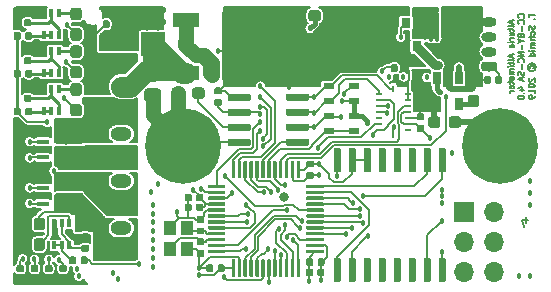
<source format=gbl>
G04 #@! TF.GenerationSoftware,KiCad,Pcbnew,(5.1.4)-1*
G04 #@! TF.CreationDate,2019-09-05T11:12:14+02:00*
G04 #@! TF.ProjectId,altimeter,616c7469-6d65-4746-9572-2e6b69636164,rev?*
G04 #@! TF.SameCoordinates,Original*
G04 #@! TF.FileFunction,Copper,L4,Bot*
G04 #@! TF.FilePolarity,Positive*
%FSLAX46Y46*%
G04 Gerber Fmt 4.6, Leading zero omitted, Abs format (unit mm)*
G04 Created by KiCad (PCBNEW (5.1.4)-1) date 2019-09-05 11:12:14*
%MOMM*%
%LPD*%
G04 APERTURE LIST*
%ADD10C,0.127000*%
%ADD11C,0.160000*%
%ADD12O,2.000000X2.000000*%
%ADD13R,2.000000X2.000000*%
%ADD14C,0.100000*%
%ADD15C,0.590000*%
%ADD16R,0.250000X0.575000*%
%ADD17R,0.575000X0.250000*%
%ADD18O,1.700000X1.700000*%
%ADD19R,1.700000X1.700000*%
%ADD20O,1.800000X1.200000*%
%ADD21C,1.200000*%
%ADD22C,0.600000*%
%ADD23R,0.400000X0.650000*%
%ADD24C,0.950000*%
%ADD25R,1.000000X1.150000*%
%ADD26C,0.800000*%
%ADD27C,6.400000*%
%ADD28C,1.150000*%
%ADD29R,0.800000X0.900000*%
%ADD30O,1.200000X1.900000*%
%ADD31C,1.450000*%
%ADD32C,0.990000*%
%ADD33R,0.990000X0.405000*%
%ADD34O,1.300000X0.800000*%
%ADD35R,6.400000X5.800000*%
%ADD36R,2.200000X1.200000*%
%ADD37R,0.650000X1.060000*%
%ADD38R,0.950000X0.550000*%
%ADD39C,0.300000*%
%ADD40C,0.457200*%
%ADD41C,0.812800*%
%ADD42C,0.250000*%
%ADD43C,0.152400*%
%ADD44C,0.254000*%
%ADD45C,0.508000*%
%ADD46C,0.381000*%
%ADD47C,1.270000*%
%ADD48C,0.482600*%
%ADD49C,0.177800*%
%ADD50C,0.406400*%
%ADD51C,0.762000*%
%ADD52C,0.203200*%
%ADD53C,1.016000*%
%ADD54C,1.778000*%
%ADD55C,0.200000*%
G04 APERTURE END LIST*
D10*
X180425666Y-98416190D02*
X180425666Y-98658095D01*
X180570809Y-98367809D02*
X180062809Y-98537142D01*
X180570809Y-98706476D01*
X180570809Y-98948380D02*
X180546619Y-98900000D01*
X180498238Y-98875809D01*
X180062809Y-98875809D01*
X180232142Y-99069333D02*
X180232142Y-99262857D01*
X180062809Y-99141904D02*
X180498238Y-99141904D01*
X180546619Y-99166095D01*
X180570809Y-99214476D01*
X180570809Y-99262857D01*
X180232142Y-99649904D02*
X180570809Y-99649904D01*
X180232142Y-99432190D02*
X180498238Y-99432190D01*
X180546619Y-99456380D01*
X180570809Y-99504761D01*
X180570809Y-99577333D01*
X180546619Y-99625714D01*
X180522428Y-99649904D01*
X180570809Y-99891809D02*
X180232142Y-99891809D01*
X180328904Y-99891809D02*
X180280523Y-99916000D01*
X180256333Y-99940190D01*
X180232142Y-99988571D01*
X180232142Y-100036952D01*
X180570809Y-100206285D02*
X180232142Y-100206285D01*
X180062809Y-100206285D02*
X180087000Y-100182095D01*
X180111190Y-100206285D01*
X180087000Y-100230476D01*
X180062809Y-100206285D01*
X180111190Y-100206285D01*
X180570809Y-100665904D02*
X180304714Y-100665904D01*
X180256333Y-100641714D01*
X180232142Y-100593333D01*
X180232142Y-100496571D01*
X180256333Y-100448190D01*
X180546619Y-100665904D02*
X180570809Y-100617523D01*
X180570809Y-100496571D01*
X180546619Y-100448190D01*
X180498238Y-100424000D01*
X180449857Y-100424000D01*
X180401476Y-100448190D01*
X180377285Y-100496571D01*
X180377285Y-100617523D01*
X180353095Y-100665904D01*
X180425666Y-101270666D02*
X180425666Y-101512571D01*
X180570809Y-101222285D02*
X180062809Y-101391619D01*
X180570809Y-101560952D01*
X180570809Y-101802857D02*
X180546619Y-101754476D01*
X180498238Y-101730285D01*
X180062809Y-101730285D01*
X180232142Y-101923809D02*
X180232142Y-102117333D01*
X180062809Y-101996380D02*
X180498238Y-101996380D01*
X180546619Y-102020571D01*
X180570809Y-102068952D01*
X180570809Y-102117333D01*
X180570809Y-102286666D02*
X180232142Y-102286666D01*
X180062809Y-102286666D02*
X180087000Y-102262476D01*
X180111190Y-102286666D01*
X180087000Y-102310857D01*
X180062809Y-102286666D01*
X180111190Y-102286666D01*
X180570809Y-102528571D02*
X180232142Y-102528571D01*
X180280523Y-102528571D02*
X180256333Y-102552761D01*
X180232142Y-102601142D01*
X180232142Y-102673714D01*
X180256333Y-102722095D01*
X180304714Y-102746285D01*
X180570809Y-102746285D01*
X180304714Y-102746285D02*
X180256333Y-102770476D01*
X180232142Y-102818857D01*
X180232142Y-102891428D01*
X180256333Y-102939809D01*
X180304714Y-102964000D01*
X180570809Y-102964000D01*
X180546619Y-103399428D02*
X180570809Y-103351047D01*
X180570809Y-103254285D01*
X180546619Y-103205904D01*
X180498238Y-103181714D01*
X180304714Y-103181714D01*
X180256333Y-103205904D01*
X180232142Y-103254285D01*
X180232142Y-103351047D01*
X180256333Y-103399428D01*
X180304714Y-103423619D01*
X180353095Y-103423619D01*
X180401476Y-103181714D01*
X180232142Y-103568761D02*
X180232142Y-103762285D01*
X180062809Y-103641333D02*
X180498238Y-103641333D01*
X180546619Y-103665523D01*
X180570809Y-103713904D01*
X180570809Y-103762285D01*
X180546619Y-104125142D02*
X180570809Y-104076761D01*
X180570809Y-103980000D01*
X180546619Y-103931619D01*
X180498238Y-103907428D01*
X180304714Y-103907428D01*
X180256333Y-103931619D01*
X180232142Y-103980000D01*
X180232142Y-104076761D01*
X180256333Y-104125142D01*
X180304714Y-104149333D01*
X180353095Y-104149333D01*
X180401476Y-103907428D01*
X180570809Y-104367047D02*
X180232142Y-104367047D01*
X180328904Y-104367047D02*
X180280523Y-104391238D01*
X180256333Y-104415428D01*
X180232142Y-104463809D01*
X180232142Y-104512190D01*
X181411428Y-98150095D02*
X181435619Y-98125904D01*
X181459809Y-98053333D01*
X181459809Y-98004952D01*
X181435619Y-97932380D01*
X181387238Y-97884000D01*
X181338857Y-97859809D01*
X181242095Y-97835619D01*
X181169523Y-97835619D01*
X181072761Y-97859809D01*
X181024380Y-97884000D01*
X180976000Y-97932380D01*
X180951809Y-98004952D01*
X180951809Y-98053333D01*
X180976000Y-98125904D01*
X181000190Y-98150095D01*
X181411428Y-98658095D02*
X181435619Y-98633904D01*
X181459809Y-98561333D01*
X181459809Y-98512952D01*
X181435619Y-98440380D01*
X181387238Y-98392000D01*
X181338857Y-98367809D01*
X181242095Y-98343619D01*
X181169523Y-98343619D01*
X181072761Y-98367809D01*
X181024380Y-98392000D01*
X180976000Y-98440380D01*
X180951809Y-98512952D01*
X180951809Y-98561333D01*
X180976000Y-98633904D01*
X181000190Y-98658095D01*
X181266285Y-98875809D02*
X181266285Y-99262857D01*
X181193714Y-99674095D02*
X181217904Y-99746666D01*
X181242095Y-99770857D01*
X181290476Y-99795047D01*
X181363047Y-99795047D01*
X181411428Y-99770857D01*
X181435619Y-99746666D01*
X181459809Y-99698285D01*
X181459809Y-99504761D01*
X180951809Y-99504761D01*
X180951809Y-99674095D01*
X180976000Y-99722476D01*
X181000190Y-99746666D01*
X181048571Y-99770857D01*
X181096952Y-99770857D01*
X181145333Y-99746666D01*
X181169523Y-99722476D01*
X181193714Y-99674095D01*
X181193714Y-99504761D01*
X181217904Y-100109523D02*
X181459809Y-100109523D01*
X180951809Y-99940190D02*
X181217904Y-100109523D01*
X180951809Y-100278857D01*
X181266285Y-100448190D02*
X181266285Y-100835238D01*
X181459809Y-101077142D02*
X180951809Y-101077142D01*
X181459809Y-101367428D01*
X180951809Y-101367428D01*
X181411428Y-101899619D02*
X181435619Y-101875428D01*
X181459809Y-101802857D01*
X181459809Y-101754476D01*
X181435619Y-101681904D01*
X181387238Y-101633523D01*
X181338857Y-101609333D01*
X181242095Y-101585142D01*
X181169523Y-101585142D01*
X181072761Y-101609333D01*
X181024380Y-101633523D01*
X180976000Y-101681904D01*
X180951809Y-101754476D01*
X180951809Y-101802857D01*
X180976000Y-101875428D01*
X181000190Y-101899619D01*
X181266285Y-102117333D02*
X181266285Y-102504380D01*
X181435619Y-102722095D02*
X181459809Y-102794666D01*
X181459809Y-102915619D01*
X181435619Y-102964000D01*
X181411428Y-102988190D01*
X181363047Y-103012380D01*
X181314666Y-103012380D01*
X181266285Y-102988190D01*
X181242095Y-102964000D01*
X181217904Y-102915619D01*
X181193714Y-102818857D01*
X181169523Y-102770476D01*
X181145333Y-102746285D01*
X181096952Y-102722095D01*
X181048571Y-102722095D01*
X181000190Y-102746285D01*
X180976000Y-102770476D01*
X180951809Y-102818857D01*
X180951809Y-102939809D01*
X180976000Y-103012380D01*
X181314666Y-103205904D02*
X181314666Y-103447809D01*
X181459809Y-103157523D02*
X180951809Y-103326857D01*
X181459809Y-103496190D01*
X181121142Y-104270285D02*
X181459809Y-104270285D01*
X180927619Y-104149333D02*
X181290476Y-104028380D01*
X181290476Y-104342857D01*
X181411428Y-104536380D02*
X181435619Y-104560571D01*
X181459809Y-104536380D01*
X181435619Y-104512190D01*
X181411428Y-104536380D01*
X181459809Y-104536380D01*
X180951809Y-104875047D02*
X180951809Y-104923428D01*
X180976000Y-104971809D01*
X181000190Y-104996000D01*
X181048571Y-105020190D01*
X181145333Y-105044380D01*
X181266285Y-105044380D01*
X181363047Y-105020190D01*
X181411428Y-104996000D01*
X181435619Y-104971809D01*
X181459809Y-104923428D01*
X181459809Y-104875047D01*
X181435619Y-104826666D01*
X181411428Y-104802476D01*
X181363047Y-104778285D01*
X181266285Y-104754095D01*
X181145333Y-104754095D01*
X181048571Y-104778285D01*
X181000190Y-104802476D01*
X180976000Y-104826666D01*
X180951809Y-104875047D01*
X181840809Y-97811428D02*
X181840809Y-98101714D01*
X182348809Y-97956571D02*
X181840809Y-97956571D01*
X182300428Y-98271047D02*
X182324619Y-98295238D01*
X182348809Y-98271047D01*
X182324619Y-98246857D01*
X182300428Y-98271047D01*
X182348809Y-98271047D01*
X182324619Y-98875809D02*
X182348809Y-98948380D01*
X182348809Y-99069333D01*
X182324619Y-99117714D01*
X182300428Y-99141904D01*
X182252047Y-99166095D01*
X182203666Y-99166095D01*
X182155285Y-99141904D01*
X182131095Y-99117714D01*
X182106904Y-99069333D01*
X182082714Y-98972571D01*
X182058523Y-98924190D01*
X182034333Y-98900000D01*
X181985952Y-98875809D01*
X181937571Y-98875809D01*
X181889190Y-98900000D01*
X181865000Y-98924190D01*
X181840809Y-98972571D01*
X181840809Y-99093523D01*
X181865000Y-99166095D01*
X182324619Y-99601523D02*
X182348809Y-99553142D01*
X182348809Y-99456380D01*
X182324619Y-99408000D01*
X182300428Y-99383809D01*
X182252047Y-99359619D01*
X182106904Y-99359619D01*
X182058523Y-99383809D01*
X182034333Y-99408000D01*
X182010142Y-99456380D01*
X182010142Y-99553142D01*
X182034333Y-99601523D01*
X182348809Y-99819238D02*
X181840809Y-99819238D01*
X182348809Y-100036952D02*
X182082714Y-100036952D01*
X182034333Y-100012761D01*
X182010142Y-99964380D01*
X182010142Y-99891809D01*
X182034333Y-99843428D01*
X182058523Y-99819238D01*
X182348809Y-100278857D02*
X182010142Y-100278857D01*
X182058523Y-100278857D02*
X182034333Y-100303047D01*
X182010142Y-100351428D01*
X182010142Y-100424000D01*
X182034333Y-100472380D01*
X182082714Y-100496571D01*
X182348809Y-100496571D01*
X182082714Y-100496571D02*
X182034333Y-100520761D01*
X182010142Y-100569142D01*
X182010142Y-100641714D01*
X182034333Y-100690095D01*
X182082714Y-100714285D01*
X182348809Y-100714285D01*
X182348809Y-100956190D02*
X182010142Y-100956190D01*
X181840809Y-100956190D02*
X181865000Y-100932000D01*
X181889190Y-100956190D01*
X181865000Y-100980380D01*
X181840809Y-100956190D01*
X181889190Y-100956190D01*
X182348809Y-101415809D02*
X181840809Y-101415809D01*
X182324619Y-101415809D02*
X182348809Y-101367428D01*
X182348809Y-101270666D01*
X182324619Y-101222285D01*
X182300428Y-101198095D01*
X182252047Y-101173904D01*
X182106904Y-101173904D01*
X182058523Y-101198095D01*
X182034333Y-101222285D01*
X182010142Y-101270666D01*
X182010142Y-101367428D01*
X182034333Y-101415809D01*
X181961761Y-102456000D02*
X181937571Y-102407619D01*
X181937571Y-102310857D01*
X181961761Y-102262476D01*
X182010142Y-102214095D01*
X182058523Y-102189904D01*
X182155285Y-102189904D01*
X182203666Y-102214095D01*
X182252047Y-102262476D01*
X182276238Y-102310857D01*
X182276238Y-102407619D01*
X182252047Y-102456000D01*
X181768238Y-102359238D02*
X181792428Y-102238285D01*
X181865000Y-102117333D01*
X181985952Y-102044761D01*
X182106904Y-102020571D01*
X182227857Y-102044761D01*
X182348809Y-102117333D01*
X182421380Y-102238285D01*
X182445571Y-102359238D01*
X182421380Y-102480190D01*
X182348809Y-102601142D01*
X182227857Y-102673714D01*
X182106904Y-102697904D01*
X181985952Y-102673714D01*
X181865000Y-102601142D01*
X181792428Y-102480190D01*
X181768238Y-102359238D01*
X181889190Y-103278476D02*
X181865000Y-103302666D01*
X181840809Y-103351047D01*
X181840809Y-103472000D01*
X181865000Y-103520380D01*
X181889190Y-103544571D01*
X181937571Y-103568761D01*
X181985952Y-103568761D01*
X182058523Y-103544571D01*
X182348809Y-103254285D01*
X182348809Y-103568761D01*
X181840809Y-103883238D02*
X181840809Y-103931619D01*
X181865000Y-103980000D01*
X181889190Y-104004190D01*
X181937571Y-104028380D01*
X182034333Y-104052571D01*
X182155285Y-104052571D01*
X182252047Y-104028380D01*
X182300428Y-104004190D01*
X182324619Y-103980000D01*
X182348809Y-103931619D01*
X182348809Y-103883238D01*
X182324619Y-103834857D01*
X182300428Y-103810666D01*
X182252047Y-103786476D01*
X182155285Y-103762285D01*
X182034333Y-103762285D01*
X181937571Y-103786476D01*
X181889190Y-103810666D01*
X181865000Y-103834857D01*
X181840809Y-103883238D01*
X182348809Y-104536380D02*
X182348809Y-104246095D01*
X182348809Y-104391238D02*
X181840809Y-104391238D01*
X181913380Y-104342857D01*
X181961761Y-104294476D01*
X181985952Y-104246095D01*
X182348809Y-104778285D02*
X182348809Y-104875047D01*
X182324619Y-104923428D01*
X182300428Y-104947619D01*
X182227857Y-104996000D01*
X182131095Y-105020190D01*
X181937571Y-105020190D01*
X181889190Y-104996000D01*
X181865000Y-104971809D01*
X181840809Y-104923428D01*
X181840809Y-104826666D01*
X181865000Y-104778285D01*
X181889190Y-104754095D01*
X181937571Y-104729904D01*
X182058523Y-104729904D01*
X182106904Y-104754095D01*
X182131095Y-104778285D01*
X182155285Y-104826666D01*
X182155285Y-104923428D01*
X182131095Y-104971809D01*
X182106904Y-104996000D01*
X182058523Y-105020190D01*
D11*
X181652380Y-115571428D02*
X181652380Y-115038095D01*
X181461904Y-115876190D02*
X181271428Y-115304761D01*
X181766666Y-115304761D01*
D12*
X165000000Y-100400000D03*
D13*
X150000000Y-100400000D03*
D14*
G36*
X178506958Y-103110710D02*
G01*
X178521276Y-103112834D01*
X178535317Y-103116351D01*
X178548946Y-103121228D01*
X178562031Y-103127417D01*
X178574447Y-103134858D01*
X178586073Y-103143481D01*
X178596798Y-103153202D01*
X178606519Y-103163927D01*
X178615142Y-103175553D01*
X178622583Y-103187969D01*
X178628772Y-103201054D01*
X178633649Y-103214683D01*
X178637166Y-103228724D01*
X178639290Y-103243042D01*
X178640000Y-103257500D01*
X178640000Y-103602500D01*
X178639290Y-103616958D01*
X178637166Y-103631276D01*
X178633649Y-103645317D01*
X178628772Y-103658946D01*
X178622583Y-103672031D01*
X178615142Y-103684447D01*
X178606519Y-103696073D01*
X178596798Y-103706798D01*
X178586073Y-103716519D01*
X178574447Y-103725142D01*
X178562031Y-103732583D01*
X178548946Y-103738772D01*
X178535317Y-103743649D01*
X178521276Y-103747166D01*
X178506958Y-103749290D01*
X178492500Y-103750000D01*
X178197500Y-103750000D01*
X178183042Y-103749290D01*
X178168724Y-103747166D01*
X178154683Y-103743649D01*
X178141054Y-103738772D01*
X178127969Y-103732583D01*
X178115553Y-103725142D01*
X178103927Y-103716519D01*
X178093202Y-103706798D01*
X178083481Y-103696073D01*
X178074858Y-103684447D01*
X178067417Y-103672031D01*
X178061228Y-103658946D01*
X178056351Y-103645317D01*
X178052834Y-103631276D01*
X178050710Y-103616958D01*
X178050000Y-103602500D01*
X178050000Y-103257500D01*
X178050710Y-103243042D01*
X178052834Y-103228724D01*
X178056351Y-103214683D01*
X178061228Y-103201054D01*
X178067417Y-103187969D01*
X178074858Y-103175553D01*
X178083481Y-103163927D01*
X178093202Y-103153202D01*
X178103927Y-103143481D01*
X178115553Y-103134858D01*
X178127969Y-103127417D01*
X178141054Y-103121228D01*
X178154683Y-103116351D01*
X178168724Y-103112834D01*
X178183042Y-103110710D01*
X178197500Y-103110000D01*
X178492500Y-103110000D01*
X178506958Y-103110710D01*
X178506958Y-103110710D01*
G37*
D15*
X178345000Y-103430000D03*
D14*
G36*
X179476958Y-103110710D02*
G01*
X179491276Y-103112834D01*
X179505317Y-103116351D01*
X179518946Y-103121228D01*
X179532031Y-103127417D01*
X179544447Y-103134858D01*
X179556073Y-103143481D01*
X179566798Y-103153202D01*
X179576519Y-103163927D01*
X179585142Y-103175553D01*
X179592583Y-103187969D01*
X179598772Y-103201054D01*
X179603649Y-103214683D01*
X179607166Y-103228724D01*
X179609290Y-103243042D01*
X179610000Y-103257500D01*
X179610000Y-103602500D01*
X179609290Y-103616958D01*
X179607166Y-103631276D01*
X179603649Y-103645317D01*
X179598772Y-103658946D01*
X179592583Y-103672031D01*
X179585142Y-103684447D01*
X179576519Y-103696073D01*
X179566798Y-103706798D01*
X179556073Y-103716519D01*
X179544447Y-103725142D01*
X179532031Y-103732583D01*
X179518946Y-103738772D01*
X179505317Y-103743649D01*
X179491276Y-103747166D01*
X179476958Y-103749290D01*
X179462500Y-103750000D01*
X179167500Y-103750000D01*
X179153042Y-103749290D01*
X179138724Y-103747166D01*
X179124683Y-103743649D01*
X179111054Y-103738772D01*
X179097969Y-103732583D01*
X179085553Y-103725142D01*
X179073927Y-103716519D01*
X179063202Y-103706798D01*
X179053481Y-103696073D01*
X179044858Y-103684447D01*
X179037417Y-103672031D01*
X179031228Y-103658946D01*
X179026351Y-103645317D01*
X179022834Y-103631276D01*
X179020710Y-103616958D01*
X179020000Y-103602500D01*
X179020000Y-103257500D01*
X179020710Y-103243042D01*
X179022834Y-103228724D01*
X179026351Y-103214683D01*
X179031228Y-103201054D01*
X179037417Y-103187969D01*
X179044858Y-103175553D01*
X179053481Y-103163927D01*
X179063202Y-103153202D01*
X179073927Y-103143481D01*
X179085553Y-103134858D01*
X179097969Y-103127417D01*
X179111054Y-103121228D01*
X179124683Y-103116351D01*
X179138724Y-103112834D01*
X179153042Y-103110710D01*
X179167500Y-103110000D01*
X179462500Y-103110000D01*
X179476958Y-103110710D01*
X179476958Y-103110710D01*
G37*
D15*
X179315000Y-103430000D03*
D14*
G36*
X146226958Y-98390710D02*
G01*
X146241276Y-98392834D01*
X146255317Y-98396351D01*
X146268946Y-98401228D01*
X146282031Y-98407417D01*
X146294447Y-98414858D01*
X146306073Y-98423481D01*
X146316798Y-98433202D01*
X146326519Y-98443927D01*
X146335142Y-98455553D01*
X146342583Y-98467969D01*
X146348772Y-98481054D01*
X146353649Y-98494683D01*
X146357166Y-98508724D01*
X146359290Y-98523042D01*
X146360000Y-98537500D01*
X146360000Y-98882500D01*
X146359290Y-98896958D01*
X146357166Y-98911276D01*
X146353649Y-98925317D01*
X146348772Y-98938946D01*
X146342583Y-98952031D01*
X146335142Y-98964447D01*
X146326519Y-98976073D01*
X146316798Y-98986798D01*
X146306073Y-98996519D01*
X146294447Y-99005142D01*
X146282031Y-99012583D01*
X146268946Y-99018772D01*
X146255317Y-99023649D01*
X146241276Y-99027166D01*
X146226958Y-99029290D01*
X146212500Y-99030000D01*
X145917500Y-99030000D01*
X145903042Y-99029290D01*
X145888724Y-99027166D01*
X145874683Y-99023649D01*
X145861054Y-99018772D01*
X145847969Y-99012583D01*
X145835553Y-99005142D01*
X145823927Y-98996519D01*
X145813202Y-98986798D01*
X145803481Y-98976073D01*
X145794858Y-98964447D01*
X145787417Y-98952031D01*
X145781228Y-98938946D01*
X145776351Y-98925317D01*
X145772834Y-98911276D01*
X145770710Y-98896958D01*
X145770000Y-98882500D01*
X145770000Y-98537500D01*
X145770710Y-98523042D01*
X145772834Y-98508724D01*
X145776351Y-98494683D01*
X145781228Y-98481054D01*
X145787417Y-98467969D01*
X145794858Y-98455553D01*
X145803481Y-98443927D01*
X145813202Y-98433202D01*
X145823927Y-98423481D01*
X145835553Y-98414858D01*
X145847969Y-98407417D01*
X145861054Y-98401228D01*
X145874683Y-98396351D01*
X145888724Y-98392834D01*
X145903042Y-98390710D01*
X145917500Y-98390000D01*
X146212500Y-98390000D01*
X146226958Y-98390710D01*
X146226958Y-98390710D01*
G37*
D15*
X146065000Y-98710000D03*
D14*
G36*
X147196958Y-98390710D02*
G01*
X147211276Y-98392834D01*
X147225317Y-98396351D01*
X147238946Y-98401228D01*
X147252031Y-98407417D01*
X147264447Y-98414858D01*
X147276073Y-98423481D01*
X147286798Y-98433202D01*
X147296519Y-98443927D01*
X147305142Y-98455553D01*
X147312583Y-98467969D01*
X147318772Y-98481054D01*
X147323649Y-98494683D01*
X147327166Y-98508724D01*
X147329290Y-98523042D01*
X147330000Y-98537500D01*
X147330000Y-98882500D01*
X147329290Y-98896958D01*
X147327166Y-98911276D01*
X147323649Y-98925317D01*
X147318772Y-98938946D01*
X147312583Y-98952031D01*
X147305142Y-98964447D01*
X147296519Y-98976073D01*
X147286798Y-98986798D01*
X147276073Y-98996519D01*
X147264447Y-99005142D01*
X147252031Y-99012583D01*
X147238946Y-99018772D01*
X147225317Y-99023649D01*
X147211276Y-99027166D01*
X147196958Y-99029290D01*
X147182500Y-99030000D01*
X146887500Y-99030000D01*
X146873042Y-99029290D01*
X146858724Y-99027166D01*
X146844683Y-99023649D01*
X146831054Y-99018772D01*
X146817969Y-99012583D01*
X146805553Y-99005142D01*
X146793927Y-98996519D01*
X146783202Y-98986798D01*
X146773481Y-98976073D01*
X146764858Y-98964447D01*
X146757417Y-98952031D01*
X146751228Y-98938946D01*
X146746351Y-98925317D01*
X146742834Y-98911276D01*
X146740710Y-98896958D01*
X146740000Y-98882500D01*
X146740000Y-98537500D01*
X146740710Y-98523042D01*
X146742834Y-98508724D01*
X146746351Y-98494683D01*
X146751228Y-98481054D01*
X146757417Y-98467969D01*
X146764858Y-98455553D01*
X146773481Y-98443927D01*
X146783202Y-98433202D01*
X146793927Y-98423481D01*
X146805553Y-98414858D01*
X146817969Y-98407417D01*
X146831054Y-98401228D01*
X146844683Y-98396351D01*
X146858724Y-98392834D01*
X146873042Y-98390710D01*
X146887500Y-98390000D01*
X147182500Y-98390000D01*
X147196958Y-98390710D01*
X147196958Y-98390710D01*
G37*
D15*
X147035000Y-98710000D03*
D16*
X170393360Y-108101440D03*
X170393360Y-104171440D03*
D17*
X171603360Y-106636440D03*
X171603360Y-107636440D03*
X171603360Y-106136440D03*
X171603360Y-105136440D03*
X171603360Y-104636440D03*
X171603360Y-105636440D03*
X171603360Y-107136440D03*
X169183360Y-104636440D03*
X169183360Y-105136440D03*
X169183360Y-105636440D03*
X169183360Y-106136440D03*
X169183360Y-107636440D03*
X169183360Y-107136440D03*
X169183360Y-106636440D03*
D18*
X178940000Y-119680000D03*
X176400000Y-119680000D03*
X178940000Y-117140000D03*
X176400000Y-117140000D03*
X178940000Y-114600000D03*
D19*
X176400000Y-114600000D03*
D20*
X147350000Y-118000000D03*
X147350000Y-116000000D03*
X147350000Y-114000000D03*
X147350000Y-112000000D03*
X147350000Y-110000000D03*
X147350000Y-108000000D03*
X147350000Y-106000000D03*
X147350000Y-104000000D03*
X147350000Y-102000000D03*
D14*
G36*
X148024505Y-99401204D02*
G01*
X148048773Y-99404804D01*
X148072572Y-99410765D01*
X148095671Y-99419030D01*
X148117850Y-99429520D01*
X148138893Y-99442132D01*
X148158599Y-99456747D01*
X148176777Y-99473223D01*
X148193253Y-99491401D01*
X148207868Y-99511107D01*
X148220480Y-99532150D01*
X148230970Y-99554329D01*
X148239235Y-99577428D01*
X148245196Y-99601227D01*
X148248796Y-99625495D01*
X148250000Y-99649999D01*
X148250000Y-100350001D01*
X148248796Y-100374505D01*
X148245196Y-100398773D01*
X148239235Y-100422572D01*
X148230970Y-100445671D01*
X148220480Y-100467850D01*
X148207868Y-100488893D01*
X148193253Y-100508599D01*
X148176777Y-100526777D01*
X148158599Y-100543253D01*
X148138893Y-100557868D01*
X148117850Y-100570480D01*
X148095671Y-100580970D01*
X148072572Y-100589235D01*
X148048773Y-100595196D01*
X148024505Y-100598796D01*
X148000001Y-100600000D01*
X146699999Y-100600000D01*
X146675495Y-100598796D01*
X146651227Y-100595196D01*
X146627428Y-100589235D01*
X146604329Y-100580970D01*
X146582150Y-100570480D01*
X146561107Y-100557868D01*
X146541401Y-100543253D01*
X146523223Y-100526777D01*
X146506747Y-100508599D01*
X146492132Y-100488893D01*
X146479520Y-100467850D01*
X146469030Y-100445671D01*
X146460765Y-100422572D01*
X146454804Y-100398773D01*
X146451204Y-100374505D01*
X146450000Y-100350001D01*
X146450000Y-99649999D01*
X146451204Y-99625495D01*
X146454804Y-99601227D01*
X146460765Y-99577428D01*
X146469030Y-99554329D01*
X146479520Y-99532150D01*
X146492132Y-99511107D01*
X146506747Y-99491401D01*
X146523223Y-99473223D01*
X146541401Y-99456747D01*
X146561107Y-99442132D01*
X146582150Y-99429520D01*
X146604329Y-99419030D01*
X146627428Y-99410765D01*
X146651227Y-99404804D01*
X146675495Y-99401204D01*
X146699999Y-99400000D01*
X148000001Y-99400000D01*
X148024505Y-99401204D01*
X148024505Y-99401204D01*
G37*
D21*
X147350000Y-100000000D03*
D14*
G36*
X164415998Y-119429010D02*
G01*
X164430316Y-119431134D01*
X164444357Y-119434651D01*
X164457986Y-119439528D01*
X164471071Y-119445717D01*
X164483487Y-119453158D01*
X164495113Y-119461781D01*
X164505838Y-119471502D01*
X164515559Y-119482227D01*
X164524182Y-119493853D01*
X164531623Y-119506269D01*
X164537812Y-119519354D01*
X164542689Y-119532983D01*
X164546206Y-119547024D01*
X164548330Y-119561342D01*
X164549040Y-119575800D01*
X164549040Y-119920800D01*
X164548330Y-119935258D01*
X164546206Y-119949576D01*
X164542689Y-119963617D01*
X164537812Y-119977246D01*
X164531623Y-119990331D01*
X164524182Y-120002747D01*
X164515559Y-120014373D01*
X164505838Y-120025098D01*
X164495113Y-120034819D01*
X164483487Y-120043442D01*
X164471071Y-120050883D01*
X164457986Y-120057072D01*
X164444357Y-120061949D01*
X164430316Y-120065466D01*
X164415998Y-120067590D01*
X164401540Y-120068300D01*
X164106540Y-120068300D01*
X164092082Y-120067590D01*
X164077764Y-120065466D01*
X164063723Y-120061949D01*
X164050094Y-120057072D01*
X164037009Y-120050883D01*
X164024593Y-120043442D01*
X164012967Y-120034819D01*
X164002242Y-120025098D01*
X163992521Y-120014373D01*
X163983898Y-120002747D01*
X163976457Y-119990331D01*
X163970268Y-119977246D01*
X163965391Y-119963617D01*
X163961874Y-119949576D01*
X163959750Y-119935258D01*
X163959040Y-119920800D01*
X163959040Y-119575800D01*
X163959750Y-119561342D01*
X163961874Y-119547024D01*
X163965391Y-119532983D01*
X163970268Y-119519354D01*
X163976457Y-119506269D01*
X163983898Y-119493853D01*
X163992521Y-119482227D01*
X164002242Y-119471502D01*
X164012967Y-119461781D01*
X164024593Y-119453158D01*
X164037009Y-119445717D01*
X164050094Y-119439528D01*
X164063723Y-119434651D01*
X164077764Y-119431134D01*
X164092082Y-119429010D01*
X164106540Y-119428300D01*
X164401540Y-119428300D01*
X164415998Y-119429010D01*
X164415998Y-119429010D01*
G37*
D15*
X164254040Y-119748300D03*
D14*
G36*
X163445998Y-119429010D02*
G01*
X163460316Y-119431134D01*
X163474357Y-119434651D01*
X163487986Y-119439528D01*
X163501071Y-119445717D01*
X163513487Y-119453158D01*
X163525113Y-119461781D01*
X163535838Y-119471502D01*
X163545559Y-119482227D01*
X163554182Y-119493853D01*
X163561623Y-119506269D01*
X163567812Y-119519354D01*
X163572689Y-119532983D01*
X163576206Y-119547024D01*
X163578330Y-119561342D01*
X163579040Y-119575800D01*
X163579040Y-119920800D01*
X163578330Y-119935258D01*
X163576206Y-119949576D01*
X163572689Y-119963617D01*
X163567812Y-119977246D01*
X163561623Y-119990331D01*
X163554182Y-120002747D01*
X163545559Y-120014373D01*
X163535838Y-120025098D01*
X163525113Y-120034819D01*
X163513487Y-120043442D01*
X163501071Y-120050883D01*
X163487986Y-120057072D01*
X163474357Y-120061949D01*
X163460316Y-120065466D01*
X163445998Y-120067590D01*
X163431540Y-120068300D01*
X163136540Y-120068300D01*
X163122082Y-120067590D01*
X163107764Y-120065466D01*
X163093723Y-120061949D01*
X163080094Y-120057072D01*
X163067009Y-120050883D01*
X163054593Y-120043442D01*
X163042967Y-120034819D01*
X163032242Y-120025098D01*
X163022521Y-120014373D01*
X163013898Y-120002747D01*
X163006457Y-119990331D01*
X163000268Y-119977246D01*
X162995391Y-119963617D01*
X162991874Y-119949576D01*
X162989750Y-119935258D01*
X162989040Y-119920800D01*
X162989040Y-119575800D01*
X162989750Y-119561342D01*
X162991874Y-119547024D01*
X162995391Y-119532983D01*
X163000268Y-119519354D01*
X163006457Y-119506269D01*
X163013898Y-119493853D01*
X163022521Y-119482227D01*
X163032242Y-119471502D01*
X163042967Y-119461781D01*
X163054593Y-119453158D01*
X163067009Y-119445717D01*
X163080094Y-119439528D01*
X163093723Y-119434651D01*
X163107764Y-119431134D01*
X163122082Y-119429010D01*
X163136540Y-119428300D01*
X163431540Y-119428300D01*
X163445998Y-119429010D01*
X163445998Y-119429010D01*
G37*
D15*
X163284040Y-119748300D03*
D14*
G36*
X164426158Y-118545090D02*
G01*
X164440476Y-118547214D01*
X164454517Y-118550731D01*
X164468146Y-118555608D01*
X164481231Y-118561797D01*
X164493647Y-118569238D01*
X164505273Y-118577861D01*
X164515998Y-118587582D01*
X164525719Y-118598307D01*
X164534342Y-118609933D01*
X164541783Y-118622349D01*
X164547972Y-118635434D01*
X164552849Y-118649063D01*
X164556366Y-118663104D01*
X164558490Y-118677422D01*
X164559200Y-118691880D01*
X164559200Y-119036880D01*
X164558490Y-119051338D01*
X164556366Y-119065656D01*
X164552849Y-119079697D01*
X164547972Y-119093326D01*
X164541783Y-119106411D01*
X164534342Y-119118827D01*
X164525719Y-119130453D01*
X164515998Y-119141178D01*
X164505273Y-119150899D01*
X164493647Y-119159522D01*
X164481231Y-119166963D01*
X164468146Y-119173152D01*
X164454517Y-119178029D01*
X164440476Y-119181546D01*
X164426158Y-119183670D01*
X164411700Y-119184380D01*
X164116700Y-119184380D01*
X164102242Y-119183670D01*
X164087924Y-119181546D01*
X164073883Y-119178029D01*
X164060254Y-119173152D01*
X164047169Y-119166963D01*
X164034753Y-119159522D01*
X164023127Y-119150899D01*
X164012402Y-119141178D01*
X164002681Y-119130453D01*
X163994058Y-119118827D01*
X163986617Y-119106411D01*
X163980428Y-119093326D01*
X163975551Y-119079697D01*
X163972034Y-119065656D01*
X163969910Y-119051338D01*
X163969200Y-119036880D01*
X163969200Y-118691880D01*
X163969910Y-118677422D01*
X163972034Y-118663104D01*
X163975551Y-118649063D01*
X163980428Y-118635434D01*
X163986617Y-118622349D01*
X163994058Y-118609933D01*
X164002681Y-118598307D01*
X164012402Y-118587582D01*
X164023127Y-118577861D01*
X164034753Y-118569238D01*
X164047169Y-118561797D01*
X164060254Y-118555608D01*
X164073883Y-118550731D01*
X164087924Y-118547214D01*
X164102242Y-118545090D01*
X164116700Y-118544380D01*
X164411700Y-118544380D01*
X164426158Y-118545090D01*
X164426158Y-118545090D01*
G37*
D15*
X164264200Y-118864380D03*
D14*
G36*
X163456158Y-118545090D02*
G01*
X163470476Y-118547214D01*
X163484517Y-118550731D01*
X163498146Y-118555608D01*
X163511231Y-118561797D01*
X163523647Y-118569238D01*
X163535273Y-118577861D01*
X163545998Y-118587582D01*
X163555719Y-118598307D01*
X163564342Y-118609933D01*
X163571783Y-118622349D01*
X163577972Y-118635434D01*
X163582849Y-118649063D01*
X163586366Y-118663104D01*
X163588490Y-118677422D01*
X163589200Y-118691880D01*
X163589200Y-119036880D01*
X163588490Y-119051338D01*
X163586366Y-119065656D01*
X163582849Y-119079697D01*
X163577972Y-119093326D01*
X163571783Y-119106411D01*
X163564342Y-119118827D01*
X163555719Y-119130453D01*
X163545998Y-119141178D01*
X163535273Y-119150899D01*
X163523647Y-119159522D01*
X163511231Y-119166963D01*
X163498146Y-119173152D01*
X163484517Y-119178029D01*
X163470476Y-119181546D01*
X163456158Y-119183670D01*
X163441700Y-119184380D01*
X163146700Y-119184380D01*
X163132242Y-119183670D01*
X163117924Y-119181546D01*
X163103883Y-119178029D01*
X163090254Y-119173152D01*
X163077169Y-119166963D01*
X163064753Y-119159522D01*
X163053127Y-119150899D01*
X163042402Y-119141178D01*
X163032681Y-119130453D01*
X163024058Y-119118827D01*
X163016617Y-119106411D01*
X163010428Y-119093326D01*
X163005551Y-119079697D01*
X163002034Y-119065656D01*
X162999910Y-119051338D01*
X162999200Y-119036880D01*
X162999200Y-118691880D01*
X162999910Y-118677422D01*
X163002034Y-118663104D01*
X163005551Y-118649063D01*
X163010428Y-118635434D01*
X163016617Y-118622349D01*
X163024058Y-118609933D01*
X163032681Y-118598307D01*
X163042402Y-118587582D01*
X163053127Y-118577861D01*
X163064753Y-118569238D01*
X163077169Y-118561797D01*
X163090254Y-118555608D01*
X163103883Y-118550731D01*
X163117924Y-118547214D01*
X163132242Y-118545090D01*
X163146700Y-118544380D01*
X163441700Y-118544380D01*
X163456158Y-118545090D01*
X163456158Y-118545090D01*
G37*
D15*
X163294200Y-118864380D03*
D14*
G36*
X153184398Y-113076470D02*
G01*
X153198716Y-113078594D01*
X153212757Y-113082111D01*
X153226386Y-113086988D01*
X153239471Y-113093177D01*
X153251887Y-113100618D01*
X153263513Y-113109241D01*
X153274238Y-113118962D01*
X153283959Y-113129687D01*
X153292582Y-113141313D01*
X153300023Y-113153729D01*
X153306212Y-113166814D01*
X153311089Y-113180443D01*
X153314606Y-113194484D01*
X153316730Y-113208802D01*
X153317440Y-113223260D01*
X153317440Y-113568260D01*
X153316730Y-113582718D01*
X153314606Y-113597036D01*
X153311089Y-113611077D01*
X153306212Y-113624706D01*
X153300023Y-113637791D01*
X153292582Y-113650207D01*
X153283959Y-113661833D01*
X153274238Y-113672558D01*
X153263513Y-113682279D01*
X153251887Y-113690902D01*
X153239471Y-113698343D01*
X153226386Y-113704532D01*
X153212757Y-113709409D01*
X153198716Y-113712926D01*
X153184398Y-113715050D01*
X153169940Y-113715760D01*
X152874940Y-113715760D01*
X152860482Y-113715050D01*
X152846164Y-113712926D01*
X152832123Y-113709409D01*
X152818494Y-113704532D01*
X152805409Y-113698343D01*
X152792993Y-113690902D01*
X152781367Y-113682279D01*
X152770642Y-113672558D01*
X152760921Y-113661833D01*
X152752298Y-113650207D01*
X152744857Y-113637791D01*
X152738668Y-113624706D01*
X152733791Y-113611077D01*
X152730274Y-113597036D01*
X152728150Y-113582718D01*
X152727440Y-113568260D01*
X152727440Y-113223260D01*
X152728150Y-113208802D01*
X152730274Y-113194484D01*
X152733791Y-113180443D01*
X152738668Y-113166814D01*
X152744857Y-113153729D01*
X152752298Y-113141313D01*
X152760921Y-113129687D01*
X152770642Y-113118962D01*
X152781367Y-113109241D01*
X152792993Y-113100618D01*
X152805409Y-113093177D01*
X152818494Y-113086988D01*
X152832123Y-113082111D01*
X152846164Y-113078594D01*
X152860482Y-113076470D01*
X152874940Y-113075760D01*
X153169940Y-113075760D01*
X153184398Y-113076470D01*
X153184398Y-113076470D01*
G37*
D15*
X153022440Y-113395760D03*
D14*
G36*
X154154398Y-113076470D02*
G01*
X154168716Y-113078594D01*
X154182757Y-113082111D01*
X154196386Y-113086988D01*
X154209471Y-113093177D01*
X154221887Y-113100618D01*
X154233513Y-113109241D01*
X154244238Y-113118962D01*
X154253959Y-113129687D01*
X154262582Y-113141313D01*
X154270023Y-113153729D01*
X154276212Y-113166814D01*
X154281089Y-113180443D01*
X154284606Y-113194484D01*
X154286730Y-113208802D01*
X154287440Y-113223260D01*
X154287440Y-113568260D01*
X154286730Y-113582718D01*
X154284606Y-113597036D01*
X154281089Y-113611077D01*
X154276212Y-113624706D01*
X154270023Y-113637791D01*
X154262582Y-113650207D01*
X154253959Y-113661833D01*
X154244238Y-113672558D01*
X154233513Y-113682279D01*
X154221887Y-113690902D01*
X154209471Y-113698343D01*
X154196386Y-113704532D01*
X154182757Y-113709409D01*
X154168716Y-113712926D01*
X154154398Y-113715050D01*
X154139940Y-113715760D01*
X153844940Y-113715760D01*
X153830482Y-113715050D01*
X153816164Y-113712926D01*
X153802123Y-113709409D01*
X153788494Y-113704532D01*
X153775409Y-113698343D01*
X153762993Y-113690902D01*
X153751367Y-113682279D01*
X153740642Y-113672558D01*
X153730921Y-113661833D01*
X153722298Y-113650207D01*
X153714857Y-113637791D01*
X153708668Y-113624706D01*
X153703791Y-113611077D01*
X153700274Y-113597036D01*
X153698150Y-113582718D01*
X153697440Y-113568260D01*
X153697440Y-113223260D01*
X153698150Y-113208802D01*
X153700274Y-113194484D01*
X153703791Y-113180443D01*
X153708668Y-113166814D01*
X153714857Y-113153729D01*
X153722298Y-113141313D01*
X153730921Y-113129687D01*
X153740642Y-113118962D01*
X153751367Y-113109241D01*
X153762993Y-113100618D01*
X153775409Y-113093177D01*
X153788494Y-113086988D01*
X153802123Y-113082111D01*
X153816164Y-113078594D01*
X153830482Y-113076470D01*
X153844940Y-113075760D01*
X154139940Y-113075760D01*
X154154398Y-113076470D01*
X154154398Y-113076470D01*
G37*
D15*
X153992440Y-113395760D03*
D14*
G36*
X155003038Y-119055630D02*
G01*
X155017356Y-119057754D01*
X155031397Y-119061271D01*
X155045026Y-119066148D01*
X155058111Y-119072337D01*
X155070527Y-119079778D01*
X155082153Y-119088401D01*
X155092878Y-119098122D01*
X155102599Y-119108847D01*
X155111222Y-119120473D01*
X155118663Y-119132889D01*
X155124852Y-119145974D01*
X155129729Y-119159603D01*
X155133246Y-119173644D01*
X155135370Y-119187962D01*
X155136080Y-119202420D01*
X155136080Y-119547420D01*
X155135370Y-119561878D01*
X155133246Y-119576196D01*
X155129729Y-119590237D01*
X155124852Y-119603866D01*
X155118663Y-119616951D01*
X155111222Y-119629367D01*
X155102599Y-119640993D01*
X155092878Y-119651718D01*
X155082153Y-119661439D01*
X155070527Y-119670062D01*
X155058111Y-119677503D01*
X155045026Y-119683692D01*
X155031397Y-119688569D01*
X155017356Y-119692086D01*
X155003038Y-119694210D01*
X154988580Y-119694920D01*
X154693580Y-119694920D01*
X154679122Y-119694210D01*
X154664804Y-119692086D01*
X154650763Y-119688569D01*
X154637134Y-119683692D01*
X154624049Y-119677503D01*
X154611633Y-119670062D01*
X154600007Y-119661439D01*
X154589282Y-119651718D01*
X154579561Y-119640993D01*
X154570938Y-119629367D01*
X154563497Y-119616951D01*
X154557308Y-119603866D01*
X154552431Y-119590237D01*
X154548914Y-119576196D01*
X154546790Y-119561878D01*
X154546080Y-119547420D01*
X154546080Y-119202420D01*
X154546790Y-119187962D01*
X154548914Y-119173644D01*
X154552431Y-119159603D01*
X154557308Y-119145974D01*
X154563497Y-119132889D01*
X154570938Y-119120473D01*
X154579561Y-119108847D01*
X154589282Y-119098122D01*
X154600007Y-119088401D01*
X154611633Y-119079778D01*
X154624049Y-119072337D01*
X154637134Y-119066148D01*
X154650763Y-119061271D01*
X154664804Y-119057754D01*
X154679122Y-119055630D01*
X154693580Y-119054920D01*
X154988580Y-119054920D01*
X155003038Y-119055630D01*
X155003038Y-119055630D01*
G37*
D15*
X154841080Y-119374920D03*
D14*
G36*
X155973038Y-119055630D02*
G01*
X155987356Y-119057754D01*
X156001397Y-119061271D01*
X156015026Y-119066148D01*
X156028111Y-119072337D01*
X156040527Y-119079778D01*
X156052153Y-119088401D01*
X156062878Y-119098122D01*
X156072599Y-119108847D01*
X156081222Y-119120473D01*
X156088663Y-119132889D01*
X156094852Y-119145974D01*
X156099729Y-119159603D01*
X156103246Y-119173644D01*
X156105370Y-119187962D01*
X156106080Y-119202420D01*
X156106080Y-119547420D01*
X156105370Y-119561878D01*
X156103246Y-119576196D01*
X156099729Y-119590237D01*
X156094852Y-119603866D01*
X156088663Y-119616951D01*
X156081222Y-119629367D01*
X156072599Y-119640993D01*
X156062878Y-119651718D01*
X156052153Y-119661439D01*
X156040527Y-119670062D01*
X156028111Y-119677503D01*
X156015026Y-119683692D01*
X156001397Y-119688569D01*
X155987356Y-119692086D01*
X155973038Y-119694210D01*
X155958580Y-119694920D01*
X155663580Y-119694920D01*
X155649122Y-119694210D01*
X155634804Y-119692086D01*
X155620763Y-119688569D01*
X155607134Y-119683692D01*
X155594049Y-119677503D01*
X155581633Y-119670062D01*
X155570007Y-119661439D01*
X155559282Y-119651718D01*
X155549561Y-119640993D01*
X155540938Y-119629367D01*
X155533497Y-119616951D01*
X155527308Y-119603866D01*
X155522431Y-119590237D01*
X155518914Y-119576196D01*
X155516790Y-119561878D01*
X155516080Y-119547420D01*
X155516080Y-119202420D01*
X155516790Y-119187962D01*
X155518914Y-119173644D01*
X155522431Y-119159603D01*
X155527308Y-119145974D01*
X155533497Y-119132889D01*
X155540938Y-119120473D01*
X155549561Y-119108847D01*
X155559282Y-119098122D01*
X155570007Y-119088401D01*
X155581633Y-119079778D01*
X155594049Y-119072337D01*
X155607134Y-119066148D01*
X155620763Y-119061271D01*
X155634804Y-119057754D01*
X155649122Y-119055630D01*
X155663580Y-119054920D01*
X155958580Y-119054920D01*
X155973038Y-119055630D01*
X155973038Y-119055630D01*
G37*
D15*
X155811080Y-119374920D03*
D14*
G36*
X153181858Y-113899430D02*
G01*
X153196176Y-113901554D01*
X153210217Y-113905071D01*
X153223846Y-113909948D01*
X153236931Y-113916137D01*
X153249347Y-113923578D01*
X153260973Y-113932201D01*
X153271698Y-113941922D01*
X153281419Y-113952647D01*
X153290042Y-113964273D01*
X153297483Y-113976689D01*
X153303672Y-113989774D01*
X153308549Y-114003403D01*
X153312066Y-114017444D01*
X153314190Y-114031762D01*
X153314900Y-114046220D01*
X153314900Y-114391220D01*
X153314190Y-114405678D01*
X153312066Y-114419996D01*
X153308549Y-114434037D01*
X153303672Y-114447666D01*
X153297483Y-114460751D01*
X153290042Y-114473167D01*
X153281419Y-114484793D01*
X153271698Y-114495518D01*
X153260973Y-114505239D01*
X153249347Y-114513862D01*
X153236931Y-114521303D01*
X153223846Y-114527492D01*
X153210217Y-114532369D01*
X153196176Y-114535886D01*
X153181858Y-114538010D01*
X153167400Y-114538720D01*
X152872400Y-114538720D01*
X152857942Y-114538010D01*
X152843624Y-114535886D01*
X152829583Y-114532369D01*
X152815954Y-114527492D01*
X152802869Y-114521303D01*
X152790453Y-114513862D01*
X152778827Y-114505239D01*
X152768102Y-114495518D01*
X152758381Y-114484793D01*
X152749758Y-114473167D01*
X152742317Y-114460751D01*
X152736128Y-114447666D01*
X152731251Y-114434037D01*
X152727734Y-114419996D01*
X152725610Y-114405678D01*
X152724900Y-114391220D01*
X152724900Y-114046220D01*
X152725610Y-114031762D01*
X152727734Y-114017444D01*
X152731251Y-114003403D01*
X152736128Y-113989774D01*
X152742317Y-113976689D01*
X152749758Y-113964273D01*
X152758381Y-113952647D01*
X152768102Y-113941922D01*
X152778827Y-113932201D01*
X152790453Y-113923578D01*
X152802869Y-113916137D01*
X152815954Y-113909948D01*
X152829583Y-113905071D01*
X152843624Y-113901554D01*
X152857942Y-113899430D01*
X152872400Y-113898720D01*
X153167400Y-113898720D01*
X153181858Y-113899430D01*
X153181858Y-113899430D01*
G37*
D15*
X153019900Y-114218720D03*
D14*
G36*
X154151858Y-113899430D02*
G01*
X154166176Y-113901554D01*
X154180217Y-113905071D01*
X154193846Y-113909948D01*
X154206931Y-113916137D01*
X154219347Y-113923578D01*
X154230973Y-113932201D01*
X154241698Y-113941922D01*
X154251419Y-113952647D01*
X154260042Y-113964273D01*
X154267483Y-113976689D01*
X154273672Y-113989774D01*
X154278549Y-114003403D01*
X154282066Y-114017444D01*
X154284190Y-114031762D01*
X154284900Y-114046220D01*
X154284900Y-114391220D01*
X154284190Y-114405678D01*
X154282066Y-114419996D01*
X154278549Y-114434037D01*
X154273672Y-114447666D01*
X154267483Y-114460751D01*
X154260042Y-114473167D01*
X154251419Y-114484793D01*
X154241698Y-114495518D01*
X154230973Y-114505239D01*
X154219347Y-114513862D01*
X154206931Y-114521303D01*
X154193846Y-114527492D01*
X154180217Y-114532369D01*
X154166176Y-114535886D01*
X154151858Y-114538010D01*
X154137400Y-114538720D01*
X153842400Y-114538720D01*
X153827942Y-114538010D01*
X153813624Y-114535886D01*
X153799583Y-114532369D01*
X153785954Y-114527492D01*
X153772869Y-114521303D01*
X153760453Y-114513862D01*
X153748827Y-114505239D01*
X153738102Y-114495518D01*
X153728381Y-114484793D01*
X153719758Y-114473167D01*
X153712317Y-114460751D01*
X153706128Y-114447666D01*
X153701251Y-114434037D01*
X153697734Y-114419996D01*
X153695610Y-114405678D01*
X153694900Y-114391220D01*
X153694900Y-114046220D01*
X153695610Y-114031762D01*
X153697734Y-114017444D01*
X153701251Y-114003403D01*
X153706128Y-113989774D01*
X153712317Y-113976689D01*
X153719758Y-113964273D01*
X153728381Y-113952647D01*
X153738102Y-113941922D01*
X153748827Y-113932201D01*
X153760453Y-113923578D01*
X153772869Y-113916137D01*
X153785954Y-113909948D01*
X153799583Y-113905071D01*
X153813624Y-113901554D01*
X153827942Y-113899430D01*
X153842400Y-113898720D01*
X154137400Y-113898720D01*
X154151858Y-113899430D01*
X154151858Y-113899430D01*
G37*
D15*
X153989900Y-114218720D03*
D14*
G36*
X163536898Y-111226950D02*
G01*
X163551216Y-111229074D01*
X163565257Y-111232591D01*
X163578886Y-111237468D01*
X163591971Y-111243657D01*
X163604387Y-111251098D01*
X163616013Y-111259721D01*
X163626738Y-111269442D01*
X163636459Y-111280167D01*
X163645082Y-111291793D01*
X163652523Y-111304209D01*
X163658712Y-111317294D01*
X163663589Y-111330923D01*
X163667106Y-111344964D01*
X163669230Y-111359282D01*
X163669940Y-111373740D01*
X163669940Y-111668740D01*
X163669230Y-111683198D01*
X163667106Y-111697516D01*
X163663589Y-111711557D01*
X163658712Y-111725186D01*
X163652523Y-111738271D01*
X163645082Y-111750687D01*
X163636459Y-111762313D01*
X163626738Y-111773038D01*
X163616013Y-111782759D01*
X163604387Y-111791382D01*
X163591971Y-111798823D01*
X163578886Y-111805012D01*
X163565257Y-111809889D01*
X163551216Y-111813406D01*
X163536898Y-111815530D01*
X163522440Y-111816240D01*
X163177440Y-111816240D01*
X163162982Y-111815530D01*
X163148664Y-111813406D01*
X163134623Y-111809889D01*
X163120994Y-111805012D01*
X163107909Y-111798823D01*
X163095493Y-111791382D01*
X163083867Y-111782759D01*
X163073142Y-111773038D01*
X163063421Y-111762313D01*
X163054798Y-111750687D01*
X163047357Y-111738271D01*
X163041168Y-111725186D01*
X163036291Y-111711557D01*
X163032774Y-111697516D01*
X163030650Y-111683198D01*
X163029940Y-111668740D01*
X163029940Y-111373740D01*
X163030650Y-111359282D01*
X163032774Y-111344964D01*
X163036291Y-111330923D01*
X163041168Y-111317294D01*
X163047357Y-111304209D01*
X163054798Y-111291793D01*
X163063421Y-111280167D01*
X163073142Y-111269442D01*
X163083867Y-111259721D01*
X163095493Y-111251098D01*
X163107909Y-111243657D01*
X163120994Y-111237468D01*
X163134623Y-111232591D01*
X163148664Y-111229074D01*
X163162982Y-111226950D01*
X163177440Y-111226240D01*
X163522440Y-111226240D01*
X163536898Y-111226950D01*
X163536898Y-111226950D01*
G37*
D15*
X163349940Y-111521240D03*
D14*
G36*
X163536898Y-110256950D02*
G01*
X163551216Y-110259074D01*
X163565257Y-110262591D01*
X163578886Y-110267468D01*
X163591971Y-110273657D01*
X163604387Y-110281098D01*
X163616013Y-110289721D01*
X163626738Y-110299442D01*
X163636459Y-110310167D01*
X163645082Y-110321793D01*
X163652523Y-110334209D01*
X163658712Y-110347294D01*
X163663589Y-110360923D01*
X163667106Y-110374964D01*
X163669230Y-110389282D01*
X163669940Y-110403740D01*
X163669940Y-110698740D01*
X163669230Y-110713198D01*
X163667106Y-110727516D01*
X163663589Y-110741557D01*
X163658712Y-110755186D01*
X163652523Y-110768271D01*
X163645082Y-110780687D01*
X163636459Y-110792313D01*
X163626738Y-110803038D01*
X163616013Y-110812759D01*
X163604387Y-110821382D01*
X163591971Y-110828823D01*
X163578886Y-110835012D01*
X163565257Y-110839889D01*
X163551216Y-110843406D01*
X163536898Y-110845530D01*
X163522440Y-110846240D01*
X163177440Y-110846240D01*
X163162982Y-110845530D01*
X163148664Y-110843406D01*
X163134623Y-110839889D01*
X163120994Y-110835012D01*
X163107909Y-110828823D01*
X163095493Y-110821382D01*
X163083867Y-110812759D01*
X163073142Y-110803038D01*
X163063421Y-110792313D01*
X163054798Y-110780687D01*
X163047357Y-110768271D01*
X163041168Y-110755186D01*
X163036291Y-110741557D01*
X163032774Y-110727516D01*
X163030650Y-110713198D01*
X163029940Y-110698740D01*
X163029940Y-110403740D01*
X163030650Y-110389282D01*
X163032774Y-110374964D01*
X163036291Y-110360923D01*
X163041168Y-110347294D01*
X163047357Y-110334209D01*
X163054798Y-110321793D01*
X163063421Y-110310167D01*
X163073142Y-110299442D01*
X163083867Y-110289721D01*
X163095493Y-110281098D01*
X163107909Y-110273657D01*
X163120994Y-110267468D01*
X163134623Y-110262591D01*
X163148664Y-110259074D01*
X163162982Y-110256950D01*
X163177440Y-110256240D01*
X163522440Y-110256240D01*
X163536898Y-110256950D01*
X163536898Y-110256950D01*
G37*
D15*
X163349940Y-110551240D03*
D14*
G36*
X172866318Y-106266470D02*
G01*
X172880636Y-106268594D01*
X172894677Y-106272111D01*
X172908306Y-106276988D01*
X172921391Y-106283177D01*
X172933807Y-106290618D01*
X172945433Y-106299241D01*
X172956158Y-106308962D01*
X172965879Y-106319687D01*
X172974502Y-106331313D01*
X172981943Y-106343729D01*
X172988132Y-106356814D01*
X172993009Y-106370443D01*
X172996526Y-106384484D01*
X172998650Y-106398802D01*
X172999360Y-106413260D01*
X172999360Y-106708260D01*
X172998650Y-106722718D01*
X172996526Y-106737036D01*
X172993009Y-106751077D01*
X172988132Y-106764706D01*
X172981943Y-106777791D01*
X172974502Y-106790207D01*
X172965879Y-106801833D01*
X172956158Y-106812558D01*
X172945433Y-106822279D01*
X172933807Y-106830902D01*
X172921391Y-106838343D01*
X172908306Y-106844532D01*
X172894677Y-106849409D01*
X172880636Y-106852926D01*
X172866318Y-106855050D01*
X172851860Y-106855760D01*
X172506860Y-106855760D01*
X172492402Y-106855050D01*
X172478084Y-106852926D01*
X172464043Y-106849409D01*
X172450414Y-106844532D01*
X172437329Y-106838343D01*
X172424913Y-106830902D01*
X172413287Y-106822279D01*
X172402562Y-106812558D01*
X172392841Y-106801833D01*
X172384218Y-106790207D01*
X172376777Y-106777791D01*
X172370588Y-106764706D01*
X172365711Y-106751077D01*
X172362194Y-106737036D01*
X172360070Y-106722718D01*
X172359360Y-106708260D01*
X172359360Y-106413260D01*
X172360070Y-106398802D01*
X172362194Y-106384484D01*
X172365711Y-106370443D01*
X172370588Y-106356814D01*
X172376777Y-106343729D01*
X172384218Y-106331313D01*
X172392841Y-106319687D01*
X172402562Y-106308962D01*
X172413287Y-106299241D01*
X172424913Y-106290618D01*
X172437329Y-106283177D01*
X172450414Y-106276988D01*
X172464043Y-106272111D01*
X172478084Y-106268594D01*
X172492402Y-106266470D01*
X172506860Y-106265760D01*
X172851860Y-106265760D01*
X172866318Y-106266470D01*
X172866318Y-106266470D01*
G37*
D15*
X172679360Y-106560760D03*
D14*
G36*
X172866318Y-107236470D02*
G01*
X172880636Y-107238594D01*
X172894677Y-107242111D01*
X172908306Y-107246988D01*
X172921391Y-107253177D01*
X172933807Y-107260618D01*
X172945433Y-107269241D01*
X172956158Y-107278962D01*
X172965879Y-107289687D01*
X172974502Y-107301313D01*
X172981943Y-107313729D01*
X172988132Y-107326814D01*
X172993009Y-107340443D01*
X172996526Y-107354484D01*
X172998650Y-107368802D01*
X172999360Y-107383260D01*
X172999360Y-107678260D01*
X172998650Y-107692718D01*
X172996526Y-107707036D01*
X172993009Y-107721077D01*
X172988132Y-107734706D01*
X172981943Y-107747791D01*
X172974502Y-107760207D01*
X172965879Y-107771833D01*
X172956158Y-107782558D01*
X172945433Y-107792279D01*
X172933807Y-107800902D01*
X172921391Y-107808343D01*
X172908306Y-107814532D01*
X172894677Y-107819409D01*
X172880636Y-107822926D01*
X172866318Y-107825050D01*
X172851860Y-107825760D01*
X172506860Y-107825760D01*
X172492402Y-107825050D01*
X172478084Y-107822926D01*
X172464043Y-107819409D01*
X172450414Y-107814532D01*
X172437329Y-107808343D01*
X172424913Y-107800902D01*
X172413287Y-107792279D01*
X172402562Y-107782558D01*
X172392841Y-107771833D01*
X172384218Y-107760207D01*
X172376777Y-107747791D01*
X172370588Y-107734706D01*
X172365711Y-107721077D01*
X172362194Y-107707036D01*
X172360070Y-107692718D01*
X172359360Y-107678260D01*
X172359360Y-107383260D01*
X172360070Y-107368802D01*
X172362194Y-107354484D01*
X172365711Y-107340443D01*
X172370588Y-107326814D01*
X172376777Y-107313729D01*
X172384218Y-107301313D01*
X172392841Y-107289687D01*
X172402562Y-107278962D01*
X172413287Y-107269241D01*
X172424913Y-107260618D01*
X172437329Y-107253177D01*
X172450414Y-107246988D01*
X172464043Y-107242111D01*
X172478084Y-107238594D01*
X172492402Y-107236470D01*
X172506860Y-107235760D01*
X172851860Y-107235760D01*
X172866318Y-107236470D01*
X172866318Y-107236470D01*
G37*
D15*
X172679360Y-107530760D03*
D14*
G36*
X170616958Y-102110710D02*
G01*
X170631276Y-102112834D01*
X170645317Y-102116351D01*
X170658946Y-102121228D01*
X170672031Y-102127417D01*
X170684447Y-102134858D01*
X170696073Y-102143481D01*
X170706798Y-102153202D01*
X170716519Y-102163927D01*
X170725142Y-102175553D01*
X170732583Y-102187969D01*
X170738772Y-102201054D01*
X170743649Y-102214683D01*
X170747166Y-102228724D01*
X170749290Y-102243042D01*
X170750000Y-102257500D01*
X170750000Y-102602500D01*
X170749290Y-102616958D01*
X170747166Y-102631276D01*
X170743649Y-102645317D01*
X170738772Y-102658946D01*
X170732583Y-102672031D01*
X170725142Y-102684447D01*
X170716519Y-102696073D01*
X170706798Y-102706798D01*
X170696073Y-102716519D01*
X170684447Y-102725142D01*
X170672031Y-102732583D01*
X170658946Y-102738772D01*
X170645317Y-102743649D01*
X170631276Y-102747166D01*
X170616958Y-102749290D01*
X170602500Y-102750000D01*
X170307500Y-102750000D01*
X170293042Y-102749290D01*
X170278724Y-102747166D01*
X170264683Y-102743649D01*
X170251054Y-102738772D01*
X170237969Y-102732583D01*
X170225553Y-102725142D01*
X170213927Y-102716519D01*
X170203202Y-102706798D01*
X170193481Y-102696073D01*
X170184858Y-102684447D01*
X170177417Y-102672031D01*
X170171228Y-102658946D01*
X170166351Y-102645317D01*
X170162834Y-102631276D01*
X170160710Y-102616958D01*
X170160000Y-102602500D01*
X170160000Y-102257500D01*
X170160710Y-102243042D01*
X170162834Y-102228724D01*
X170166351Y-102214683D01*
X170171228Y-102201054D01*
X170177417Y-102187969D01*
X170184858Y-102175553D01*
X170193481Y-102163927D01*
X170203202Y-102153202D01*
X170213927Y-102143481D01*
X170225553Y-102134858D01*
X170237969Y-102127417D01*
X170251054Y-102121228D01*
X170264683Y-102116351D01*
X170278724Y-102112834D01*
X170293042Y-102110710D01*
X170307500Y-102110000D01*
X170602500Y-102110000D01*
X170616958Y-102110710D01*
X170616958Y-102110710D01*
G37*
D15*
X170455000Y-102430000D03*
D14*
G36*
X171586958Y-102110710D02*
G01*
X171601276Y-102112834D01*
X171615317Y-102116351D01*
X171628946Y-102121228D01*
X171642031Y-102127417D01*
X171654447Y-102134858D01*
X171666073Y-102143481D01*
X171676798Y-102153202D01*
X171686519Y-102163927D01*
X171695142Y-102175553D01*
X171702583Y-102187969D01*
X171708772Y-102201054D01*
X171713649Y-102214683D01*
X171717166Y-102228724D01*
X171719290Y-102243042D01*
X171720000Y-102257500D01*
X171720000Y-102602500D01*
X171719290Y-102616958D01*
X171717166Y-102631276D01*
X171713649Y-102645317D01*
X171708772Y-102658946D01*
X171702583Y-102672031D01*
X171695142Y-102684447D01*
X171686519Y-102696073D01*
X171676798Y-102706798D01*
X171666073Y-102716519D01*
X171654447Y-102725142D01*
X171642031Y-102732583D01*
X171628946Y-102738772D01*
X171615317Y-102743649D01*
X171601276Y-102747166D01*
X171586958Y-102749290D01*
X171572500Y-102750000D01*
X171277500Y-102750000D01*
X171263042Y-102749290D01*
X171248724Y-102747166D01*
X171234683Y-102743649D01*
X171221054Y-102738772D01*
X171207969Y-102732583D01*
X171195553Y-102725142D01*
X171183927Y-102716519D01*
X171173202Y-102706798D01*
X171163481Y-102696073D01*
X171154858Y-102684447D01*
X171147417Y-102672031D01*
X171141228Y-102658946D01*
X171136351Y-102645317D01*
X171132834Y-102631276D01*
X171130710Y-102616958D01*
X171130000Y-102602500D01*
X171130000Y-102257500D01*
X171130710Y-102243042D01*
X171132834Y-102228724D01*
X171136351Y-102214683D01*
X171141228Y-102201054D01*
X171147417Y-102187969D01*
X171154858Y-102175553D01*
X171163481Y-102163927D01*
X171173202Y-102153202D01*
X171183927Y-102143481D01*
X171195553Y-102134858D01*
X171207969Y-102127417D01*
X171221054Y-102121228D01*
X171234683Y-102116351D01*
X171248724Y-102112834D01*
X171263042Y-102110710D01*
X171277500Y-102110000D01*
X171572500Y-102110000D01*
X171586958Y-102110710D01*
X171586958Y-102110710D01*
G37*
D15*
X171425000Y-102430000D03*
D14*
G36*
X155736558Y-105041910D02*
G01*
X155750876Y-105044034D01*
X155764917Y-105047551D01*
X155778546Y-105052428D01*
X155791631Y-105058617D01*
X155804047Y-105066058D01*
X155815673Y-105074681D01*
X155826398Y-105084402D01*
X155836119Y-105095127D01*
X155844742Y-105106753D01*
X155852183Y-105119169D01*
X155858372Y-105132254D01*
X155863249Y-105145883D01*
X155866766Y-105159924D01*
X155868890Y-105174242D01*
X155869600Y-105188700D01*
X155869600Y-105483700D01*
X155868890Y-105498158D01*
X155866766Y-105512476D01*
X155863249Y-105526517D01*
X155858372Y-105540146D01*
X155852183Y-105553231D01*
X155844742Y-105565647D01*
X155836119Y-105577273D01*
X155826398Y-105587998D01*
X155815673Y-105597719D01*
X155804047Y-105606342D01*
X155791631Y-105613783D01*
X155778546Y-105619972D01*
X155764917Y-105624849D01*
X155750876Y-105628366D01*
X155736558Y-105630490D01*
X155722100Y-105631200D01*
X155377100Y-105631200D01*
X155362642Y-105630490D01*
X155348324Y-105628366D01*
X155334283Y-105624849D01*
X155320654Y-105619972D01*
X155307569Y-105613783D01*
X155295153Y-105606342D01*
X155283527Y-105597719D01*
X155272802Y-105587998D01*
X155263081Y-105577273D01*
X155254458Y-105565647D01*
X155247017Y-105553231D01*
X155240828Y-105540146D01*
X155235951Y-105526517D01*
X155232434Y-105512476D01*
X155230310Y-105498158D01*
X155229600Y-105483700D01*
X155229600Y-105188700D01*
X155230310Y-105174242D01*
X155232434Y-105159924D01*
X155235951Y-105145883D01*
X155240828Y-105132254D01*
X155247017Y-105119169D01*
X155254458Y-105106753D01*
X155263081Y-105095127D01*
X155272802Y-105084402D01*
X155283527Y-105074681D01*
X155295153Y-105066058D01*
X155307569Y-105058617D01*
X155320654Y-105052428D01*
X155334283Y-105047551D01*
X155348324Y-105044034D01*
X155362642Y-105041910D01*
X155377100Y-105041200D01*
X155722100Y-105041200D01*
X155736558Y-105041910D01*
X155736558Y-105041910D01*
G37*
D15*
X155549600Y-105336200D03*
D14*
G36*
X155736558Y-104071910D02*
G01*
X155750876Y-104074034D01*
X155764917Y-104077551D01*
X155778546Y-104082428D01*
X155791631Y-104088617D01*
X155804047Y-104096058D01*
X155815673Y-104104681D01*
X155826398Y-104114402D01*
X155836119Y-104125127D01*
X155844742Y-104136753D01*
X155852183Y-104149169D01*
X155858372Y-104162254D01*
X155863249Y-104175883D01*
X155866766Y-104189924D01*
X155868890Y-104204242D01*
X155869600Y-104218700D01*
X155869600Y-104513700D01*
X155868890Y-104528158D01*
X155866766Y-104542476D01*
X155863249Y-104556517D01*
X155858372Y-104570146D01*
X155852183Y-104583231D01*
X155844742Y-104595647D01*
X155836119Y-104607273D01*
X155826398Y-104617998D01*
X155815673Y-104627719D01*
X155804047Y-104636342D01*
X155791631Y-104643783D01*
X155778546Y-104649972D01*
X155764917Y-104654849D01*
X155750876Y-104658366D01*
X155736558Y-104660490D01*
X155722100Y-104661200D01*
X155377100Y-104661200D01*
X155362642Y-104660490D01*
X155348324Y-104658366D01*
X155334283Y-104654849D01*
X155320654Y-104649972D01*
X155307569Y-104643783D01*
X155295153Y-104636342D01*
X155283527Y-104627719D01*
X155272802Y-104617998D01*
X155263081Y-104607273D01*
X155254458Y-104595647D01*
X155247017Y-104583231D01*
X155240828Y-104570146D01*
X155235951Y-104556517D01*
X155232434Y-104542476D01*
X155230310Y-104528158D01*
X155229600Y-104513700D01*
X155229600Y-104218700D01*
X155230310Y-104204242D01*
X155232434Y-104189924D01*
X155235951Y-104175883D01*
X155240828Y-104162254D01*
X155247017Y-104149169D01*
X155254458Y-104136753D01*
X155263081Y-104125127D01*
X155272802Y-104114402D01*
X155283527Y-104104681D01*
X155295153Y-104096058D01*
X155307569Y-104088617D01*
X155320654Y-104082428D01*
X155334283Y-104077551D01*
X155348324Y-104074034D01*
X155362642Y-104071910D01*
X155377100Y-104071200D01*
X155722100Y-104071200D01*
X155736558Y-104071910D01*
X155736558Y-104071910D01*
G37*
D15*
X155549600Y-104366200D03*
D14*
G36*
X165798103Y-118509922D02*
G01*
X165812664Y-118512082D01*
X165826943Y-118515659D01*
X165840803Y-118520618D01*
X165854110Y-118526912D01*
X165866736Y-118534480D01*
X165878559Y-118543248D01*
X165889466Y-118553134D01*
X165899352Y-118564041D01*
X165908120Y-118575864D01*
X165915688Y-118588490D01*
X165921982Y-118601797D01*
X165926941Y-118615657D01*
X165930518Y-118629936D01*
X165932678Y-118644497D01*
X165933400Y-118659200D01*
X165933400Y-120409200D01*
X165932678Y-120423903D01*
X165930518Y-120438464D01*
X165926941Y-120452743D01*
X165921982Y-120466603D01*
X165915688Y-120479910D01*
X165908120Y-120492536D01*
X165899352Y-120504359D01*
X165889466Y-120515266D01*
X165878559Y-120525152D01*
X165866736Y-120533920D01*
X165854110Y-120541488D01*
X165840803Y-120547782D01*
X165826943Y-120552741D01*
X165812664Y-120556318D01*
X165798103Y-120558478D01*
X165783400Y-120559200D01*
X165483400Y-120559200D01*
X165468697Y-120558478D01*
X165454136Y-120556318D01*
X165439857Y-120552741D01*
X165425997Y-120547782D01*
X165412690Y-120541488D01*
X165400064Y-120533920D01*
X165388241Y-120525152D01*
X165377334Y-120515266D01*
X165367448Y-120504359D01*
X165358680Y-120492536D01*
X165351112Y-120479910D01*
X165344818Y-120466603D01*
X165339859Y-120452743D01*
X165336282Y-120438464D01*
X165334122Y-120423903D01*
X165333400Y-120409200D01*
X165333400Y-118659200D01*
X165334122Y-118644497D01*
X165336282Y-118629936D01*
X165339859Y-118615657D01*
X165344818Y-118601797D01*
X165351112Y-118588490D01*
X165358680Y-118575864D01*
X165367448Y-118564041D01*
X165377334Y-118553134D01*
X165388241Y-118543248D01*
X165400064Y-118534480D01*
X165412690Y-118526912D01*
X165425997Y-118520618D01*
X165439857Y-118515659D01*
X165454136Y-118512082D01*
X165468697Y-118509922D01*
X165483400Y-118509200D01*
X165783400Y-118509200D01*
X165798103Y-118509922D01*
X165798103Y-118509922D01*
G37*
D22*
X165633400Y-119534200D03*
D14*
G36*
X167068103Y-118509922D02*
G01*
X167082664Y-118512082D01*
X167096943Y-118515659D01*
X167110803Y-118520618D01*
X167124110Y-118526912D01*
X167136736Y-118534480D01*
X167148559Y-118543248D01*
X167159466Y-118553134D01*
X167169352Y-118564041D01*
X167178120Y-118575864D01*
X167185688Y-118588490D01*
X167191982Y-118601797D01*
X167196941Y-118615657D01*
X167200518Y-118629936D01*
X167202678Y-118644497D01*
X167203400Y-118659200D01*
X167203400Y-120409200D01*
X167202678Y-120423903D01*
X167200518Y-120438464D01*
X167196941Y-120452743D01*
X167191982Y-120466603D01*
X167185688Y-120479910D01*
X167178120Y-120492536D01*
X167169352Y-120504359D01*
X167159466Y-120515266D01*
X167148559Y-120525152D01*
X167136736Y-120533920D01*
X167124110Y-120541488D01*
X167110803Y-120547782D01*
X167096943Y-120552741D01*
X167082664Y-120556318D01*
X167068103Y-120558478D01*
X167053400Y-120559200D01*
X166753400Y-120559200D01*
X166738697Y-120558478D01*
X166724136Y-120556318D01*
X166709857Y-120552741D01*
X166695997Y-120547782D01*
X166682690Y-120541488D01*
X166670064Y-120533920D01*
X166658241Y-120525152D01*
X166647334Y-120515266D01*
X166637448Y-120504359D01*
X166628680Y-120492536D01*
X166621112Y-120479910D01*
X166614818Y-120466603D01*
X166609859Y-120452743D01*
X166606282Y-120438464D01*
X166604122Y-120423903D01*
X166603400Y-120409200D01*
X166603400Y-118659200D01*
X166604122Y-118644497D01*
X166606282Y-118629936D01*
X166609859Y-118615657D01*
X166614818Y-118601797D01*
X166621112Y-118588490D01*
X166628680Y-118575864D01*
X166637448Y-118564041D01*
X166647334Y-118553134D01*
X166658241Y-118543248D01*
X166670064Y-118534480D01*
X166682690Y-118526912D01*
X166695997Y-118520618D01*
X166709857Y-118515659D01*
X166724136Y-118512082D01*
X166738697Y-118509922D01*
X166753400Y-118509200D01*
X167053400Y-118509200D01*
X167068103Y-118509922D01*
X167068103Y-118509922D01*
G37*
D22*
X166903400Y-119534200D03*
D14*
G36*
X168338103Y-118509922D02*
G01*
X168352664Y-118512082D01*
X168366943Y-118515659D01*
X168380803Y-118520618D01*
X168394110Y-118526912D01*
X168406736Y-118534480D01*
X168418559Y-118543248D01*
X168429466Y-118553134D01*
X168439352Y-118564041D01*
X168448120Y-118575864D01*
X168455688Y-118588490D01*
X168461982Y-118601797D01*
X168466941Y-118615657D01*
X168470518Y-118629936D01*
X168472678Y-118644497D01*
X168473400Y-118659200D01*
X168473400Y-120409200D01*
X168472678Y-120423903D01*
X168470518Y-120438464D01*
X168466941Y-120452743D01*
X168461982Y-120466603D01*
X168455688Y-120479910D01*
X168448120Y-120492536D01*
X168439352Y-120504359D01*
X168429466Y-120515266D01*
X168418559Y-120525152D01*
X168406736Y-120533920D01*
X168394110Y-120541488D01*
X168380803Y-120547782D01*
X168366943Y-120552741D01*
X168352664Y-120556318D01*
X168338103Y-120558478D01*
X168323400Y-120559200D01*
X168023400Y-120559200D01*
X168008697Y-120558478D01*
X167994136Y-120556318D01*
X167979857Y-120552741D01*
X167965997Y-120547782D01*
X167952690Y-120541488D01*
X167940064Y-120533920D01*
X167928241Y-120525152D01*
X167917334Y-120515266D01*
X167907448Y-120504359D01*
X167898680Y-120492536D01*
X167891112Y-120479910D01*
X167884818Y-120466603D01*
X167879859Y-120452743D01*
X167876282Y-120438464D01*
X167874122Y-120423903D01*
X167873400Y-120409200D01*
X167873400Y-118659200D01*
X167874122Y-118644497D01*
X167876282Y-118629936D01*
X167879859Y-118615657D01*
X167884818Y-118601797D01*
X167891112Y-118588490D01*
X167898680Y-118575864D01*
X167907448Y-118564041D01*
X167917334Y-118553134D01*
X167928241Y-118543248D01*
X167940064Y-118534480D01*
X167952690Y-118526912D01*
X167965997Y-118520618D01*
X167979857Y-118515659D01*
X167994136Y-118512082D01*
X168008697Y-118509922D01*
X168023400Y-118509200D01*
X168323400Y-118509200D01*
X168338103Y-118509922D01*
X168338103Y-118509922D01*
G37*
D22*
X168173400Y-119534200D03*
D14*
G36*
X169608103Y-118509922D02*
G01*
X169622664Y-118512082D01*
X169636943Y-118515659D01*
X169650803Y-118520618D01*
X169664110Y-118526912D01*
X169676736Y-118534480D01*
X169688559Y-118543248D01*
X169699466Y-118553134D01*
X169709352Y-118564041D01*
X169718120Y-118575864D01*
X169725688Y-118588490D01*
X169731982Y-118601797D01*
X169736941Y-118615657D01*
X169740518Y-118629936D01*
X169742678Y-118644497D01*
X169743400Y-118659200D01*
X169743400Y-120409200D01*
X169742678Y-120423903D01*
X169740518Y-120438464D01*
X169736941Y-120452743D01*
X169731982Y-120466603D01*
X169725688Y-120479910D01*
X169718120Y-120492536D01*
X169709352Y-120504359D01*
X169699466Y-120515266D01*
X169688559Y-120525152D01*
X169676736Y-120533920D01*
X169664110Y-120541488D01*
X169650803Y-120547782D01*
X169636943Y-120552741D01*
X169622664Y-120556318D01*
X169608103Y-120558478D01*
X169593400Y-120559200D01*
X169293400Y-120559200D01*
X169278697Y-120558478D01*
X169264136Y-120556318D01*
X169249857Y-120552741D01*
X169235997Y-120547782D01*
X169222690Y-120541488D01*
X169210064Y-120533920D01*
X169198241Y-120525152D01*
X169187334Y-120515266D01*
X169177448Y-120504359D01*
X169168680Y-120492536D01*
X169161112Y-120479910D01*
X169154818Y-120466603D01*
X169149859Y-120452743D01*
X169146282Y-120438464D01*
X169144122Y-120423903D01*
X169143400Y-120409200D01*
X169143400Y-118659200D01*
X169144122Y-118644497D01*
X169146282Y-118629936D01*
X169149859Y-118615657D01*
X169154818Y-118601797D01*
X169161112Y-118588490D01*
X169168680Y-118575864D01*
X169177448Y-118564041D01*
X169187334Y-118553134D01*
X169198241Y-118543248D01*
X169210064Y-118534480D01*
X169222690Y-118526912D01*
X169235997Y-118520618D01*
X169249857Y-118515659D01*
X169264136Y-118512082D01*
X169278697Y-118509922D01*
X169293400Y-118509200D01*
X169593400Y-118509200D01*
X169608103Y-118509922D01*
X169608103Y-118509922D01*
G37*
D22*
X169443400Y-119534200D03*
D14*
G36*
X170878103Y-118509922D02*
G01*
X170892664Y-118512082D01*
X170906943Y-118515659D01*
X170920803Y-118520618D01*
X170934110Y-118526912D01*
X170946736Y-118534480D01*
X170958559Y-118543248D01*
X170969466Y-118553134D01*
X170979352Y-118564041D01*
X170988120Y-118575864D01*
X170995688Y-118588490D01*
X171001982Y-118601797D01*
X171006941Y-118615657D01*
X171010518Y-118629936D01*
X171012678Y-118644497D01*
X171013400Y-118659200D01*
X171013400Y-120409200D01*
X171012678Y-120423903D01*
X171010518Y-120438464D01*
X171006941Y-120452743D01*
X171001982Y-120466603D01*
X170995688Y-120479910D01*
X170988120Y-120492536D01*
X170979352Y-120504359D01*
X170969466Y-120515266D01*
X170958559Y-120525152D01*
X170946736Y-120533920D01*
X170934110Y-120541488D01*
X170920803Y-120547782D01*
X170906943Y-120552741D01*
X170892664Y-120556318D01*
X170878103Y-120558478D01*
X170863400Y-120559200D01*
X170563400Y-120559200D01*
X170548697Y-120558478D01*
X170534136Y-120556318D01*
X170519857Y-120552741D01*
X170505997Y-120547782D01*
X170492690Y-120541488D01*
X170480064Y-120533920D01*
X170468241Y-120525152D01*
X170457334Y-120515266D01*
X170447448Y-120504359D01*
X170438680Y-120492536D01*
X170431112Y-120479910D01*
X170424818Y-120466603D01*
X170419859Y-120452743D01*
X170416282Y-120438464D01*
X170414122Y-120423903D01*
X170413400Y-120409200D01*
X170413400Y-118659200D01*
X170414122Y-118644497D01*
X170416282Y-118629936D01*
X170419859Y-118615657D01*
X170424818Y-118601797D01*
X170431112Y-118588490D01*
X170438680Y-118575864D01*
X170447448Y-118564041D01*
X170457334Y-118553134D01*
X170468241Y-118543248D01*
X170480064Y-118534480D01*
X170492690Y-118526912D01*
X170505997Y-118520618D01*
X170519857Y-118515659D01*
X170534136Y-118512082D01*
X170548697Y-118509922D01*
X170563400Y-118509200D01*
X170863400Y-118509200D01*
X170878103Y-118509922D01*
X170878103Y-118509922D01*
G37*
D22*
X170713400Y-119534200D03*
D14*
G36*
X172148103Y-118509922D02*
G01*
X172162664Y-118512082D01*
X172176943Y-118515659D01*
X172190803Y-118520618D01*
X172204110Y-118526912D01*
X172216736Y-118534480D01*
X172228559Y-118543248D01*
X172239466Y-118553134D01*
X172249352Y-118564041D01*
X172258120Y-118575864D01*
X172265688Y-118588490D01*
X172271982Y-118601797D01*
X172276941Y-118615657D01*
X172280518Y-118629936D01*
X172282678Y-118644497D01*
X172283400Y-118659200D01*
X172283400Y-120409200D01*
X172282678Y-120423903D01*
X172280518Y-120438464D01*
X172276941Y-120452743D01*
X172271982Y-120466603D01*
X172265688Y-120479910D01*
X172258120Y-120492536D01*
X172249352Y-120504359D01*
X172239466Y-120515266D01*
X172228559Y-120525152D01*
X172216736Y-120533920D01*
X172204110Y-120541488D01*
X172190803Y-120547782D01*
X172176943Y-120552741D01*
X172162664Y-120556318D01*
X172148103Y-120558478D01*
X172133400Y-120559200D01*
X171833400Y-120559200D01*
X171818697Y-120558478D01*
X171804136Y-120556318D01*
X171789857Y-120552741D01*
X171775997Y-120547782D01*
X171762690Y-120541488D01*
X171750064Y-120533920D01*
X171738241Y-120525152D01*
X171727334Y-120515266D01*
X171717448Y-120504359D01*
X171708680Y-120492536D01*
X171701112Y-120479910D01*
X171694818Y-120466603D01*
X171689859Y-120452743D01*
X171686282Y-120438464D01*
X171684122Y-120423903D01*
X171683400Y-120409200D01*
X171683400Y-118659200D01*
X171684122Y-118644497D01*
X171686282Y-118629936D01*
X171689859Y-118615657D01*
X171694818Y-118601797D01*
X171701112Y-118588490D01*
X171708680Y-118575864D01*
X171717448Y-118564041D01*
X171727334Y-118553134D01*
X171738241Y-118543248D01*
X171750064Y-118534480D01*
X171762690Y-118526912D01*
X171775997Y-118520618D01*
X171789857Y-118515659D01*
X171804136Y-118512082D01*
X171818697Y-118509922D01*
X171833400Y-118509200D01*
X172133400Y-118509200D01*
X172148103Y-118509922D01*
X172148103Y-118509922D01*
G37*
D22*
X171983400Y-119534200D03*
D14*
G36*
X173418103Y-118509922D02*
G01*
X173432664Y-118512082D01*
X173446943Y-118515659D01*
X173460803Y-118520618D01*
X173474110Y-118526912D01*
X173486736Y-118534480D01*
X173498559Y-118543248D01*
X173509466Y-118553134D01*
X173519352Y-118564041D01*
X173528120Y-118575864D01*
X173535688Y-118588490D01*
X173541982Y-118601797D01*
X173546941Y-118615657D01*
X173550518Y-118629936D01*
X173552678Y-118644497D01*
X173553400Y-118659200D01*
X173553400Y-120409200D01*
X173552678Y-120423903D01*
X173550518Y-120438464D01*
X173546941Y-120452743D01*
X173541982Y-120466603D01*
X173535688Y-120479910D01*
X173528120Y-120492536D01*
X173519352Y-120504359D01*
X173509466Y-120515266D01*
X173498559Y-120525152D01*
X173486736Y-120533920D01*
X173474110Y-120541488D01*
X173460803Y-120547782D01*
X173446943Y-120552741D01*
X173432664Y-120556318D01*
X173418103Y-120558478D01*
X173403400Y-120559200D01*
X173103400Y-120559200D01*
X173088697Y-120558478D01*
X173074136Y-120556318D01*
X173059857Y-120552741D01*
X173045997Y-120547782D01*
X173032690Y-120541488D01*
X173020064Y-120533920D01*
X173008241Y-120525152D01*
X172997334Y-120515266D01*
X172987448Y-120504359D01*
X172978680Y-120492536D01*
X172971112Y-120479910D01*
X172964818Y-120466603D01*
X172959859Y-120452743D01*
X172956282Y-120438464D01*
X172954122Y-120423903D01*
X172953400Y-120409200D01*
X172953400Y-118659200D01*
X172954122Y-118644497D01*
X172956282Y-118629936D01*
X172959859Y-118615657D01*
X172964818Y-118601797D01*
X172971112Y-118588490D01*
X172978680Y-118575864D01*
X172987448Y-118564041D01*
X172997334Y-118553134D01*
X173008241Y-118543248D01*
X173020064Y-118534480D01*
X173032690Y-118526912D01*
X173045997Y-118520618D01*
X173059857Y-118515659D01*
X173074136Y-118512082D01*
X173088697Y-118509922D01*
X173103400Y-118509200D01*
X173403400Y-118509200D01*
X173418103Y-118509922D01*
X173418103Y-118509922D01*
G37*
D22*
X173253400Y-119534200D03*
D14*
G36*
X174688103Y-118509922D02*
G01*
X174702664Y-118512082D01*
X174716943Y-118515659D01*
X174730803Y-118520618D01*
X174744110Y-118526912D01*
X174756736Y-118534480D01*
X174768559Y-118543248D01*
X174779466Y-118553134D01*
X174789352Y-118564041D01*
X174798120Y-118575864D01*
X174805688Y-118588490D01*
X174811982Y-118601797D01*
X174816941Y-118615657D01*
X174820518Y-118629936D01*
X174822678Y-118644497D01*
X174823400Y-118659200D01*
X174823400Y-120409200D01*
X174822678Y-120423903D01*
X174820518Y-120438464D01*
X174816941Y-120452743D01*
X174811982Y-120466603D01*
X174805688Y-120479910D01*
X174798120Y-120492536D01*
X174789352Y-120504359D01*
X174779466Y-120515266D01*
X174768559Y-120525152D01*
X174756736Y-120533920D01*
X174744110Y-120541488D01*
X174730803Y-120547782D01*
X174716943Y-120552741D01*
X174702664Y-120556318D01*
X174688103Y-120558478D01*
X174673400Y-120559200D01*
X174373400Y-120559200D01*
X174358697Y-120558478D01*
X174344136Y-120556318D01*
X174329857Y-120552741D01*
X174315997Y-120547782D01*
X174302690Y-120541488D01*
X174290064Y-120533920D01*
X174278241Y-120525152D01*
X174267334Y-120515266D01*
X174257448Y-120504359D01*
X174248680Y-120492536D01*
X174241112Y-120479910D01*
X174234818Y-120466603D01*
X174229859Y-120452743D01*
X174226282Y-120438464D01*
X174224122Y-120423903D01*
X174223400Y-120409200D01*
X174223400Y-118659200D01*
X174224122Y-118644497D01*
X174226282Y-118629936D01*
X174229859Y-118615657D01*
X174234818Y-118601797D01*
X174241112Y-118588490D01*
X174248680Y-118575864D01*
X174257448Y-118564041D01*
X174267334Y-118553134D01*
X174278241Y-118543248D01*
X174290064Y-118534480D01*
X174302690Y-118526912D01*
X174315997Y-118520618D01*
X174329857Y-118515659D01*
X174344136Y-118512082D01*
X174358697Y-118509922D01*
X174373400Y-118509200D01*
X174673400Y-118509200D01*
X174688103Y-118509922D01*
X174688103Y-118509922D01*
G37*
D22*
X174523400Y-119534200D03*
D14*
G36*
X174688103Y-109209922D02*
G01*
X174702664Y-109212082D01*
X174716943Y-109215659D01*
X174730803Y-109220618D01*
X174744110Y-109226912D01*
X174756736Y-109234480D01*
X174768559Y-109243248D01*
X174779466Y-109253134D01*
X174789352Y-109264041D01*
X174798120Y-109275864D01*
X174805688Y-109288490D01*
X174811982Y-109301797D01*
X174816941Y-109315657D01*
X174820518Y-109329936D01*
X174822678Y-109344497D01*
X174823400Y-109359200D01*
X174823400Y-111109200D01*
X174822678Y-111123903D01*
X174820518Y-111138464D01*
X174816941Y-111152743D01*
X174811982Y-111166603D01*
X174805688Y-111179910D01*
X174798120Y-111192536D01*
X174789352Y-111204359D01*
X174779466Y-111215266D01*
X174768559Y-111225152D01*
X174756736Y-111233920D01*
X174744110Y-111241488D01*
X174730803Y-111247782D01*
X174716943Y-111252741D01*
X174702664Y-111256318D01*
X174688103Y-111258478D01*
X174673400Y-111259200D01*
X174373400Y-111259200D01*
X174358697Y-111258478D01*
X174344136Y-111256318D01*
X174329857Y-111252741D01*
X174315997Y-111247782D01*
X174302690Y-111241488D01*
X174290064Y-111233920D01*
X174278241Y-111225152D01*
X174267334Y-111215266D01*
X174257448Y-111204359D01*
X174248680Y-111192536D01*
X174241112Y-111179910D01*
X174234818Y-111166603D01*
X174229859Y-111152743D01*
X174226282Y-111138464D01*
X174224122Y-111123903D01*
X174223400Y-111109200D01*
X174223400Y-109359200D01*
X174224122Y-109344497D01*
X174226282Y-109329936D01*
X174229859Y-109315657D01*
X174234818Y-109301797D01*
X174241112Y-109288490D01*
X174248680Y-109275864D01*
X174257448Y-109264041D01*
X174267334Y-109253134D01*
X174278241Y-109243248D01*
X174290064Y-109234480D01*
X174302690Y-109226912D01*
X174315997Y-109220618D01*
X174329857Y-109215659D01*
X174344136Y-109212082D01*
X174358697Y-109209922D01*
X174373400Y-109209200D01*
X174673400Y-109209200D01*
X174688103Y-109209922D01*
X174688103Y-109209922D01*
G37*
D22*
X174523400Y-110234200D03*
D14*
G36*
X173418103Y-109209922D02*
G01*
X173432664Y-109212082D01*
X173446943Y-109215659D01*
X173460803Y-109220618D01*
X173474110Y-109226912D01*
X173486736Y-109234480D01*
X173498559Y-109243248D01*
X173509466Y-109253134D01*
X173519352Y-109264041D01*
X173528120Y-109275864D01*
X173535688Y-109288490D01*
X173541982Y-109301797D01*
X173546941Y-109315657D01*
X173550518Y-109329936D01*
X173552678Y-109344497D01*
X173553400Y-109359200D01*
X173553400Y-111109200D01*
X173552678Y-111123903D01*
X173550518Y-111138464D01*
X173546941Y-111152743D01*
X173541982Y-111166603D01*
X173535688Y-111179910D01*
X173528120Y-111192536D01*
X173519352Y-111204359D01*
X173509466Y-111215266D01*
X173498559Y-111225152D01*
X173486736Y-111233920D01*
X173474110Y-111241488D01*
X173460803Y-111247782D01*
X173446943Y-111252741D01*
X173432664Y-111256318D01*
X173418103Y-111258478D01*
X173403400Y-111259200D01*
X173103400Y-111259200D01*
X173088697Y-111258478D01*
X173074136Y-111256318D01*
X173059857Y-111252741D01*
X173045997Y-111247782D01*
X173032690Y-111241488D01*
X173020064Y-111233920D01*
X173008241Y-111225152D01*
X172997334Y-111215266D01*
X172987448Y-111204359D01*
X172978680Y-111192536D01*
X172971112Y-111179910D01*
X172964818Y-111166603D01*
X172959859Y-111152743D01*
X172956282Y-111138464D01*
X172954122Y-111123903D01*
X172953400Y-111109200D01*
X172953400Y-109359200D01*
X172954122Y-109344497D01*
X172956282Y-109329936D01*
X172959859Y-109315657D01*
X172964818Y-109301797D01*
X172971112Y-109288490D01*
X172978680Y-109275864D01*
X172987448Y-109264041D01*
X172997334Y-109253134D01*
X173008241Y-109243248D01*
X173020064Y-109234480D01*
X173032690Y-109226912D01*
X173045997Y-109220618D01*
X173059857Y-109215659D01*
X173074136Y-109212082D01*
X173088697Y-109209922D01*
X173103400Y-109209200D01*
X173403400Y-109209200D01*
X173418103Y-109209922D01*
X173418103Y-109209922D01*
G37*
D22*
X173253400Y-110234200D03*
D14*
G36*
X172148103Y-109209922D02*
G01*
X172162664Y-109212082D01*
X172176943Y-109215659D01*
X172190803Y-109220618D01*
X172204110Y-109226912D01*
X172216736Y-109234480D01*
X172228559Y-109243248D01*
X172239466Y-109253134D01*
X172249352Y-109264041D01*
X172258120Y-109275864D01*
X172265688Y-109288490D01*
X172271982Y-109301797D01*
X172276941Y-109315657D01*
X172280518Y-109329936D01*
X172282678Y-109344497D01*
X172283400Y-109359200D01*
X172283400Y-111109200D01*
X172282678Y-111123903D01*
X172280518Y-111138464D01*
X172276941Y-111152743D01*
X172271982Y-111166603D01*
X172265688Y-111179910D01*
X172258120Y-111192536D01*
X172249352Y-111204359D01*
X172239466Y-111215266D01*
X172228559Y-111225152D01*
X172216736Y-111233920D01*
X172204110Y-111241488D01*
X172190803Y-111247782D01*
X172176943Y-111252741D01*
X172162664Y-111256318D01*
X172148103Y-111258478D01*
X172133400Y-111259200D01*
X171833400Y-111259200D01*
X171818697Y-111258478D01*
X171804136Y-111256318D01*
X171789857Y-111252741D01*
X171775997Y-111247782D01*
X171762690Y-111241488D01*
X171750064Y-111233920D01*
X171738241Y-111225152D01*
X171727334Y-111215266D01*
X171717448Y-111204359D01*
X171708680Y-111192536D01*
X171701112Y-111179910D01*
X171694818Y-111166603D01*
X171689859Y-111152743D01*
X171686282Y-111138464D01*
X171684122Y-111123903D01*
X171683400Y-111109200D01*
X171683400Y-109359200D01*
X171684122Y-109344497D01*
X171686282Y-109329936D01*
X171689859Y-109315657D01*
X171694818Y-109301797D01*
X171701112Y-109288490D01*
X171708680Y-109275864D01*
X171717448Y-109264041D01*
X171727334Y-109253134D01*
X171738241Y-109243248D01*
X171750064Y-109234480D01*
X171762690Y-109226912D01*
X171775997Y-109220618D01*
X171789857Y-109215659D01*
X171804136Y-109212082D01*
X171818697Y-109209922D01*
X171833400Y-109209200D01*
X172133400Y-109209200D01*
X172148103Y-109209922D01*
X172148103Y-109209922D01*
G37*
D22*
X171983400Y-110234200D03*
D14*
G36*
X170878103Y-109209922D02*
G01*
X170892664Y-109212082D01*
X170906943Y-109215659D01*
X170920803Y-109220618D01*
X170934110Y-109226912D01*
X170946736Y-109234480D01*
X170958559Y-109243248D01*
X170969466Y-109253134D01*
X170979352Y-109264041D01*
X170988120Y-109275864D01*
X170995688Y-109288490D01*
X171001982Y-109301797D01*
X171006941Y-109315657D01*
X171010518Y-109329936D01*
X171012678Y-109344497D01*
X171013400Y-109359200D01*
X171013400Y-111109200D01*
X171012678Y-111123903D01*
X171010518Y-111138464D01*
X171006941Y-111152743D01*
X171001982Y-111166603D01*
X170995688Y-111179910D01*
X170988120Y-111192536D01*
X170979352Y-111204359D01*
X170969466Y-111215266D01*
X170958559Y-111225152D01*
X170946736Y-111233920D01*
X170934110Y-111241488D01*
X170920803Y-111247782D01*
X170906943Y-111252741D01*
X170892664Y-111256318D01*
X170878103Y-111258478D01*
X170863400Y-111259200D01*
X170563400Y-111259200D01*
X170548697Y-111258478D01*
X170534136Y-111256318D01*
X170519857Y-111252741D01*
X170505997Y-111247782D01*
X170492690Y-111241488D01*
X170480064Y-111233920D01*
X170468241Y-111225152D01*
X170457334Y-111215266D01*
X170447448Y-111204359D01*
X170438680Y-111192536D01*
X170431112Y-111179910D01*
X170424818Y-111166603D01*
X170419859Y-111152743D01*
X170416282Y-111138464D01*
X170414122Y-111123903D01*
X170413400Y-111109200D01*
X170413400Y-109359200D01*
X170414122Y-109344497D01*
X170416282Y-109329936D01*
X170419859Y-109315657D01*
X170424818Y-109301797D01*
X170431112Y-109288490D01*
X170438680Y-109275864D01*
X170447448Y-109264041D01*
X170457334Y-109253134D01*
X170468241Y-109243248D01*
X170480064Y-109234480D01*
X170492690Y-109226912D01*
X170505997Y-109220618D01*
X170519857Y-109215659D01*
X170534136Y-109212082D01*
X170548697Y-109209922D01*
X170563400Y-109209200D01*
X170863400Y-109209200D01*
X170878103Y-109209922D01*
X170878103Y-109209922D01*
G37*
D22*
X170713400Y-110234200D03*
D14*
G36*
X169608103Y-109209922D02*
G01*
X169622664Y-109212082D01*
X169636943Y-109215659D01*
X169650803Y-109220618D01*
X169664110Y-109226912D01*
X169676736Y-109234480D01*
X169688559Y-109243248D01*
X169699466Y-109253134D01*
X169709352Y-109264041D01*
X169718120Y-109275864D01*
X169725688Y-109288490D01*
X169731982Y-109301797D01*
X169736941Y-109315657D01*
X169740518Y-109329936D01*
X169742678Y-109344497D01*
X169743400Y-109359200D01*
X169743400Y-111109200D01*
X169742678Y-111123903D01*
X169740518Y-111138464D01*
X169736941Y-111152743D01*
X169731982Y-111166603D01*
X169725688Y-111179910D01*
X169718120Y-111192536D01*
X169709352Y-111204359D01*
X169699466Y-111215266D01*
X169688559Y-111225152D01*
X169676736Y-111233920D01*
X169664110Y-111241488D01*
X169650803Y-111247782D01*
X169636943Y-111252741D01*
X169622664Y-111256318D01*
X169608103Y-111258478D01*
X169593400Y-111259200D01*
X169293400Y-111259200D01*
X169278697Y-111258478D01*
X169264136Y-111256318D01*
X169249857Y-111252741D01*
X169235997Y-111247782D01*
X169222690Y-111241488D01*
X169210064Y-111233920D01*
X169198241Y-111225152D01*
X169187334Y-111215266D01*
X169177448Y-111204359D01*
X169168680Y-111192536D01*
X169161112Y-111179910D01*
X169154818Y-111166603D01*
X169149859Y-111152743D01*
X169146282Y-111138464D01*
X169144122Y-111123903D01*
X169143400Y-111109200D01*
X169143400Y-109359200D01*
X169144122Y-109344497D01*
X169146282Y-109329936D01*
X169149859Y-109315657D01*
X169154818Y-109301797D01*
X169161112Y-109288490D01*
X169168680Y-109275864D01*
X169177448Y-109264041D01*
X169187334Y-109253134D01*
X169198241Y-109243248D01*
X169210064Y-109234480D01*
X169222690Y-109226912D01*
X169235997Y-109220618D01*
X169249857Y-109215659D01*
X169264136Y-109212082D01*
X169278697Y-109209922D01*
X169293400Y-109209200D01*
X169593400Y-109209200D01*
X169608103Y-109209922D01*
X169608103Y-109209922D01*
G37*
D22*
X169443400Y-110234200D03*
D14*
G36*
X168338103Y-109209922D02*
G01*
X168352664Y-109212082D01*
X168366943Y-109215659D01*
X168380803Y-109220618D01*
X168394110Y-109226912D01*
X168406736Y-109234480D01*
X168418559Y-109243248D01*
X168429466Y-109253134D01*
X168439352Y-109264041D01*
X168448120Y-109275864D01*
X168455688Y-109288490D01*
X168461982Y-109301797D01*
X168466941Y-109315657D01*
X168470518Y-109329936D01*
X168472678Y-109344497D01*
X168473400Y-109359200D01*
X168473400Y-111109200D01*
X168472678Y-111123903D01*
X168470518Y-111138464D01*
X168466941Y-111152743D01*
X168461982Y-111166603D01*
X168455688Y-111179910D01*
X168448120Y-111192536D01*
X168439352Y-111204359D01*
X168429466Y-111215266D01*
X168418559Y-111225152D01*
X168406736Y-111233920D01*
X168394110Y-111241488D01*
X168380803Y-111247782D01*
X168366943Y-111252741D01*
X168352664Y-111256318D01*
X168338103Y-111258478D01*
X168323400Y-111259200D01*
X168023400Y-111259200D01*
X168008697Y-111258478D01*
X167994136Y-111256318D01*
X167979857Y-111252741D01*
X167965997Y-111247782D01*
X167952690Y-111241488D01*
X167940064Y-111233920D01*
X167928241Y-111225152D01*
X167917334Y-111215266D01*
X167907448Y-111204359D01*
X167898680Y-111192536D01*
X167891112Y-111179910D01*
X167884818Y-111166603D01*
X167879859Y-111152743D01*
X167876282Y-111138464D01*
X167874122Y-111123903D01*
X167873400Y-111109200D01*
X167873400Y-109359200D01*
X167874122Y-109344497D01*
X167876282Y-109329936D01*
X167879859Y-109315657D01*
X167884818Y-109301797D01*
X167891112Y-109288490D01*
X167898680Y-109275864D01*
X167907448Y-109264041D01*
X167917334Y-109253134D01*
X167928241Y-109243248D01*
X167940064Y-109234480D01*
X167952690Y-109226912D01*
X167965997Y-109220618D01*
X167979857Y-109215659D01*
X167994136Y-109212082D01*
X168008697Y-109209922D01*
X168023400Y-109209200D01*
X168323400Y-109209200D01*
X168338103Y-109209922D01*
X168338103Y-109209922D01*
G37*
D22*
X168173400Y-110234200D03*
D14*
G36*
X167068103Y-109209922D02*
G01*
X167082664Y-109212082D01*
X167096943Y-109215659D01*
X167110803Y-109220618D01*
X167124110Y-109226912D01*
X167136736Y-109234480D01*
X167148559Y-109243248D01*
X167159466Y-109253134D01*
X167169352Y-109264041D01*
X167178120Y-109275864D01*
X167185688Y-109288490D01*
X167191982Y-109301797D01*
X167196941Y-109315657D01*
X167200518Y-109329936D01*
X167202678Y-109344497D01*
X167203400Y-109359200D01*
X167203400Y-111109200D01*
X167202678Y-111123903D01*
X167200518Y-111138464D01*
X167196941Y-111152743D01*
X167191982Y-111166603D01*
X167185688Y-111179910D01*
X167178120Y-111192536D01*
X167169352Y-111204359D01*
X167159466Y-111215266D01*
X167148559Y-111225152D01*
X167136736Y-111233920D01*
X167124110Y-111241488D01*
X167110803Y-111247782D01*
X167096943Y-111252741D01*
X167082664Y-111256318D01*
X167068103Y-111258478D01*
X167053400Y-111259200D01*
X166753400Y-111259200D01*
X166738697Y-111258478D01*
X166724136Y-111256318D01*
X166709857Y-111252741D01*
X166695997Y-111247782D01*
X166682690Y-111241488D01*
X166670064Y-111233920D01*
X166658241Y-111225152D01*
X166647334Y-111215266D01*
X166637448Y-111204359D01*
X166628680Y-111192536D01*
X166621112Y-111179910D01*
X166614818Y-111166603D01*
X166609859Y-111152743D01*
X166606282Y-111138464D01*
X166604122Y-111123903D01*
X166603400Y-111109200D01*
X166603400Y-109359200D01*
X166604122Y-109344497D01*
X166606282Y-109329936D01*
X166609859Y-109315657D01*
X166614818Y-109301797D01*
X166621112Y-109288490D01*
X166628680Y-109275864D01*
X166637448Y-109264041D01*
X166647334Y-109253134D01*
X166658241Y-109243248D01*
X166670064Y-109234480D01*
X166682690Y-109226912D01*
X166695997Y-109220618D01*
X166709857Y-109215659D01*
X166724136Y-109212082D01*
X166738697Y-109209922D01*
X166753400Y-109209200D01*
X167053400Y-109209200D01*
X167068103Y-109209922D01*
X167068103Y-109209922D01*
G37*
D22*
X166903400Y-110234200D03*
D14*
G36*
X165798103Y-109209922D02*
G01*
X165812664Y-109212082D01*
X165826943Y-109215659D01*
X165840803Y-109220618D01*
X165854110Y-109226912D01*
X165866736Y-109234480D01*
X165878559Y-109243248D01*
X165889466Y-109253134D01*
X165899352Y-109264041D01*
X165908120Y-109275864D01*
X165915688Y-109288490D01*
X165921982Y-109301797D01*
X165926941Y-109315657D01*
X165930518Y-109329936D01*
X165932678Y-109344497D01*
X165933400Y-109359200D01*
X165933400Y-111109200D01*
X165932678Y-111123903D01*
X165930518Y-111138464D01*
X165926941Y-111152743D01*
X165921982Y-111166603D01*
X165915688Y-111179910D01*
X165908120Y-111192536D01*
X165899352Y-111204359D01*
X165889466Y-111215266D01*
X165878559Y-111225152D01*
X165866736Y-111233920D01*
X165854110Y-111241488D01*
X165840803Y-111247782D01*
X165826943Y-111252741D01*
X165812664Y-111256318D01*
X165798103Y-111258478D01*
X165783400Y-111259200D01*
X165483400Y-111259200D01*
X165468697Y-111258478D01*
X165454136Y-111256318D01*
X165439857Y-111252741D01*
X165425997Y-111247782D01*
X165412690Y-111241488D01*
X165400064Y-111233920D01*
X165388241Y-111225152D01*
X165377334Y-111215266D01*
X165367448Y-111204359D01*
X165358680Y-111192536D01*
X165351112Y-111179910D01*
X165344818Y-111166603D01*
X165339859Y-111152743D01*
X165336282Y-111138464D01*
X165334122Y-111123903D01*
X165333400Y-111109200D01*
X165333400Y-109359200D01*
X165334122Y-109344497D01*
X165336282Y-109329936D01*
X165339859Y-109315657D01*
X165344818Y-109301797D01*
X165351112Y-109288490D01*
X165358680Y-109275864D01*
X165367448Y-109264041D01*
X165377334Y-109253134D01*
X165388241Y-109243248D01*
X165400064Y-109234480D01*
X165412690Y-109226912D01*
X165425997Y-109220618D01*
X165439857Y-109215659D01*
X165454136Y-109212082D01*
X165468697Y-109209922D01*
X165483400Y-109209200D01*
X165783400Y-109209200D01*
X165798103Y-109209922D01*
X165798103Y-109209922D01*
G37*
D22*
X165633400Y-110234200D03*
D14*
G36*
X143391958Y-118380710D02*
G01*
X143406276Y-118382834D01*
X143420317Y-118386351D01*
X143433946Y-118391228D01*
X143447031Y-118397417D01*
X143459447Y-118404858D01*
X143471073Y-118413481D01*
X143481798Y-118423202D01*
X143491519Y-118433927D01*
X143500142Y-118445553D01*
X143507583Y-118457969D01*
X143513772Y-118471054D01*
X143518649Y-118484683D01*
X143522166Y-118498724D01*
X143524290Y-118513042D01*
X143525000Y-118527500D01*
X143525000Y-118872500D01*
X143524290Y-118886958D01*
X143522166Y-118901276D01*
X143518649Y-118915317D01*
X143513772Y-118928946D01*
X143507583Y-118942031D01*
X143500142Y-118954447D01*
X143491519Y-118966073D01*
X143481798Y-118976798D01*
X143471073Y-118986519D01*
X143459447Y-118995142D01*
X143447031Y-119002583D01*
X143433946Y-119008772D01*
X143420317Y-119013649D01*
X143406276Y-119017166D01*
X143391958Y-119019290D01*
X143377500Y-119020000D01*
X143082500Y-119020000D01*
X143068042Y-119019290D01*
X143053724Y-119017166D01*
X143039683Y-119013649D01*
X143026054Y-119008772D01*
X143012969Y-119002583D01*
X143000553Y-118995142D01*
X142988927Y-118986519D01*
X142978202Y-118976798D01*
X142968481Y-118966073D01*
X142959858Y-118954447D01*
X142952417Y-118942031D01*
X142946228Y-118928946D01*
X142941351Y-118915317D01*
X142937834Y-118901276D01*
X142935710Y-118886958D01*
X142935000Y-118872500D01*
X142935000Y-118527500D01*
X142935710Y-118513042D01*
X142937834Y-118498724D01*
X142941351Y-118484683D01*
X142946228Y-118471054D01*
X142952417Y-118457969D01*
X142959858Y-118445553D01*
X142968481Y-118433927D01*
X142978202Y-118423202D01*
X142988927Y-118413481D01*
X143000553Y-118404858D01*
X143012969Y-118397417D01*
X143026054Y-118391228D01*
X143039683Y-118386351D01*
X143053724Y-118382834D01*
X143068042Y-118380710D01*
X143082500Y-118380000D01*
X143377500Y-118380000D01*
X143391958Y-118380710D01*
X143391958Y-118380710D01*
G37*
D15*
X143230000Y-118700000D03*
D14*
G36*
X144361958Y-118380710D02*
G01*
X144376276Y-118382834D01*
X144390317Y-118386351D01*
X144403946Y-118391228D01*
X144417031Y-118397417D01*
X144429447Y-118404858D01*
X144441073Y-118413481D01*
X144451798Y-118423202D01*
X144461519Y-118433927D01*
X144470142Y-118445553D01*
X144477583Y-118457969D01*
X144483772Y-118471054D01*
X144488649Y-118484683D01*
X144492166Y-118498724D01*
X144494290Y-118513042D01*
X144495000Y-118527500D01*
X144495000Y-118872500D01*
X144494290Y-118886958D01*
X144492166Y-118901276D01*
X144488649Y-118915317D01*
X144483772Y-118928946D01*
X144477583Y-118942031D01*
X144470142Y-118954447D01*
X144461519Y-118966073D01*
X144451798Y-118976798D01*
X144441073Y-118986519D01*
X144429447Y-118995142D01*
X144417031Y-119002583D01*
X144403946Y-119008772D01*
X144390317Y-119013649D01*
X144376276Y-119017166D01*
X144361958Y-119019290D01*
X144347500Y-119020000D01*
X144052500Y-119020000D01*
X144038042Y-119019290D01*
X144023724Y-119017166D01*
X144009683Y-119013649D01*
X143996054Y-119008772D01*
X143982969Y-119002583D01*
X143970553Y-118995142D01*
X143958927Y-118986519D01*
X143948202Y-118976798D01*
X143938481Y-118966073D01*
X143929858Y-118954447D01*
X143922417Y-118942031D01*
X143916228Y-118928946D01*
X143911351Y-118915317D01*
X143907834Y-118901276D01*
X143905710Y-118886958D01*
X143905000Y-118872500D01*
X143905000Y-118527500D01*
X143905710Y-118513042D01*
X143907834Y-118498724D01*
X143911351Y-118484683D01*
X143916228Y-118471054D01*
X143922417Y-118457969D01*
X143929858Y-118445553D01*
X143938481Y-118433927D01*
X143948202Y-118423202D01*
X143958927Y-118413481D01*
X143970553Y-118404858D01*
X143982969Y-118397417D01*
X143996054Y-118391228D01*
X144009683Y-118386351D01*
X144023724Y-118382834D01*
X144038042Y-118380710D01*
X144052500Y-118380000D01*
X144347500Y-118380000D01*
X144361958Y-118380710D01*
X144361958Y-118380710D01*
G37*
D15*
X144200000Y-118700000D03*
D14*
G36*
X144486958Y-116420710D02*
G01*
X144501276Y-116422834D01*
X144515317Y-116426351D01*
X144528946Y-116431228D01*
X144542031Y-116437417D01*
X144554447Y-116444858D01*
X144566073Y-116453481D01*
X144576798Y-116463202D01*
X144586519Y-116473927D01*
X144595142Y-116485553D01*
X144602583Y-116497969D01*
X144608772Y-116511054D01*
X144613649Y-116524683D01*
X144617166Y-116538724D01*
X144619290Y-116553042D01*
X144620000Y-116567500D01*
X144620000Y-116862500D01*
X144619290Y-116876958D01*
X144617166Y-116891276D01*
X144613649Y-116905317D01*
X144608772Y-116918946D01*
X144602583Y-116932031D01*
X144595142Y-116944447D01*
X144586519Y-116956073D01*
X144576798Y-116966798D01*
X144566073Y-116976519D01*
X144554447Y-116985142D01*
X144542031Y-116992583D01*
X144528946Y-116998772D01*
X144515317Y-117003649D01*
X144501276Y-117007166D01*
X144486958Y-117009290D01*
X144472500Y-117010000D01*
X144127500Y-117010000D01*
X144113042Y-117009290D01*
X144098724Y-117007166D01*
X144084683Y-117003649D01*
X144071054Y-116998772D01*
X144057969Y-116992583D01*
X144045553Y-116985142D01*
X144033927Y-116976519D01*
X144023202Y-116966798D01*
X144013481Y-116956073D01*
X144004858Y-116944447D01*
X143997417Y-116932031D01*
X143991228Y-116918946D01*
X143986351Y-116905317D01*
X143982834Y-116891276D01*
X143980710Y-116876958D01*
X143980000Y-116862500D01*
X143980000Y-116567500D01*
X143980710Y-116553042D01*
X143982834Y-116538724D01*
X143986351Y-116524683D01*
X143991228Y-116511054D01*
X143997417Y-116497969D01*
X144004858Y-116485553D01*
X144013481Y-116473927D01*
X144023202Y-116463202D01*
X144033927Y-116453481D01*
X144045553Y-116444858D01*
X144057969Y-116437417D01*
X144071054Y-116431228D01*
X144084683Y-116426351D01*
X144098724Y-116422834D01*
X144113042Y-116420710D01*
X144127500Y-116420000D01*
X144472500Y-116420000D01*
X144486958Y-116420710D01*
X144486958Y-116420710D01*
G37*
D15*
X144300000Y-116715000D03*
D14*
G36*
X144486958Y-117390710D02*
G01*
X144501276Y-117392834D01*
X144515317Y-117396351D01*
X144528946Y-117401228D01*
X144542031Y-117407417D01*
X144554447Y-117414858D01*
X144566073Y-117423481D01*
X144576798Y-117433202D01*
X144586519Y-117443927D01*
X144595142Y-117455553D01*
X144602583Y-117467969D01*
X144608772Y-117481054D01*
X144613649Y-117494683D01*
X144617166Y-117508724D01*
X144619290Y-117523042D01*
X144620000Y-117537500D01*
X144620000Y-117832500D01*
X144619290Y-117846958D01*
X144617166Y-117861276D01*
X144613649Y-117875317D01*
X144608772Y-117888946D01*
X144602583Y-117902031D01*
X144595142Y-117914447D01*
X144586519Y-117926073D01*
X144576798Y-117936798D01*
X144566073Y-117946519D01*
X144554447Y-117955142D01*
X144542031Y-117962583D01*
X144528946Y-117968772D01*
X144515317Y-117973649D01*
X144501276Y-117977166D01*
X144486958Y-117979290D01*
X144472500Y-117980000D01*
X144127500Y-117980000D01*
X144113042Y-117979290D01*
X144098724Y-117977166D01*
X144084683Y-117973649D01*
X144071054Y-117968772D01*
X144057969Y-117962583D01*
X144045553Y-117955142D01*
X144033927Y-117946519D01*
X144023202Y-117936798D01*
X144013481Y-117926073D01*
X144004858Y-117914447D01*
X143997417Y-117902031D01*
X143991228Y-117888946D01*
X143986351Y-117875317D01*
X143982834Y-117861276D01*
X143980710Y-117846958D01*
X143980000Y-117832500D01*
X143980000Y-117537500D01*
X143980710Y-117523042D01*
X143982834Y-117508724D01*
X143986351Y-117494683D01*
X143991228Y-117481054D01*
X143997417Y-117467969D01*
X144004858Y-117455553D01*
X144013481Y-117443927D01*
X144023202Y-117433202D01*
X144033927Y-117423481D01*
X144045553Y-117414858D01*
X144057969Y-117407417D01*
X144071054Y-117401228D01*
X144084683Y-117396351D01*
X144098724Y-117392834D01*
X144113042Y-117390710D01*
X144127500Y-117390000D01*
X144472500Y-117390000D01*
X144486958Y-117390710D01*
X144486958Y-117390710D01*
G37*
D15*
X144300000Y-117685000D03*
D14*
G36*
X142604758Y-120090710D02*
G01*
X142619076Y-120092834D01*
X142633117Y-120096351D01*
X142646746Y-120101228D01*
X142659831Y-120107417D01*
X142672247Y-120114858D01*
X142683873Y-120123481D01*
X142694598Y-120133202D01*
X142704319Y-120143927D01*
X142712942Y-120155553D01*
X142720383Y-120167969D01*
X142726572Y-120181054D01*
X142731449Y-120194683D01*
X142734966Y-120208724D01*
X142737090Y-120223042D01*
X142737800Y-120237500D01*
X142737800Y-120532500D01*
X142737090Y-120546958D01*
X142734966Y-120561276D01*
X142731449Y-120575317D01*
X142726572Y-120588946D01*
X142720383Y-120602031D01*
X142712942Y-120614447D01*
X142704319Y-120626073D01*
X142694598Y-120636798D01*
X142683873Y-120646519D01*
X142672247Y-120655142D01*
X142659831Y-120662583D01*
X142646746Y-120668772D01*
X142633117Y-120673649D01*
X142619076Y-120677166D01*
X142604758Y-120679290D01*
X142590300Y-120680000D01*
X142245300Y-120680000D01*
X142230842Y-120679290D01*
X142216524Y-120677166D01*
X142202483Y-120673649D01*
X142188854Y-120668772D01*
X142175769Y-120662583D01*
X142163353Y-120655142D01*
X142151727Y-120646519D01*
X142141002Y-120636798D01*
X142131281Y-120626073D01*
X142122658Y-120614447D01*
X142115217Y-120602031D01*
X142109028Y-120588946D01*
X142104151Y-120575317D01*
X142100634Y-120561276D01*
X142098510Y-120546958D01*
X142097800Y-120532500D01*
X142097800Y-120237500D01*
X142098510Y-120223042D01*
X142100634Y-120208724D01*
X142104151Y-120194683D01*
X142109028Y-120181054D01*
X142115217Y-120167969D01*
X142122658Y-120155553D01*
X142131281Y-120143927D01*
X142141002Y-120133202D01*
X142151727Y-120123481D01*
X142163353Y-120114858D01*
X142175769Y-120107417D01*
X142188854Y-120101228D01*
X142202483Y-120096351D01*
X142216524Y-120092834D01*
X142230842Y-120090710D01*
X142245300Y-120090000D01*
X142590300Y-120090000D01*
X142604758Y-120090710D01*
X142604758Y-120090710D01*
G37*
D15*
X142417800Y-120385000D03*
D14*
G36*
X142604758Y-119120710D02*
G01*
X142619076Y-119122834D01*
X142633117Y-119126351D01*
X142646746Y-119131228D01*
X142659831Y-119137417D01*
X142672247Y-119144858D01*
X142683873Y-119153481D01*
X142694598Y-119163202D01*
X142704319Y-119173927D01*
X142712942Y-119185553D01*
X142720383Y-119197969D01*
X142726572Y-119211054D01*
X142731449Y-119224683D01*
X142734966Y-119238724D01*
X142737090Y-119253042D01*
X142737800Y-119267500D01*
X142737800Y-119562500D01*
X142737090Y-119576958D01*
X142734966Y-119591276D01*
X142731449Y-119605317D01*
X142726572Y-119618946D01*
X142720383Y-119632031D01*
X142712942Y-119644447D01*
X142704319Y-119656073D01*
X142694598Y-119666798D01*
X142683873Y-119676519D01*
X142672247Y-119685142D01*
X142659831Y-119692583D01*
X142646746Y-119698772D01*
X142633117Y-119703649D01*
X142619076Y-119707166D01*
X142604758Y-119709290D01*
X142590300Y-119710000D01*
X142245300Y-119710000D01*
X142230842Y-119709290D01*
X142216524Y-119707166D01*
X142202483Y-119703649D01*
X142188854Y-119698772D01*
X142175769Y-119692583D01*
X142163353Y-119685142D01*
X142151727Y-119676519D01*
X142141002Y-119666798D01*
X142131281Y-119656073D01*
X142122658Y-119644447D01*
X142115217Y-119632031D01*
X142109028Y-119618946D01*
X142104151Y-119605317D01*
X142100634Y-119591276D01*
X142098510Y-119576958D01*
X142097800Y-119562500D01*
X142097800Y-119267500D01*
X142098510Y-119253042D01*
X142100634Y-119238724D01*
X142104151Y-119224683D01*
X142109028Y-119211054D01*
X142115217Y-119197969D01*
X142122658Y-119185553D01*
X142131281Y-119173927D01*
X142141002Y-119163202D01*
X142151727Y-119153481D01*
X142163353Y-119144858D01*
X142175769Y-119137417D01*
X142188854Y-119131228D01*
X142202483Y-119126351D01*
X142216524Y-119122834D01*
X142230842Y-119120710D01*
X142245300Y-119120000D01*
X142590300Y-119120000D01*
X142604758Y-119120710D01*
X142604758Y-119120710D01*
G37*
D15*
X142417800Y-119415000D03*
D23*
X142950000Y-115550000D03*
X141650000Y-115550000D03*
X142300000Y-117450000D03*
X142300000Y-115550000D03*
X141650000Y-117450000D03*
X142950000Y-117450000D03*
D14*
G36*
X140660779Y-116851144D02*
G01*
X140683834Y-116854563D01*
X140706443Y-116860227D01*
X140728387Y-116868079D01*
X140749457Y-116878044D01*
X140769448Y-116890026D01*
X140788168Y-116903910D01*
X140805438Y-116919562D01*
X140821090Y-116936832D01*
X140834974Y-116955552D01*
X140846956Y-116975543D01*
X140856921Y-116996613D01*
X140864773Y-117018557D01*
X140870437Y-117041166D01*
X140873856Y-117064221D01*
X140875000Y-117087500D01*
X140875000Y-117662500D01*
X140873856Y-117685779D01*
X140870437Y-117708834D01*
X140864773Y-117731443D01*
X140856921Y-117753387D01*
X140846956Y-117774457D01*
X140834974Y-117794448D01*
X140821090Y-117813168D01*
X140805438Y-117830438D01*
X140788168Y-117846090D01*
X140769448Y-117859974D01*
X140749457Y-117871956D01*
X140728387Y-117881921D01*
X140706443Y-117889773D01*
X140683834Y-117895437D01*
X140660779Y-117898856D01*
X140637500Y-117900000D01*
X140162500Y-117900000D01*
X140139221Y-117898856D01*
X140116166Y-117895437D01*
X140093557Y-117889773D01*
X140071613Y-117881921D01*
X140050543Y-117871956D01*
X140030552Y-117859974D01*
X140011832Y-117846090D01*
X139994562Y-117830438D01*
X139978910Y-117813168D01*
X139965026Y-117794448D01*
X139953044Y-117774457D01*
X139943079Y-117753387D01*
X139935227Y-117731443D01*
X139929563Y-117708834D01*
X139926144Y-117685779D01*
X139925000Y-117662500D01*
X139925000Y-117087500D01*
X139926144Y-117064221D01*
X139929563Y-117041166D01*
X139935227Y-117018557D01*
X139943079Y-116996613D01*
X139953044Y-116975543D01*
X139965026Y-116955552D01*
X139978910Y-116936832D01*
X139994562Y-116919562D01*
X140011832Y-116903910D01*
X140030552Y-116890026D01*
X140050543Y-116878044D01*
X140071613Y-116868079D01*
X140093557Y-116860227D01*
X140116166Y-116854563D01*
X140139221Y-116851144D01*
X140162500Y-116850000D01*
X140637500Y-116850000D01*
X140660779Y-116851144D01*
X140660779Y-116851144D01*
G37*
D24*
X140400000Y-117375000D03*
D14*
G36*
X140660779Y-115101144D02*
G01*
X140683834Y-115104563D01*
X140706443Y-115110227D01*
X140728387Y-115118079D01*
X140749457Y-115128044D01*
X140769448Y-115140026D01*
X140788168Y-115153910D01*
X140805438Y-115169562D01*
X140821090Y-115186832D01*
X140834974Y-115205552D01*
X140846956Y-115225543D01*
X140856921Y-115246613D01*
X140864773Y-115268557D01*
X140870437Y-115291166D01*
X140873856Y-115314221D01*
X140875000Y-115337500D01*
X140875000Y-115912500D01*
X140873856Y-115935779D01*
X140870437Y-115958834D01*
X140864773Y-115981443D01*
X140856921Y-116003387D01*
X140846956Y-116024457D01*
X140834974Y-116044448D01*
X140821090Y-116063168D01*
X140805438Y-116080438D01*
X140788168Y-116096090D01*
X140769448Y-116109974D01*
X140749457Y-116121956D01*
X140728387Y-116131921D01*
X140706443Y-116139773D01*
X140683834Y-116145437D01*
X140660779Y-116148856D01*
X140637500Y-116150000D01*
X140162500Y-116150000D01*
X140139221Y-116148856D01*
X140116166Y-116145437D01*
X140093557Y-116139773D01*
X140071613Y-116131921D01*
X140050543Y-116121956D01*
X140030552Y-116109974D01*
X140011832Y-116096090D01*
X139994562Y-116080438D01*
X139978910Y-116063168D01*
X139965026Y-116044448D01*
X139953044Y-116024457D01*
X139943079Y-116003387D01*
X139935227Y-115981443D01*
X139929563Y-115958834D01*
X139926144Y-115935779D01*
X139925000Y-115912500D01*
X139925000Y-115337500D01*
X139926144Y-115314221D01*
X139929563Y-115291166D01*
X139935227Y-115268557D01*
X139943079Y-115246613D01*
X139953044Y-115225543D01*
X139965026Y-115205552D01*
X139978910Y-115186832D01*
X139994562Y-115169562D01*
X140011832Y-115153910D01*
X140030552Y-115140026D01*
X140050543Y-115128044D01*
X140071613Y-115118079D01*
X140093557Y-115110227D01*
X140116166Y-115104563D01*
X140139221Y-115101144D01*
X140162500Y-115100000D01*
X140637500Y-115100000D01*
X140660779Y-115101144D01*
X140660779Y-115101144D01*
G37*
D24*
X140400000Y-115625000D03*
D14*
G36*
X154258278Y-117828270D02*
G01*
X154272596Y-117830394D01*
X154286637Y-117833911D01*
X154300266Y-117838788D01*
X154313351Y-117844977D01*
X154325767Y-117852418D01*
X154337393Y-117861041D01*
X154348118Y-117870762D01*
X154357839Y-117881487D01*
X154366462Y-117893113D01*
X154373903Y-117905529D01*
X154380092Y-117918614D01*
X154384969Y-117932243D01*
X154388486Y-117946284D01*
X154390610Y-117960602D01*
X154391320Y-117975060D01*
X154391320Y-118270060D01*
X154390610Y-118284518D01*
X154388486Y-118298836D01*
X154384969Y-118312877D01*
X154380092Y-118326506D01*
X154373903Y-118339591D01*
X154366462Y-118352007D01*
X154357839Y-118363633D01*
X154348118Y-118374358D01*
X154337393Y-118384079D01*
X154325767Y-118392702D01*
X154313351Y-118400143D01*
X154300266Y-118406332D01*
X154286637Y-118411209D01*
X154272596Y-118414726D01*
X154258278Y-118416850D01*
X154243820Y-118417560D01*
X153898820Y-118417560D01*
X153884362Y-118416850D01*
X153870044Y-118414726D01*
X153856003Y-118411209D01*
X153842374Y-118406332D01*
X153829289Y-118400143D01*
X153816873Y-118392702D01*
X153805247Y-118384079D01*
X153794522Y-118374358D01*
X153784801Y-118363633D01*
X153776178Y-118352007D01*
X153768737Y-118339591D01*
X153762548Y-118326506D01*
X153757671Y-118312877D01*
X153754154Y-118298836D01*
X153752030Y-118284518D01*
X153751320Y-118270060D01*
X153751320Y-117975060D01*
X153752030Y-117960602D01*
X153754154Y-117946284D01*
X153757671Y-117932243D01*
X153762548Y-117918614D01*
X153768737Y-117905529D01*
X153776178Y-117893113D01*
X153784801Y-117881487D01*
X153794522Y-117870762D01*
X153805247Y-117861041D01*
X153816873Y-117852418D01*
X153829289Y-117844977D01*
X153842374Y-117838788D01*
X153856003Y-117833911D01*
X153870044Y-117830394D01*
X153884362Y-117828270D01*
X153898820Y-117827560D01*
X154243820Y-117827560D01*
X154258278Y-117828270D01*
X154258278Y-117828270D01*
G37*
D15*
X154071320Y-118122560D03*
D14*
G36*
X154258278Y-116858270D02*
G01*
X154272596Y-116860394D01*
X154286637Y-116863911D01*
X154300266Y-116868788D01*
X154313351Y-116874977D01*
X154325767Y-116882418D01*
X154337393Y-116891041D01*
X154348118Y-116900762D01*
X154357839Y-116911487D01*
X154366462Y-116923113D01*
X154373903Y-116935529D01*
X154380092Y-116948614D01*
X154384969Y-116962243D01*
X154388486Y-116976284D01*
X154390610Y-116990602D01*
X154391320Y-117005060D01*
X154391320Y-117300060D01*
X154390610Y-117314518D01*
X154388486Y-117328836D01*
X154384969Y-117342877D01*
X154380092Y-117356506D01*
X154373903Y-117369591D01*
X154366462Y-117382007D01*
X154357839Y-117393633D01*
X154348118Y-117404358D01*
X154337393Y-117414079D01*
X154325767Y-117422702D01*
X154313351Y-117430143D01*
X154300266Y-117436332D01*
X154286637Y-117441209D01*
X154272596Y-117444726D01*
X154258278Y-117446850D01*
X154243820Y-117447560D01*
X153898820Y-117447560D01*
X153884362Y-117446850D01*
X153870044Y-117444726D01*
X153856003Y-117441209D01*
X153842374Y-117436332D01*
X153829289Y-117430143D01*
X153816873Y-117422702D01*
X153805247Y-117414079D01*
X153794522Y-117404358D01*
X153784801Y-117393633D01*
X153776178Y-117382007D01*
X153768737Y-117369591D01*
X153762548Y-117356506D01*
X153757671Y-117342877D01*
X153754154Y-117328836D01*
X153752030Y-117314518D01*
X153751320Y-117300060D01*
X153751320Y-117005060D01*
X153752030Y-116990602D01*
X153754154Y-116976284D01*
X153757671Y-116962243D01*
X153762548Y-116948614D01*
X153768737Y-116935529D01*
X153776178Y-116923113D01*
X153784801Y-116911487D01*
X153794522Y-116900762D01*
X153805247Y-116891041D01*
X153816873Y-116882418D01*
X153829289Y-116874977D01*
X153842374Y-116868788D01*
X153856003Y-116863911D01*
X153870044Y-116860394D01*
X153884362Y-116858270D01*
X153898820Y-116857560D01*
X154243820Y-116857560D01*
X154258278Y-116858270D01*
X154258278Y-116858270D01*
G37*
D15*
X154071320Y-117152560D03*
D14*
G36*
X154191539Y-104070004D02*
G01*
X154214594Y-104073423D01*
X154237203Y-104079087D01*
X154259147Y-104086939D01*
X154280217Y-104096904D01*
X154300208Y-104108886D01*
X154318928Y-104122770D01*
X154336198Y-104138422D01*
X154351850Y-104155692D01*
X154365734Y-104174412D01*
X154377716Y-104194403D01*
X154387681Y-104215473D01*
X154395533Y-104237417D01*
X154401197Y-104260026D01*
X154404616Y-104283081D01*
X154405760Y-104306360D01*
X154405760Y-104781360D01*
X154404616Y-104804639D01*
X154401197Y-104827694D01*
X154395533Y-104850303D01*
X154387681Y-104872247D01*
X154377716Y-104893317D01*
X154365734Y-104913308D01*
X154351850Y-104932028D01*
X154336198Y-104949298D01*
X154318928Y-104964950D01*
X154300208Y-104978834D01*
X154280217Y-104990816D01*
X154259147Y-105000781D01*
X154237203Y-105008633D01*
X154214594Y-105014297D01*
X154191539Y-105017716D01*
X154168260Y-105018860D01*
X153593260Y-105018860D01*
X153569981Y-105017716D01*
X153546926Y-105014297D01*
X153524317Y-105008633D01*
X153502373Y-105000781D01*
X153481303Y-104990816D01*
X153461312Y-104978834D01*
X153442592Y-104964950D01*
X153425322Y-104949298D01*
X153409670Y-104932028D01*
X153395786Y-104913308D01*
X153383804Y-104893317D01*
X153373839Y-104872247D01*
X153365987Y-104850303D01*
X153360323Y-104827694D01*
X153356904Y-104804639D01*
X153355760Y-104781360D01*
X153355760Y-104306360D01*
X153356904Y-104283081D01*
X153360323Y-104260026D01*
X153365987Y-104237417D01*
X153373839Y-104215473D01*
X153383804Y-104194403D01*
X153395786Y-104174412D01*
X153409670Y-104155692D01*
X153425322Y-104138422D01*
X153442592Y-104122770D01*
X153461312Y-104108886D01*
X153481303Y-104096904D01*
X153502373Y-104086939D01*
X153524317Y-104079087D01*
X153546926Y-104073423D01*
X153569981Y-104070004D01*
X153593260Y-104068860D01*
X154168260Y-104068860D01*
X154191539Y-104070004D01*
X154191539Y-104070004D01*
G37*
D24*
X153880760Y-104543860D03*
D14*
G36*
X152441539Y-104070004D02*
G01*
X152464594Y-104073423D01*
X152487203Y-104079087D01*
X152509147Y-104086939D01*
X152530217Y-104096904D01*
X152550208Y-104108886D01*
X152568928Y-104122770D01*
X152586198Y-104138422D01*
X152601850Y-104155692D01*
X152615734Y-104174412D01*
X152627716Y-104194403D01*
X152637681Y-104215473D01*
X152645533Y-104237417D01*
X152651197Y-104260026D01*
X152654616Y-104283081D01*
X152655760Y-104306360D01*
X152655760Y-104781360D01*
X152654616Y-104804639D01*
X152651197Y-104827694D01*
X152645533Y-104850303D01*
X152637681Y-104872247D01*
X152627716Y-104893317D01*
X152615734Y-104913308D01*
X152601850Y-104932028D01*
X152586198Y-104949298D01*
X152568928Y-104964950D01*
X152550208Y-104978834D01*
X152530217Y-104990816D01*
X152509147Y-105000781D01*
X152487203Y-105008633D01*
X152464594Y-105014297D01*
X152441539Y-105017716D01*
X152418260Y-105018860D01*
X151843260Y-105018860D01*
X151819981Y-105017716D01*
X151796926Y-105014297D01*
X151774317Y-105008633D01*
X151752373Y-105000781D01*
X151731303Y-104990816D01*
X151711312Y-104978834D01*
X151692592Y-104964950D01*
X151675322Y-104949298D01*
X151659670Y-104932028D01*
X151645786Y-104913308D01*
X151633804Y-104893317D01*
X151623839Y-104872247D01*
X151615987Y-104850303D01*
X151610323Y-104827694D01*
X151606904Y-104804639D01*
X151605760Y-104781360D01*
X151605760Y-104306360D01*
X151606904Y-104283081D01*
X151610323Y-104260026D01*
X151615987Y-104237417D01*
X151623839Y-104215473D01*
X151633804Y-104194403D01*
X151645786Y-104174412D01*
X151659670Y-104155692D01*
X151675322Y-104138422D01*
X151692592Y-104122770D01*
X151711312Y-104108886D01*
X151731303Y-104096904D01*
X151752373Y-104086939D01*
X151774317Y-104079087D01*
X151796926Y-104073423D01*
X151819981Y-104070004D01*
X151843260Y-104068860D01*
X152418260Y-104068860D01*
X152441539Y-104070004D01*
X152441539Y-104070004D01*
G37*
D24*
X152130760Y-104543860D03*
D14*
G36*
X154248118Y-114958350D02*
G01*
X154262436Y-114960474D01*
X154276477Y-114963991D01*
X154290106Y-114968868D01*
X154303191Y-114975057D01*
X154315607Y-114982498D01*
X154327233Y-114991121D01*
X154337958Y-115000842D01*
X154347679Y-115011567D01*
X154356302Y-115023193D01*
X154363743Y-115035609D01*
X154369932Y-115048694D01*
X154374809Y-115062323D01*
X154378326Y-115076364D01*
X154380450Y-115090682D01*
X154381160Y-115105140D01*
X154381160Y-115400140D01*
X154380450Y-115414598D01*
X154378326Y-115428916D01*
X154374809Y-115442957D01*
X154369932Y-115456586D01*
X154363743Y-115469671D01*
X154356302Y-115482087D01*
X154347679Y-115493713D01*
X154337958Y-115504438D01*
X154327233Y-115514159D01*
X154315607Y-115522782D01*
X154303191Y-115530223D01*
X154290106Y-115536412D01*
X154276477Y-115541289D01*
X154262436Y-115544806D01*
X154248118Y-115546930D01*
X154233660Y-115547640D01*
X153888660Y-115547640D01*
X153874202Y-115546930D01*
X153859884Y-115544806D01*
X153845843Y-115541289D01*
X153832214Y-115536412D01*
X153819129Y-115530223D01*
X153806713Y-115522782D01*
X153795087Y-115514159D01*
X153784362Y-115504438D01*
X153774641Y-115493713D01*
X153766018Y-115482087D01*
X153758577Y-115469671D01*
X153752388Y-115456586D01*
X153747511Y-115442957D01*
X153743994Y-115428916D01*
X153741870Y-115414598D01*
X153741160Y-115400140D01*
X153741160Y-115105140D01*
X153741870Y-115090682D01*
X153743994Y-115076364D01*
X153747511Y-115062323D01*
X153752388Y-115048694D01*
X153758577Y-115035609D01*
X153766018Y-115023193D01*
X153774641Y-115011567D01*
X153784362Y-115000842D01*
X153795087Y-114991121D01*
X153806713Y-114982498D01*
X153819129Y-114975057D01*
X153832214Y-114968868D01*
X153845843Y-114963991D01*
X153859884Y-114960474D01*
X153874202Y-114958350D01*
X153888660Y-114957640D01*
X154233660Y-114957640D01*
X154248118Y-114958350D01*
X154248118Y-114958350D01*
G37*
D15*
X154061160Y-115252640D03*
D14*
G36*
X154248118Y-115928350D02*
G01*
X154262436Y-115930474D01*
X154276477Y-115933991D01*
X154290106Y-115938868D01*
X154303191Y-115945057D01*
X154315607Y-115952498D01*
X154327233Y-115961121D01*
X154337958Y-115970842D01*
X154347679Y-115981567D01*
X154356302Y-115993193D01*
X154363743Y-116005609D01*
X154369932Y-116018694D01*
X154374809Y-116032323D01*
X154378326Y-116046364D01*
X154380450Y-116060682D01*
X154381160Y-116075140D01*
X154381160Y-116370140D01*
X154380450Y-116384598D01*
X154378326Y-116398916D01*
X154374809Y-116412957D01*
X154369932Y-116426586D01*
X154363743Y-116439671D01*
X154356302Y-116452087D01*
X154347679Y-116463713D01*
X154337958Y-116474438D01*
X154327233Y-116484159D01*
X154315607Y-116492782D01*
X154303191Y-116500223D01*
X154290106Y-116506412D01*
X154276477Y-116511289D01*
X154262436Y-116514806D01*
X154248118Y-116516930D01*
X154233660Y-116517640D01*
X153888660Y-116517640D01*
X153874202Y-116516930D01*
X153859884Y-116514806D01*
X153845843Y-116511289D01*
X153832214Y-116506412D01*
X153819129Y-116500223D01*
X153806713Y-116492782D01*
X153795087Y-116484159D01*
X153784362Y-116474438D01*
X153774641Y-116463713D01*
X153766018Y-116452087D01*
X153758577Y-116439671D01*
X153752388Y-116426586D01*
X153747511Y-116412957D01*
X153743994Y-116398916D01*
X153741870Y-116384598D01*
X153741160Y-116370140D01*
X153741160Y-116075140D01*
X153741870Y-116060682D01*
X153743994Y-116046364D01*
X153747511Y-116032323D01*
X153752388Y-116018694D01*
X153758577Y-116005609D01*
X153766018Y-115993193D01*
X153774641Y-115981567D01*
X153784362Y-115970842D01*
X153795087Y-115961121D01*
X153806713Y-115952498D01*
X153819129Y-115945057D01*
X153832214Y-115938868D01*
X153845843Y-115933991D01*
X153859884Y-115930474D01*
X153874202Y-115928350D01*
X153888660Y-115927640D01*
X154233660Y-115927640D01*
X154248118Y-115928350D01*
X154248118Y-115928350D01*
G37*
D15*
X154061160Y-116222640D03*
D25*
X152899340Y-117737860D03*
X152899340Y-115987860D03*
X151499340Y-115987860D03*
X151499340Y-117737860D03*
D26*
X154297056Y-107302944D03*
X152600000Y-106600000D03*
X150902944Y-107302944D03*
X150200000Y-109000000D03*
X150902944Y-110697056D03*
X152600000Y-111400000D03*
X154297056Y-110697056D03*
X155000000Y-109000000D03*
D27*
X152600000Y-109000000D03*
D26*
X181097056Y-107302944D03*
X179400000Y-106600000D03*
X177702944Y-107302944D03*
X177000000Y-109000000D03*
X177702944Y-110697056D03*
X179400000Y-111400000D03*
X181097056Y-110697056D03*
X181800000Y-109000000D03*
D27*
X179400000Y-109000000D03*
D14*
G36*
X150474505Y-104151204D02*
G01*
X150498773Y-104154804D01*
X150522572Y-104160765D01*
X150545671Y-104169030D01*
X150567850Y-104179520D01*
X150588893Y-104192132D01*
X150608599Y-104206747D01*
X150626777Y-104223223D01*
X150643253Y-104241401D01*
X150657868Y-104261107D01*
X150670480Y-104282150D01*
X150680970Y-104304329D01*
X150689235Y-104327428D01*
X150695196Y-104351227D01*
X150698796Y-104375495D01*
X150700000Y-104399999D01*
X150700000Y-105050001D01*
X150698796Y-105074505D01*
X150695196Y-105098773D01*
X150689235Y-105122572D01*
X150680970Y-105145671D01*
X150670480Y-105167850D01*
X150657868Y-105188893D01*
X150643253Y-105208599D01*
X150626777Y-105226777D01*
X150608599Y-105243253D01*
X150588893Y-105257868D01*
X150567850Y-105270480D01*
X150545671Y-105280970D01*
X150522572Y-105289235D01*
X150498773Y-105295196D01*
X150474505Y-105298796D01*
X150450001Y-105300000D01*
X149549999Y-105300000D01*
X149525495Y-105298796D01*
X149501227Y-105295196D01*
X149477428Y-105289235D01*
X149454329Y-105280970D01*
X149432150Y-105270480D01*
X149411107Y-105257868D01*
X149391401Y-105243253D01*
X149373223Y-105226777D01*
X149356747Y-105208599D01*
X149342132Y-105188893D01*
X149329520Y-105167850D01*
X149319030Y-105145671D01*
X149310765Y-105122572D01*
X149304804Y-105098773D01*
X149301204Y-105074505D01*
X149300000Y-105050001D01*
X149300000Y-104399999D01*
X149301204Y-104375495D01*
X149304804Y-104351227D01*
X149310765Y-104327428D01*
X149319030Y-104304329D01*
X149329520Y-104282150D01*
X149342132Y-104261107D01*
X149356747Y-104241401D01*
X149373223Y-104223223D01*
X149391401Y-104206747D01*
X149411107Y-104192132D01*
X149432150Y-104179520D01*
X149454329Y-104169030D01*
X149477428Y-104160765D01*
X149501227Y-104154804D01*
X149525495Y-104151204D01*
X149549999Y-104150000D01*
X150450001Y-104150000D01*
X150474505Y-104151204D01*
X150474505Y-104151204D01*
G37*
D28*
X150000000Y-104725000D03*
D14*
G36*
X150474505Y-102101204D02*
G01*
X150498773Y-102104804D01*
X150522572Y-102110765D01*
X150545671Y-102119030D01*
X150567850Y-102129520D01*
X150588893Y-102142132D01*
X150608599Y-102156747D01*
X150626777Y-102173223D01*
X150643253Y-102191401D01*
X150657868Y-102211107D01*
X150670480Y-102232150D01*
X150680970Y-102254329D01*
X150689235Y-102277428D01*
X150695196Y-102301227D01*
X150698796Y-102325495D01*
X150700000Y-102349999D01*
X150700000Y-103000001D01*
X150698796Y-103024505D01*
X150695196Y-103048773D01*
X150689235Y-103072572D01*
X150680970Y-103095671D01*
X150670480Y-103117850D01*
X150657868Y-103138893D01*
X150643253Y-103158599D01*
X150626777Y-103176777D01*
X150608599Y-103193253D01*
X150588893Y-103207868D01*
X150567850Y-103220480D01*
X150545671Y-103230970D01*
X150522572Y-103239235D01*
X150498773Y-103245196D01*
X150474505Y-103248796D01*
X150450001Y-103250000D01*
X149549999Y-103250000D01*
X149525495Y-103248796D01*
X149501227Y-103245196D01*
X149477428Y-103239235D01*
X149454329Y-103230970D01*
X149432150Y-103220480D01*
X149411107Y-103207868D01*
X149391401Y-103193253D01*
X149373223Y-103176777D01*
X149356747Y-103158599D01*
X149342132Y-103138893D01*
X149329520Y-103117850D01*
X149319030Y-103095671D01*
X149310765Y-103072572D01*
X149304804Y-103048773D01*
X149301204Y-103024505D01*
X149300000Y-103000001D01*
X149300000Y-102349999D01*
X149301204Y-102325495D01*
X149304804Y-102301227D01*
X149310765Y-102277428D01*
X149319030Y-102254329D01*
X149329520Y-102232150D01*
X149342132Y-102211107D01*
X149356747Y-102191401D01*
X149373223Y-102173223D01*
X149391401Y-102156747D01*
X149411107Y-102142132D01*
X149432150Y-102129520D01*
X149454329Y-102119030D01*
X149477428Y-102110765D01*
X149501227Y-102104804D01*
X149525495Y-102101204D01*
X149549999Y-102100000D01*
X150450001Y-102100000D01*
X150474505Y-102101204D01*
X150474505Y-102101204D01*
G37*
D28*
X150000000Y-102675000D03*
D14*
G36*
X143785979Y-103710244D02*
G01*
X143809034Y-103713663D01*
X143831643Y-103719327D01*
X143853587Y-103727179D01*
X143874657Y-103737144D01*
X143894648Y-103749126D01*
X143913368Y-103763010D01*
X143930638Y-103778662D01*
X143946290Y-103795932D01*
X143960174Y-103814652D01*
X143972156Y-103834643D01*
X143982121Y-103855713D01*
X143989973Y-103877657D01*
X143995637Y-103900266D01*
X143999056Y-103923321D01*
X144000200Y-103946600D01*
X144000200Y-104521600D01*
X143999056Y-104544879D01*
X143995637Y-104567934D01*
X143989973Y-104590543D01*
X143982121Y-104612487D01*
X143972156Y-104633557D01*
X143960174Y-104653548D01*
X143946290Y-104672268D01*
X143930638Y-104689538D01*
X143913368Y-104705190D01*
X143894648Y-104719074D01*
X143874657Y-104731056D01*
X143853587Y-104741021D01*
X143831643Y-104748873D01*
X143809034Y-104754537D01*
X143785979Y-104757956D01*
X143762700Y-104759100D01*
X143287700Y-104759100D01*
X143264421Y-104757956D01*
X143241366Y-104754537D01*
X143218757Y-104748873D01*
X143196813Y-104741021D01*
X143175743Y-104731056D01*
X143155752Y-104719074D01*
X143137032Y-104705190D01*
X143119762Y-104689538D01*
X143104110Y-104672268D01*
X143090226Y-104653548D01*
X143078244Y-104633557D01*
X143068279Y-104612487D01*
X143060427Y-104590543D01*
X143054763Y-104567934D01*
X143051344Y-104544879D01*
X143050200Y-104521600D01*
X143050200Y-103946600D01*
X143051344Y-103923321D01*
X143054763Y-103900266D01*
X143060427Y-103877657D01*
X143068279Y-103855713D01*
X143078244Y-103834643D01*
X143090226Y-103814652D01*
X143104110Y-103795932D01*
X143119762Y-103778662D01*
X143137032Y-103763010D01*
X143155752Y-103749126D01*
X143175743Y-103737144D01*
X143196813Y-103727179D01*
X143218757Y-103719327D01*
X143241366Y-103713663D01*
X143264421Y-103710244D01*
X143287700Y-103709100D01*
X143762700Y-103709100D01*
X143785979Y-103710244D01*
X143785979Y-103710244D01*
G37*
D24*
X143525200Y-104234100D03*
D14*
G36*
X143785979Y-105460244D02*
G01*
X143809034Y-105463663D01*
X143831643Y-105469327D01*
X143853587Y-105477179D01*
X143874657Y-105487144D01*
X143894648Y-105499126D01*
X143913368Y-105513010D01*
X143930638Y-105528662D01*
X143946290Y-105545932D01*
X143960174Y-105564652D01*
X143972156Y-105584643D01*
X143982121Y-105605713D01*
X143989973Y-105627657D01*
X143995637Y-105650266D01*
X143999056Y-105673321D01*
X144000200Y-105696600D01*
X144000200Y-106271600D01*
X143999056Y-106294879D01*
X143995637Y-106317934D01*
X143989973Y-106340543D01*
X143982121Y-106362487D01*
X143972156Y-106383557D01*
X143960174Y-106403548D01*
X143946290Y-106422268D01*
X143930638Y-106439538D01*
X143913368Y-106455190D01*
X143894648Y-106469074D01*
X143874657Y-106481056D01*
X143853587Y-106491021D01*
X143831643Y-106498873D01*
X143809034Y-106504537D01*
X143785979Y-106507956D01*
X143762700Y-106509100D01*
X143287700Y-106509100D01*
X143264421Y-106507956D01*
X143241366Y-106504537D01*
X143218757Y-106498873D01*
X143196813Y-106491021D01*
X143175743Y-106481056D01*
X143155752Y-106469074D01*
X143137032Y-106455190D01*
X143119762Y-106439538D01*
X143104110Y-106422268D01*
X143090226Y-106403548D01*
X143078244Y-106383557D01*
X143068279Y-106362487D01*
X143060427Y-106340543D01*
X143054763Y-106317934D01*
X143051344Y-106294879D01*
X143050200Y-106271600D01*
X143050200Y-105696600D01*
X143051344Y-105673321D01*
X143054763Y-105650266D01*
X143060427Y-105627657D01*
X143068279Y-105605713D01*
X143078244Y-105584643D01*
X143090226Y-105564652D01*
X143104110Y-105545932D01*
X143119762Y-105528662D01*
X143137032Y-105513010D01*
X143155752Y-105499126D01*
X143175743Y-105487144D01*
X143196813Y-105477179D01*
X143218757Y-105469327D01*
X143241366Y-105463663D01*
X143264421Y-105460244D01*
X143287700Y-105459100D01*
X143762700Y-105459100D01*
X143785979Y-105460244D01*
X143785979Y-105460244D01*
G37*
D24*
X143525200Y-105984100D03*
D14*
G36*
X143785979Y-100510244D02*
G01*
X143809034Y-100513663D01*
X143831643Y-100519327D01*
X143853587Y-100527179D01*
X143874657Y-100537144D01*
X143894648Y-100549126D01*
X143913368Y-100563010D01*
X143930638Y-100578662D01*
X143946290Y-100595932D01*
X143960174Y-100614652D01*
X143972156Y-100634643D01*
X143982121Y-100655713D01*
X143989973Y-100677657D01*
X143995637Y-100700266D01*
X143999056Y-100723321D01*
X144000200Y-100746600D01*
X144000200Y-101321600D01*
X143999056Y-101344879D01*
X143995637Y-101367934D01*
X143989973Y-101390543D01*
X143982121Y-101412487D01*
X143972156Y-101433557D01*
X143960174Y-101453548D01*
X143946290Y-101472268D01*
X143930638Y-101489538D01*
X143913368Y-101505190D01*
X143894648Y-101519074D01*
X143874657Y-101531056D01*
X143853587Y-101541021D01*
X143831643Y-101548873D01*
X143809034Y-101554537D01*
X143785979Y-101557956D01*
X143762700Y-101559100D01*
X143287700Y-101559100D01*
X143264421Y-101557956D01*
X143241366Y-101554537D01*
X143218757Y-101548873D01*
X143196813Y-101541021D01*
X143175743Y-101531056D01*
X143155752Y-101519074D01*
X143137032Y-101505190D01*
X143119762Y-101489538D01*
X143104110Y-101472268D01*
X143090226Y-101453548D01*
X143078244Y-101433557D01*
X143068279Y-101412487D01*
X143060427Y-101390543D01*
X143054763Y-101367934D01*
X143051344Y-101344879D01*
X143050200Y-101321600D01*
X143050200Y-100746600D01*
X143051344Y-100723321D01*
X143054763Y-100700266D01*
X143060427Y-100677657D01*
X143068279Y-100655713D01*
X143078244Y-100634643D01*
X143090226Y-100614652D01*
X143104110Y-100595932D01*
X143119762Y-100578662D01*
X143137032Y-100563010D01*
X143155752Y-100549126D01*
X143175743Y-100537144D01*
X143196813Y-100527179D01*
X143218757Y-100519327D01*
X143241366Y-100513663D01*
X143264421Y-100510244D01*
X143287700Y-100509100D01*
X143762700Y-100509100D01*
X143785979Y-100510244D01*
X143785979Y-100510244D01*
G37*
D24*
X143525200Y-101034100D03*
D14*
G36*
X143785979Y-102260244D02*
G01*
X143809034Y-102263663D01*
X143831643Y-102269327D01*
X143853587Y-102277179D01*
X143874657Y-102287144D01*
X143894648Y-102299126D01*
X143913368Y-102313010D01*
X143930638Y-102328662D01*
X143946290Y-102345932D01*
X143960174Y-102364652D01*
X143972156Y-102384643D01*
X143982121Y-102405713D01*
X143989973Y-102427657D01*
X143995637Y-102450266D01*
X143999056Y-102473321D01*
X144000200Y-102496600D01*
X144000200Y-103071600D01*
X143999056Y-103094879D01*
X143995637Y-103117934D01*
X143989973Y-103140543D01*
X143982121Y-103162487D01*
X143972156Y-103183557D01*
X143960174Y-103203548D01*
X143946290Y-103222268D01*
X143930638Y-103239538D01*
X143913368Y-103255190D01*
X143894648Y-103269074D01*
X143874657Y-103281056D01*
X143853587Y-103291021D01*
X143831643Y-103298873D01*
X143809034Y-103304537D01*
X143785979Y-103307956D01*
X143762700Y-103309100D01*
X143287700Y-103309100D01*
X143264421Y-103307956D01*
X143241366Y-103304537D01*
X143218757Y-103298873D01*
X143196813Y-103291021D01*
X143175743Y-103281056D01*
X143155752Y-103269074D01*
X143137032Y-103255190D01*
X143119762Y-103239538D01*
X143104110Y-103222268D01*
X143090226Y-103203548D01*
X143078244Y-103183557D01*
X143068279Y-103162487D01*
X143060427Y-103140543D01*
X143054763Y-103117934D01*
X143051344Y-103094879D01*
X143050200Y-103071600D01*
X143050200Y-102496600D01*
X143051344Y-102473321D01*
X143054763Y-102450266D01*
X143060427Y-102427657D01*
X143068279Y-102405713D01*
X143078244Y-102384643D01*
X143090226Y-102364652D01*
X143104110Y-102345932D01*
X143119762Y-102328662D01*
X143137032Y-102313010D01*
X143155752Y-102299126D01*
X143175743Y-102287144D01*
X143196813Y-102277179D01*
X143218757Y-102269327D01*
X143241366Y-102263663D01*
X143264421Y-102260244D01*
X143287700Y-102259100D01*
X143762700Y-102259100D01*
X143785979Y-102260244D01*
X143785979Y-102260244D01*
G37*
D24*
X143525200Y-102784100D03*
D14*
G36*
X143785979Y-97310244D02*
G01*
X143809034Y-97313663D01*
X143831643Y-97319327D01*
X143853587Y-97327179D01*
X143874657Y-97337144D01*
X143894648Y-97349126D01*
X143913368Y-97363010D01*
X143930638Y-97378662D01*
X143946290Y-97395932D01*
X143960174Y-97414652D01*
X143972156Y-97434643D01*
X143982121Y-97455713D01*
X143989973Y-97477657D01*
X143995637Y-97500266D01*
X143999056Y-97523321D01*
X144000200Y-97546600D01*
X144000200Y-98121600D01*
X143999056Y-98144879D01*
X143995637Y-98167934D01*
X143989973Y-98190543D01*
X143982121Y-98212487D01*
X143972156Y-98233557D01*
X143960174Y-98253548D01*
X143946290Y-98272268D01*
X143930638Y-98289538D01*
X143913368Y-98305190D01*
X143894648Y-98319074D01*
X143874657Y-98331056D01*
X143853587Y-98341021D01*
X143831643Y-98348873D01*
X143809034Y-98354537D01*
X143785979Y-98357956D01*
X143762700Y-98359100D01*
X143287700Y-98359100D01*
X143264421Y-98357956D01*
X143241366Y-98354537D01*
X143218757Y-98348873D01*
X143196813Y-98341021D01*
X143175743Y-98331056D01*
X143155752Y-98319074D01*
X143137032Y-98305190D01*
X143119762Y-98289538D01*
X143104110Y-98272268D01*
X143090226Y-98253548D01*
X143078244Y-98233557D01*
X143068279Y-98212487D01*
X143060427Y-98190543D01*
X143054763Y-98167934D01*
X143051344Y-98144879D01*
X143050200Y-98121600D01*
X143050200Y-97546600D01*
X143051344Y-97523321D01*
X143054763Y-97500266D01*
X143060427Y-97477657D01*
X143068279Y-97455713D01*
X143078244Y-97434643D01*
X143090226Y-97414652D01*
X143104110Y-97395932D01*
X143119762Y-97378662D01*
X143137032Y-97363010D01*
X143155752Y-97349126D01*
X143175743Y-97337144D01*
X143196813Y-97327179D01*
X143218757Y-97319327D01*
X143241366Y-97313663D01*
X143264421Y-97310244D01*
X143287700Y-97309100D01*
X143762700Y-97309100D01*
X143785979Y-97310244D01*
X143785979Y-97310244D01*
G37*
D24*
X143525200Y-97834100D03*
D14*
G36*
X143785979Y-99060244D02*
G01*
X143809034Y-99063663D01*
X143831643Y-99069327D01*
X143853587Y-99077179D01*
X143874657Y-99087144D01*
X143894648Y-99099126D01*
X143913368Y-99113010D01*
X143930638Y-99128662D01*
X143946290Y-99145932D01*
X143960174Y-99164652D01*
X143972156Y-99184643D01*
X143982121Y-99205713D01*
X143989973Y-99227657D01*
X143995637Y-99250266D01*
X143999056Y-99273321D01*
X144000200Y-99296600D01*
X144000200Y-99871600D01*
X143999056Y-99894879D01*
X143995637Y-99917934D01*
X143989973Y-99940543D01*
X143982121Y-99962487D01*
X143972156Y-99983557D01*
X143960174Y-100003548D01*
X143946290Y-100022268D01*
X143930638Y-100039538D01*
X143913368Y-100055190D01*
X143894648Y-100069074D01*
X143874657Y-100081056D01*
X143853587Y-100091021D01*
X143831643Y-100098873D01*
X143809034Y-100104537D01*
X143785979Y-100107956D01*
X143762700Y-100109100D01*
X143287700Y-100109100D01*
X143264421Y-100107956D01*
X143241366Y-100104537D01*
X143218757Y-100098873D01*
X143196813Y-100091021D01*
X143175743Y-100081056D01*
X143155752Y-100069074D01*
X143137032Y-100055190D01*
X143119762Y-100039538D01*
X143104110Y-100022268D01*
X143090226Y-100003548D01*
X143078244Y-99983557D01*
X143068279Y-99962487D01*
X143060427Y-99940543D01*
X143054763Y-99917934D01*
X143051344Y-99894879D01*
X143050200Y-99871600D01*
X143050200Y-99296600D01*
X143051344Y-99273321D01*
X143054763Y-99250266D01*
X143060427Y-99227657D01*
X143068279Y-99205713D01*
X143078244Y-99184643D01*
X143090226Y-99164652D01*
X143104110Y-99145932D01*
X143119762Y-99128662D01*
X143137032Y-99113010D01*
X143155752Y-99099126D01*
X143175743Y-99087144D01*
X143196813Y-99077179D01*
X143218757Y-99069327D01*
X143241366Y-99063663D01*
X143264421Y-99060244D01*
X143287700Y-99059100D01*
X143762700Y-99059100D01*
X143785979Y-99060244D01*
X143785979Y-99060244D01*
G37*
D24*
X143525200Y-99584100D03*
D14*
G36*
X139672158Y-105789810D02*
G01*
X139686476Y-105791934D01*
X139700517Y-105795451D01*
X139714146Y-105800328D01*
X139727231Y-105806517D01*
X139739647Y-105813958D01*
X139751273Y-105822581D01*
X139761998Y-105832302D01*
X139771719Y-105843027D01*
X139780342Y-105854653D01*
X139787783Y-105867069D01*
X139793972Y-105880154D01*
X139798849Y-105893783D01*
X139802366Y-105907824D01*
X139804490Y-105922142D01*
X139805200Y-105936600D01*
X139805200Y-106281600D01*
X139804490Y-106296058D01*
X139802366Y-106310376D01*
X139798849Y-106324417D01*
X139793972Y-106338046D01*
X139787783Y-106351131D01*
X139780342Y-106363547D01*
X139771719Y-106375173D01*
X139761998Y-106385898D01*
X139751273Y-106395619D01*
X139739647Y-106404242D01*
X139727231Y-106411683D01*
X139714146Y-106417872D01*
X139700517Y-106422749D01*
X139686476Y-106426266D01*
X139672158Y-106428390D01*
X139657700Y-106429100D01*
X139362700Y-106429100D01*
X139348242Y-106428390D01*
X139333924Y-106426266D01*
X139319883Y-106422749D01*
X139306254Y-106417872D01*
X139293169Y-106411683D01*
X139280753Y-106404242D01*
X139269127Y-106395619D01*
X139258402Y-106385898D01*
X139248681Y-106375173D01*
X139240058Y-106363547D01*
X139232617Y-106351131D01*
X139226428Y-106338046D01*
X139221551Y-106324417D01*
X139218034Y-106310376D01*
X139215910Y-106296058D01*
X139215200Y-106281600D01*
X139215200Y-105936600D01*
X139215910Y-105922142D01*
X139218034Y-105907824D01*
X139221551Y-105893783D01*
X139226428Y-105880154D01*
X139232617Y-105867069D01*
X139240058Y-105854653D01*
X139248681Y-105843027D01*
X139258402Y-105832302D01*
X139269127Y-105822581D01*
X139280753Y-105813958D01*
X139293169Y-105806517D01*
X139306254Y-105800328D01*
X139319883Y-105795451D01*
X139333924Y-105791934D01*
X139348242Y-105789810D01*
X139362700Y-105789100D01*
X139657700Y-105789100D01*
X139672158Y-105789810D01*
X139672158Y-105789810D01*
G37*
D15*
X139510200Y-106109100D03*
D14*
G36*
X138702158Y-105789810D02*
G01*
X138716476Y-105791934D01*
X138730517Y-105795451D01*
X138744146Y-105800328D01*
X138757231Y-105806517D01*
X138769647Y-105813958D01*
X138781273Y-105822581D01*
X138791998Y-105832302D01*
X138801719Y-105843027D01*
X138810342Y-105854653D01*
X138817783Y-105867069D01*
X138823972Y-105880154D01*
X138828849Y-105893783D01*
X138832366Y-105907824D01*
X138834490Y-105922142D01*
X138835200Y-105936600D01*
X138835200Y-106281600D01*
X138834490Y-106296058D01*
X138832366Y-106310376D01*
X138828849Y-106324417D01*
X138823972Y-106338046D01*
X138817783Y-106351131D01*
X138810342Y-106363547D01*
X138801719Y-106375173D01*
X138791998Y-106385898D01*
X138781273Y-106395619D01*
X138769647Y-106404242D01*
X138757231Y-106411683D01*
X138744146Y-106417872D01*
X138730517Y-106422749D01*
X138716476Y-106426266D01*
X138702158Y-106428390D01*
X138687700Y-106429100D01*
X138392700Y-106429100D01*
X138378242Y-106428390D01*
X138363924Y-106426266D01*
X138349883Y-106422749D01*
X138336254Y-106417872D01*
X138323169Y-106411683D01*
X138310753Y-106404242D01*
X138299127Y-106395619D01*
X138288402Y-106385898D01*
X138278681Y-106375173D01*
X138270058Y-106363547D01*
X138262617Y-106351131D01*
X138256428Y-106338046D01*
X138251551Y-106324417D01*
X138248034Y-106310376D01*
X138245910Y-106296058D01*
X138245200Y-106281600D01*
X138245200Y-105936600D01*
X138245910Y-105922142D01*
X138248034Y-105907824D01*
X138251551Y-105893783D01*
X138256428Y-105880154D01*
X138262617Y-105867069D01*
X138270058Y-105854653D01*
X138278681Y-105843027D01*
X138288402Y-105832302D01*
X138299127Y-105822581D01*
X138310753Y-105813958D01*
X138323169Y-105806517D01*
X138336254Y-105800328D01*
X138349883Y-105795451D01*
X138363924Y-105791934D01*
X138378242Y-105789810D01*
X138392700Y-105789100D01*
X138687700Y-105789100D01*
X138702158Y-105789810D01*
X138702158Y-105789810D01*
G37*
D15*
X138540200Y-106109100D03*
D14*
G36*
X139612158Y-103729810D02*
G01*
X139626476Y-103731934D01*
X139640517Y-103735451D01*
X139654146Y-103740328D01*
X139667231Y-103746517D01*
X139679647Y-103753958D01*
X139691273Y-103762581D01*
X139701998Y-103772302D01*
X139711719Y-103783027D01*
X139720342Y-103794653D01*
X139727783Y-103807069D01*
X139733972Y-103820154D01*
X139738849Y-103833783D01*
X139742366Y-103847824D01*
X139744490Y-103862142D01*
X139745200Y-103876600D01*
X139745200Y-104171600D01*
X139744490Y-104186058D01*
X139742366Y-104200376D01*
X139738849Y-104214417D01*
X139733972Y-104228046D01*
X139727783Y-104241131D01*
X139720342Y-104253547D01*
X139711719Y-104265173D01*
X139701998Y-104275898D01*
X139691273Y-104285619D01*
X139679647Y-104294242D01*
X139667231Y-104301683D01*
X139654146Y-104307872D01*
X139640517Y-104312749D01*
X139626476Y-104316266D01*
X139612158Y-104318390D01*
X139597700Y-104319100D01*
X139252700Y-104319100D01*
X139238242Y-104318390D01*
X139223924Y-104316266D01*
X139209883Y-104312749D01*
X139196254Y-104307872D01*
X139183169Y-104301683D01*
X139170753Y-104294242D01*
X139159127Y-104285619D01*
X139148402Y-104275898D01*
X139138681Y-104265173D01*
X139130058Y-104253547D01*
X139122617Y-104241131D01*
X139116428Y-104228046D01*
X139111551Y-104214417D01*
X139108034Y-104200376D01*
X139105910Y-104186058D01*
X139105200Y-104171600D01*
X139105200Y-103876600D01*
X139105910Y-103862142D01*
X139108034Y-103847824D01*
X139111551Y-103833783D01*
X139116428Y-103820154D01*
X139122617Y-103807069D01*
X139130058Y-103794653D01*
X139138681Y-103783027D01*
X139148402Y-103772302D01*
X139159127Y-103762581D01*
X139170753Y-103753958D01*
X139183169Y-103746517D01*
X139196254Y-103740328D01*
X139209883Y-103735451D01*
X139223924Y-103731934D01*
X139238242Y-103729810D01*
X139252700Y-103729100D01*
X139597700Y-103729100D01*
X139612158Y-103729810D01*
X139612158Y-103729810D01*
G37*
D15*
X139425200Y-104024100D03*
D14*
G36*
X139612158Y-104699810D02*
G01*
X139626476Y-104701934D01*
X139640517Y-104705451D01*
X139654146Y-104710328D01*
X139667231Y-104716517D01*
X139679647Y-104723958D01*
X139691273Y-104732581D01*
X139701998Y-104742302D01*
X139711719Y-104753027D01*
X139720342Y-104764653D01*
X139727783Y-104777069D01*
X139733972Y-104790154D01*
X139738849Y-104803783D01*
X139742366Y-104817824D01*
X139744490Y-104832142D01*
X139745200Y-104846600D01*
X139745200Y-105141600D01*
X139744490Y-105156058D01*
X139742366Y-105170376D01*
X139738849Y-105184417D01*
X139733972Y-105198046D01*
X139727783Y-105211131D01*
X139720342Y-105223547D01*
X139711719Y-105235173D01*
X139701998Y-105245898D01*
X139691273Y-105255619D01*
X139679647Y-105264242D01*
X139667231Y-105271683D01*
X139654146Y-105277872D01*
X139640517Y-105282749D01*
X139626476Y-105286266D01*
X139612158Y-105288390D01*
X139597700Y-105289100D01*
X139252700Y-105289100D01*
X139238242Y-105288390D01*
X139223924Y-105286266D01*
X139209883Y-105282749D01*
X139196254Y-105277872D01*
X139183169Y-105271683D01*
X139170753Y-105264242D01*
X139159127Y-105255619D01*
X139148402Y-105245898D01*
X139138681Y-105235173D01*
X139130058Y-105223547D01*
X139122617Y-105211131D01*
X139116428Y-105198046D01*
X139111551Y-105184417D01*
X139108034Y-105170376D01*
X139105910Y-105156058D01*
X139105200Y-105141600D01*
X139105200Y-104846600D01*
X139105910Y-104832142D01*
X139108034Y-104817824D01*
X139111551Y-104803783D01*
X139116428Y-104790154D01*
X139122617Y-104777069D01*
X139130058Y-104764653D01*
X139138681Y-104753027D01*
X139148402Y-104742302D01*
X139159127Y-104732581D01*
X139170753Y-104723958D01*
X139183169Y-104716517D01*
X139196254Y-104710328D01*
X139209883Y-104705451D01*
X139223924Y-104701934D01*
X139238242Y-104699810D01*
X139252700Y-104699100D01*
X139597700Y-104699100D01*
X139612158Y-104699810D01*
X139612158Y-104699810D01*
G37*
D15*
X139425200Y-104994100D03*
D14*
G36*
X141398824Y-120090710D02*
G01*
X141413142Y-120092834D01*
X141427183Y-120096351D01*
X141440812Y-120101228D01*
X141453897Y-120107417D01*
X141466313Y-120114858D01*
X141477939Y-120123481D01*
X141488664Y-120133202D01*
X141498385Y-120143927D01*
X141507008Y-120155553D01*
X141514449Y-120167969D01*
X141520638Y-120181054D01*
X141525515Y-120194683D01*
X141529032Y-120208724D01*
X141531156Y-120223042D01*
X141531866Y-120237500D01*
X141531866Y-120532500D01*
X141531156Y-120546958D01*
X141529032Y-120561276D01*
X141525515Y-120575317D01*
X141520638Y-120588946D01*
X141514449Y-120602031D01*
X141507008Y-120614447D01*
X141498385Y-120626073D01*
X141488664Y-120636798D01*
X141477939Y-120646519D01*
X141466313Y-120655142D01*
X141453897Y-120662583D01*
X141440812Y-120668772D01*
X141427183Y-120673649D01*
X141413142Y-120677166D01*
X141398824Y-120679290D01*
X141384366Y-120680000D01*
X141039366Y-120680000D01*
X141024908Y-120679290D01*
X141010590Y-120677166D01*
X140996549Y-120673649D01*
X140982920Y-120668772D01*
X140969835Y-120662583D01*
X140957419Y-120655142D01*
X140945793Y-120646519D01*
X140935068Y-120636798D01*
X140925347Y-120626073D01*
X140916724Y-120614447D01*
X140909283Y-120602031D01*
X140903094Y-120588946D01*
X140898217Y-120575317D01*
X140894700Y-120561276D01*
X140892576Y-120546958D01*
X140891866Y-120532500D01*
X140891866Y-120237500D01*
X140892576Y-120223042D01*
X140894700Y-120208724D01*
X140898217Y-120194683D01*
X140903094Y-120181054D01*
X140909283Y-120167969D01*
X140916724Y-120155553D01*
X140925347Y-120143927D01*
X140935068Y-120133202D01*
X140945793Y-120123481D01*
X140957419Y-120114858D01*
X140969835Y-120107417D01*
X140982920Y-120101228D01*
X140996549Y-120096351D01*
X141010590Y-120092834D01*
X141024908Y-120090710D01*
X141039366Y-120090000D01*
X141384366Y-120090000D01*
X141398824Y-120090710D01*
X141398824Y-120090710D01*
G37*
D15*
X141211866Y-120385000D03*
D14*
G36*
X141398824Y-119120710D02*
G01*
X141413142Y-119122834D01*
X141427183Y-119126351D01*
X141440812Y-119131228D01*
X141453897Y-119137417D01*
X141466313Y-119144858D01*
X141477939Y-119153481D01*
X141488664Y-119163202D01*
X141498385Y-119173927D01*
X141507008Y-119185553D01*
X141514449Y-119197969D01*
X141520638Y-119211054D01*
X141525515Y-119224683D01*
X141529032Y-119238724D01*
X141531156Y-119253042D01*
X141531866Y-119267500D01*
X141531866Y-119562500D01*
X141531156Y-119576958D01*
X141529032Y-119591276D01*
X141525515Y-119605317D01*
X141520638Y-119618946D01*
X141514449Y-119632031D01*
X141507008Y-119644447D01*
X141498385Y-119656073D01*
X141488664Y-119666798D01*
X141477939Y-119676519D01*
X141466313Y-119685142D01*
X141453897Y-119692583D01*
X141440812Y-119698772D01*
X141427183Y-119703649D01*
X141413142Y-119707166D01*
X141398824Y-119709290D01*
X141384366Y-119710000D01*
X141039366Y-119710000D01*
X141024908Y-119709290D01*
X141010590Y-119707166D01*
X140996549Y-119703649D01*
X140982920Y-119698772D01*
X140969835Y-119692583D01*
X140957419Y-119685142D01*
X140945793Y-119676519D01*
X140935068Y-119666798D01*
X140925347Y-119656073D01*
X140916724Y-119644447D01*
X140909283Y-119632031D01*
X140903094Y-119618946D01*
X140898217Y-119605317D01*
X140894700Y-119591276D01*
X140892576Y-119576958D01*
X140891866Y-119562500D01*
X140891866Y-119267500D01*
X140892576Y-119253042D01*
X140894700Y-119238724D01*
X140898217Y-119224683D01*
X140903094Y-119211054D01*
X140909283Y-119197969D01*
X140916724Y-119185553D01*
X140925347Y-119173927D01*
X140935068Y-119163202D01*
X140945793Y-119153481D01*
X140957419Y-119144858D01*
X140969835Y-119137417D01*
X140982920Y-119131228D01*
X140996549Y-119126351D01*
X141010590Y-119122834D01*
X141024908Y-119120710D01*
X141039366Y-119120000D01*
X141384366Y-119120000D01*
X141398824Y-119120710D01*
X141398824Y-119120710D01*
G37*
D15*
X141211866Y-119415000D03*
D14*
G36*
X139672158Y-102589810D02*
G01*
X139686476Y-102591934D01*
X139700517Y-102595451D01*
X139714146Y-102600328D01*
X139727231Y-102606517D01*
X139739647Y-102613958D01*
X139751273Y-102622581D01*
X139761998Y-102632302D01*
X139771719Y-102643027D01*
X139780342Y-102654653D01*
X139787783Y-102667069D01*
X139793972Y-102680154D01*
X139798849Y-102693783D01*
X139802366Y-102707824D01*
X139804490Y-102722142D01*
X139805200Y-102736600D01*
X139805200Y-103081600D01*
X139804490Y-103096058D01*
X139802366Y-103110376D01*
X139798849Y-103124417D01*
X139793972Y-103138046D01*
X139787783Y-103151131D01*
X139780342Y-103163547D01*
X139771719Y-103175173D01*
X139761998Y-103185898D01*
X139751273Y-103195619D01*
X139739647Y-103204242D01*
X139727231Y-103211683D01*
X139714146Y-103217872D01*
X139700517Y-103222749D01*
X139686476Y-103226266D01*
X139672158Y-103228390D01*
X139657700Y-103229100D01*
X139362700Y-103229100D01*
X139348242Y-103228390D01*
X139333924Y-103226266D01*
X139319883Y-103222749D01*
X139306254Y-103217872D01*
X139293169Y-103211683D01*
X139280753Y-103204242D01*
X139269127Y-103195619D01*
X139258402Y-103185898D01*
X139248681Y-103175173D01*
X139240058Y-103163547D01*
X139232617Y-103151131D01*
X139226428Y-103138046D01*
X139221551Y-103124417D01*
X139218034Y-103110376D01*
X139215910Y-103096058D01*
X139215200Y-103081600D01*
X139215200Y-102736600D01*
X139215910Y-102722142D01*
X139218034Y-102707824D01*
X139221551Y-102693783D01*
X139226428Y-102680154D01*
X139232617Y-102667069D01*
X139240058Y-102654653D01*
X139248681Y-102643027D01*
X139258402Y-102632302D01*
X139269127Y-102622581D01*
X139280753Y-102613958D01*
X139293169Y-102606517D01*
X139306254Y-102600328D01*
X139319883Y-102595451D01*
X139333924Y-102591934D01*
X139348242Y-102589810D01*
X139362700Y-102589100D01*
X139657700Y-102589100D01*
X139672158Y-102589810D01*
X139672158Y-102589810D01*
G37*
D15*
X139510200Y-102909100D03*
D14*
G36*
X138702158Y-102589810D02*
G01*
X138716476Y-102591934D01*
X138730517Y-102595451D01*
X138744146Y-102600328D01*
X138757231Y-102606517D01*
X138769647Y-102613958D01*
X138781273Y-102622581D01*
X138791998Y-102632302D01*
X138801719Y-102643027D01*
X138810342Y-102654653D01*
X138817783Y-102667069D01*
X138823972Y-102680154D01*
X138828849Y-102693783D01*
X138832366Y-102707824D01*
X138834490Y-102722142D01*
X138835200Y-102736600D01*
X138835200Y-103081600D01*
X138834490Y-103096058D01*
X138832366Y-103110376D01*
X138828849Y-103124417D01*
X138823972Y-103138046D01*
X138817783Y-103151131D01*
X138810342Y-103163547D01*
X138801719Y-103175173D01*
X138791998Y-103185898D01*
X138781273Y-103195619D01*
X138769647Y-103204242D01*
X138757231Y-103211683D01*
X138744146Y-103217872D01*
X138730517Y-103222749D01*
X138716476Y-103226266D01*
X138702158Y-103228390D01*
X138687700Y-103229100D01*
X138392700Y-103229100D01*
X138378242Y-103228390D01*
X138363924Y-103226266D01*
X138349883Y-103222749D01*
X138336254Y-103217872D01*
X138323169Y-103211683D01*
X138310753Y-103204242D01*
X138299127Y-103195619D01*
X138288402Y-103185898D01*
X138278681Y-103175173D01*
X138270058Y-103163547D01*
X138262617Y-103151131D01*
X138256428Y-103138046D01*
X138251551Y-103124417D01*
X138248034Y-103110376D01*
X138245910Y-103096058D01*
X138245200Y-103081600D01*
X138245200Y-102736600D01*
X138245910Y-102722142D01*
X138248034Y-102707824D01*
X138251551Y-102693783D01*
X138256428Y-102680154D01*
X138262617Y-102667069D01*
X138270058Y-102654653D01*
X138278681Y-102643027D01*
X138288402Y-102632302D01*
X138299127Y-102622581D01*
X138310753Y-102613958D01*
X138323169Y-102606517D01*
X138336254Y-102600328D01*
X138349883Y-102595451D01*
X138363924Y-102591934D01*
X138378242Y-102589810D01*
X138392700Y-102589100D01*
X138687700Y-102589100D01*
X138702158Y-102589810D01*
X138702158Y-102589810D01*
G37*
D15*
X138540200Y-102909100D03*
D14*
G36*
X139612158Y-100529810D02*
G01*
X139626476Y-100531934D01*
X139640517Y-100535451D01*
X139654146Y-100540328D01*
X139667231Y-100546517D01*
X139679647Y-100553958D01*
X139691273Y-100562581D01*
X139701998Y-100572302D01*
X139711719Y-100583027D01*
X139720342Y-100594653D01*
X139727783Y-100607069D01*
X139733972Y-100620154D01*
X139738849Y-100633783D01*
X139742366Y-100647824D01*
X139744490Y-100662142D01*
X139745200Y-100676600D01*
X139745200Y-100971600D01*
X139744490Y-100986058D01*
X139742366Y-101000376D01*
X139738849Y-101014417D01*
X139733972Y-101028046D01*
X139727783Y-101041131D01*
X139720342Y-101053547D01*
X139711719Y-101065173D01*
X139701998Y-101075898D01*
X139691273Y-101085619D01*
X139679647Y-101094242D01*
X139667231Y-101101683D01*
X139654146Y-101107872D01*
X139640517Y-101112749D01*
X139626476Y-101116266D01*
X139612158Y-101118390D01*
X139597700Y-101119100D01*
X139252700Y-101119100D01*
X139238242Y-101118390D01*
X139223924Y-101116266D01*
X139209883Y-101112749D01*
X139196254Y-101107872D01*
X139183169Y-101101683D01*
X139170753Y-101094242D01*
X139159127Y-101085619D01*
X139148402Y-101075898D01*
X139138681Y-101065173D01*
X139130058Y-101053547D01*
X139122617Y-101041131D01*
X139116428Y-101028046D01*
X139111551Y-101014417D01*
X139108034Y-101000376D01*
X139105910Y-100986058D01*
X139105200Y-100971600D01*
X139105200Y-100676600D01*
X139105910Y-100662142D01*
X139108034Y-100647824D01*
X139111551Y-100633783D01*
X139116428Y-100620154D01*
X139122617Y-100607069D01*
X139130058Y-100594653D01*
X139138681Y-100583027D01*
X139148402Y-100572302D01*
X139159127Y-100562581D01*
X139170753Y-100553958D01*
X139183169Y-100546517D01*
X139196254Y-100540328D01*
X139209883Y-100535451D01*
X139223924Y-100531934D01*
X139238242Y-100529810D01*
X139252700Y-100529100D01*
X139597700Y-100529100D01*
X139612158Y-100529810D01*
X139612158Y-100529810D01*
G37*
D15*
X139425200Y-100824100D03*
D14*
G36*
X139612158Y-101499810D02*
G01*
X139626476Y-101501934D01*
X139640517Y-101505451D01*
X139654146Y-101510328D01*
X139667231Y-101516517D01*
X139679647Y-101523958D01*
X139691273Y-101532581D01*
X139701998Y-101542302D01*
X139711719Y-101553027D01*
X139720342Y-101564653D01*
X139727783Y-101577069D01*
X139733972Y-101590154D01*
X139738849Y-101603783D01*
X139742366Y-101617824D01*
X139744490Y-101632142D01*
X139745200Y-101646600D01*
X139745200Y-101941600D01*
X139744490Y-101956058D01*
X139742366Y-101970376D01*
X139738849Y-101984417D01*
X139733972Y-101998046D01*
X139727783Y-102011131D01*
X139720342Y-102023547D01*
X139711719Y-102035173D01*
X139701998Y-102045898D01*
X139691273Y-102055619D01*
X139679647Y-102064242D01*
X139667231Y-102071683D01*
X139654146Y-102077872D01*
X139640517Y-102082749D01*
X139626476Y-102086266D01*
X139612158Y-102088390D01*
X139597700Y-102089100D01*
X139252700Y-102089100D01*
X139238242Y-102088390D01*
X139223924Y-102086266D01*
X139209883Y-102082749D01*
X139196254Y-102077872D01*
X139183169Y-102071683D01*
X139170753Y-102064242D01*
X139159127Y-102055619D01*
X139148402Y-102045898D01*
X139138681Y-102035173D01*
X139130058Y-102023547D01*
X139122617Y-102011131D01*
X139116428Y-101998046D01*
X139111551Y-101984417D01*
X139108034Y-101970376D01*
X139105910Y-101956058D01*
X139105200Y-101941600D01*
X139105200Y-101646600D01*
X139105910Y-101632142D01*
X139108034Y-101617824D01*
X139111551Y-101603783D01*
X139116428Y-101590154D01*
X139122617Y-101577069D01*
X139130058Y-101564653D01*
X139138681Y-101553027D01*
X139148402Y-101542302D01*
X139159127Y-101532581D01*
X139170753Y-101523958D01*
X139183169Y-101516517D01*
X139196254Y-101510328D01*
X139209883Y-101505451D01*
X139223924Y-101501934D01*
X139238242Y-101499810D01*
X139252700Y-101499100D01*
X139597700Y-101499100D01*
X139612158Y-101499810D01*
X139612158Y-101499810D01*
G37*
D15*
X139425200Y-101794100D03*
D14*
G36*
X140192891Y-120075710D02*
G01*
X140207209Y-120077834D01*
X140221250Y-120081351D01*
X140234879Y-120086228D01*
X140247964Y-120092417D01*
X140260380Y-120099858D01*
X140272006Y-120108481D01*
X140282731Y-120118202D01*
X140292452Y-120128927D01*
X140301075Y-120140553D01*
X140308516Y-120152969D01*
X140314705Y-120166054D01*
X140319582Y-120179683D01*
X140323099Y-120193724D01*
X140325223Y-120208042D01*
X140325933Y-120222500D01*
X140325933Y-120517500D01*
X140325223Y-120531958D01*
X140323099Y-120546276D01*
X140319582Y-120560317D01*
X140314705Y-120573946D01*
X140308516Y-120587031D01*
X140301075Y-120599447D01*
X140292452Y-120611073D01*
X140282731Y-120621798D01*
X140272006Y-120631519D01*
X140260380Y-120640142D01*
X140247964Y-120647583D01*
X140234879Y-120653772D01*
X140221250Y-120658649D01*
X140207209Y-120662166D01*
X140192891Y-120664290D01*
X140178433Y-120665000D01*
X139833433Y-120665000D01*
X139818975Y-120664290D01*
X139804657Y-120662166D01*
X139790616Y-120658649D01*
X139776987Y-120653772D01*
X139763902Y-120647583D01*
X139751486Y-120640142D01*
X139739860Y-120631519D01*
X139729135Y-120621798D01*
X139719414Y-120611073D01*
X139710791Y-120599447D01*
X139703350Y-120587031D01*
X139697161Y-120573946D01*
X139692284Y-120560317D01*
X139688767Y-120546276D01*
X139686643Y-120531958D01*
X139685933Y-120517500D01*
X139685933Y-120222500D01*
X139686643Y-120208042D01*
X139688767Y-120193724D01*
X139692284Y-120179683D01*
X139697161Y-120166054D01*
X139703350Y-120152969D01*
X139710791Y-120140553D01*
X139719414Y-120128927D01*
X139729135Y-120118202D01*
X139739860Y-120108481D01*
X139751486Y-120099858D01*
X139763902Y-120092417D01*
X139776987Y-120086228D01*
X139790616Y-120081351D01*
X139804657Y-120077834D01*
X139818975Y-120075710D01*
X139833433Y-120075000D01*
X140178433Y-120075000D01*
X140192891Y-120075710D01*
X140192891Y-120075710D01*
G37*
D15*
X140005933Y-120370000D03*
D14*
G36*
X140192891Y-119105710D02*
G01*
X140207209Y-119107834D01*
X140221250Y-119111351D01*
X140234879Y-119116228D01*
X140247964Y-119122417D01*
X140260380Y-119129858D01*
X140272006Y-119138481D01*
X140282731Y-119148202D01*
X140292452Y-119158927D01*
X140301075Y-119170553D01*
X140308516Y-119182969D01*
X140314705Y-119196054D01*
X140319582Y-119209683D01*
X140323099Y-119223724D01*
X140325223Y-119238042D01*
X140325933Y-119252500D01*
X140325933Y-119547500D01*
X140325223Y-119561958D01*
X140323099Y-119576276D01*
X140319582Y-119590317D01*
X140314705Y-119603946D01*
X140308516Y-119617031D01*
X140301075Y-119629447D01*
X140292452Y-119641073D01*
X140282731Y-119651798D01*
X140272006Y-119661519D01*
X140260380Y-119670142D01*
X140247964Y-119677583D01*
X140234879Y-119683772D01*
X140221250Y-119688649D01*
X140207209Y-119692166D01*
X140192891Y-119694290D01*
X140178433Y-119695000D01*
X139833433Y-119695000D01*
X139818975Y-119694290D01*
X139804657Y-119692166D01*
X139790616Y-119688649D01*
X139776987Y-119683772D01*
X139763902Y-119677583D01*
X139751486Y-119670142D01*
X139739860Y-119661519D01*
X139729135Y-119651798D01*
X139719414Y-119641073D01*
X139710791Y-119629447D01*
X139703350Y-119617031D01*
X139697161Y-119603946D01*
X139692284Y-119590317D01*
X139688767Y-119576276D01*
X139686643Y-119561958D01*
X139685933Y-119547500D01*
X139685933Y-119252500D01*
X139686643Y-119238042D01*
X139688767Y-119223724D01*
X139692284Y-119209683D01*
X139697161Y-119196054D01*
X139703350Y-119182969D01*
X139710791Y-119170553D01*
X139719414Y-119158927D01*
X139729135Y-119148202D01*
X139739860Y-119138481D01*
X139751486Y-119129858D01*
X139763902Y-119122417D01*
X139776987Y-119116228D01*
X139790616Y-119111351D01*
X139804657Y-119107834D01*
X139818975Y-119105710D01*
X139833433Y-119105000D01*
X140178433Y-119105000D01*
X140192891Y-119105710D01*
X140192891Y-119105710D01*
G37*
D15*
X140005933Y-119400000D03*
D14*
G36*
X139672158Y-99389810D02*
G01*
X139686476Y-99391934D01*
X139700517Y-99395451D01*
X139714146Y-99400328D01*
X139727231Y-99406517D01*
X139739647Y-99413958D01*
X139751273Y-99422581D01*
X139761998Y-99432302D01*
X139771719Y-99443027D01*
X139780342Y-99454653D01*
X139787783Y-99467069D01*
X139793972Y-99480154D01*
X139798849Y-99493783D01*
X139802366Y-99507824D01*
X139804490Y-99522142D01*
X139805200Y-99536600D01*
X139805200Y-99881600D01*
X139804490Y-99896058D01*
X139802366Y-99910376D01*
X139798849Y-99924417D01*
X139793972Y-99938046D01*
X139787783Y-99951131D01*
X139780342Y-99963547D01*
X139771719Y-99975173D01*
X139761998Y-99985898D01*
X139751273Y-99995619D01*
X139739647Y-100004242D01*
X139727231Y-100011683D01*
X139714146Y-100017872D01*
X139700517Y-100022749D01*
X139686476Y-100026266D01*
X139672158Y-100028390D01*
X139657700Y-100029100D01*
X139362700Y-100029100D01*
X139348242Y-100028390D01*
X139333924Y-100026266D01*
X139319883Y-100022749D01*
X139306254Y-100017872D01*
X139293169Y-100011683D01*
X139280753Y-100004242D01*
X139269127Y-99995619D01*
X139258402Y-99985898D01*
X139248681Y-99975173D01*
X139240058Y-99963547D01*
X139232617Y-99951131D01*
X139226428Y-99938046D01*
X139221551Y-99924417D01*
X139218034Y-99910376D01*
X139215910Y-99896058D01*
X139215200Y-99881600D01*
X139215200Y-99536600D01*
X139215910Y-99522142D01*
X139218034Y-99507824D01*
X139221551Y-99493783D01*
X139226428Y-99480154D01*
X139232617Y-99467069D01*
X139240058Y-99454653D01*
X139248681Y-99443027D01*
X139258402Y-99432302D01*
X139269127Y-99422581D01*
X139280753Y-99413958D01*
X139293169Y-99406517D01*
X139306254Y-99400328D01*
X139319883Y-99395451D01*
X139333924Y-99391934D01*
X139348242Y-99389810D01*
X139362700Y-99389100D01*
X139657700Y-99389100D01*
X139672158Y-99389810D01*
X139672158Y-99389810D01*
G37*
D15*
X139510200Y-99709100D03*
D14*
G36*
X138702158Y-99389810D02*
G01*
X138716476Y-99391934D01*
X138730517Y-99395451D01*
X138744146Y-99400328D01*
X138757231Y-99406517D01*
X138769647Y-99413958D01*
X138781273Y-99422581D01*
X138791998Y-99432302D01*
X138801719Y-99443027D01*
X138810342Y-99454653D01*
X138817783Y-99467069D01*
X138823972Y-99480154D01*
X138828849Y-99493783D01*
X138832366Y-99507824D01*
X138834490Y-99522142D01*
X138835200Y-99536600D01*
X138835200Y-99881600D01*
X138834490Y-99896058D01*
X138832366Y-99910376D01*
X138828849Y-99924417D01*
X138823972Y-99938046D01*
X138817783Y-99951131D01*
X138810342Y-99963547D01*
X138801719Y-99975173D01*
X138791998Y-99985898D01*
X138781273Y-99995619D01*
X138769647Y-100004242D01*
X138757231Y-100011683D01*
X138744146Y-100017872D01*
X138730517Y-100022749D01*
X138716476Y-100026266D01*
X138702158Y-100028390D01*
X138687700Y-100029100D01*
X138392700Y-100029100D01*
X138378242Y-100028390D01*
X138363924Y-100026266D01*
X138349883Y-100022749D01*
X138336254Y-100017872D01*
X138323169Y-100011683D01*
X138310753Y-100004242D01*
X138299127Y-99995619D01*
X138288402Y-99985898D01*
X138278681Y-99975173D01*
X138270058Y-99963547D01*
X138262617Y-99951131D01*
X138256428Y-99938046D01*
X138251551Y-99924417D01*
X138248034Y-99910376D01*
X138245910Y-99896058D01*
X138245200Y-99881600D01*
X138245200Y-99536600D01*
X138245910Y-99522142D01*
X138248034Y-99507824D01*
X138251551Y-99493783D01*
X138256428Y-99480154D01*
X138262617Y-99467069D01*
X138270058Y-99454653D01*
X138278681Y-99443027D01*
X138288402Y-99432302D01*
X138299127Y-99422581D01*
X138310753Y-99413958D01*
X138323169Y-99406517D01*
X138336254Y-99400328D01*
X138349883Y-99395451D01*
X138363924Y-99391934D01*
X138378242Y-99389810D01*
X138392700Y-99389100D01*
X138687700Y-99389100D01*
X138702158Y-99389810D01*
X138702158Y-99389810D01*
G37*
D15*
X138540200Y-99709100D03*
D14*
G36*
X139612158Y-97329810D02*
G01*
X139626476Y-97331934D01*
X139640517Y-97335451D01*
X139654146Y-97340328D01*
X139667231Y-97346517D01*
X139679647Y-97353958D01*
X139691273Y-97362581D01*
X139701998Y-97372302D01*
X139711719Y-97383027D01*
X139720342Y-97394653D01*
X139727783Y-97407069D01*
X139733972Y-97420154D01*
X139738849Y-97433783D01*
X139742366Y-97447824D01*
X139744490Y-97462142D01*
X139745200Y-97476600D01*
X139745200Y-97771600D01*
X139744490Y-97786058D01*
X139742366Y-97800376D01*
X139738849Y-97814417D01*
X139733972Y-97828046D01*
X139727783Y-97841131D01*
X139720342Y-97853547D01*
X139711719Y-97865173D01*
X139701998Y-97875898D01*
X139691273Y-97885619D01*
X139679647Y-97894242D01*
X139667231Y-97901683D01*
X139654146Y-97907872D01*
X139640517Y-97912749D01*
X139626476Y-97916266D01*
X139612158Y-97918390D01*
X139597700Y-97919100D01*
X139252700Y-97919100D01*
X139238242Y-97918390D01*
X139223924Y-97916266D01*
X139209883Y-97912749D01*
X139196254Y-97907872D01*
X139183169Y-97901683D01*
X139170753Y-97894242D01*
X139159127Y-97885619D01*
X139148402Y-97875898D01*
X139138681Y-97865173D01*
X139130058Y-97853547D01*
X139122617Y-97841131D01*
X139116428Y-97828046D01*
X139111551Y-97814417D01*
X139108034Y-97800376D01*
X139105910Y-97786058D01*
X139105200Y-97771600D01*
X139105200Y-97476600D01*
X139105910Y-97462142D01*
X139108034Y-97447824D01*
X139111551Y-97433783D01*
X139116428Y-97420154D01*
X139122617Y-97407069D01*
X139130058Y-97394653D01*
X139138681Y-97383027D01*
X139148402Y-97372302D01*
X139159127Y-97362581D01*
X139170753Y-97353958D01*
X139183169Y-97346517D01*
X139196254Y-97340328D01*
X139209883Y-97335451D01*
X139223924Y-97331934D01*
X139238242Y-97329810D01*
X139252700Y-97329100D01*
X139597700Y-97329100D01*
X139612158Y-97329810D01*
X139612158Y-97329810D01*
G37*
D15*
X139425200Y-97624100D03*
D14*
G36*
X139612158Y-98299810D02*
G01*
X139626476Y-98301934D01*
X139640517Y-98305451D01*
X139654146Y-98310328D01*
X139667231Y-98316517D01*
X139679647Y-98323958D01*
X139691273Y-98332581D01*
X139701998Y-98342302D01*
X139711719Y-98353027D01*
X139720342Y-98364653D01*
X139727783Y-98377069D01*
X139733972Y-98390154D01*
X139738849Y-98403783D01*
X139742366Y-98417824D01*
X139744490Y-98432142D01*
X139745200Y-98446600D01*
X139745200Y-98741600D01*
X139744490Y-98756058D01*
X139742366Y-98770376D01*
X139738849Y-98784417D01*
X139733972Y-98798046D01*
X139727783Y-98811131D01*
X139720342Y-98823547D01*
X139711719Y-98835173D01*
X139701998Y-98845898D01*
X139691273Y-98855619D01*
X139679647Y-98864242D01*
X139667231Y-98871683D01*
X139654146Y-98877872D01*
X139640517Y-98882749D01*
X139626476Y-98886266D01*
X139612158Y-98888390D01*
X139597700Y-98889100D01*
X139252700Y-98889100D01*
X139238242Y-98888390D01*
X139223924Y-98886266D01*
X139209883Y-98882749D01*
X139196254Y-98877872D01*
X139183169Y-98871683D01*
X139170753Y-98864242D01*
X139159127Y-98855619D01*
X139148402Y-98845898D01*
X139138681Y-98835173D01*
X139130058Y-98823547D01*
X139122617Y-98811131D01*
X139116428Y-98798046D01*
X139111551Y-98784417D01*
X139108034Y-98770376D01*
X139105910Y-98756058D01*
X139105200Y-98741600D01*
X139105200Y-98446600D01*
X139105910Y-98432142D01*
X139108034Y-98417824D01*
X139111551Y-98403783D01*
X139116428Y-98390154D01*
X139122617Y-98377069D01*
X139130058Y-98364653D01*
X139138681Y-98353027D01*
X139148402Y-98342302D01*
X139159127Y-98332581D01*
X139170753Y-98323958D01*
X139183169Y-98316517D01*
X139196254Y-98310328D01*
X139209883Y-98305451D01*
X139223924Y-98301934D01*
X139238242Y-98299810D01*
X139252700Y-98299100D01*
X139597700Y-98299100D01*
X139612158Y-98299810D01*
X139612158Y-98299810D01*
G37*
D15*
X139425200Y-98594100D03*
D14*
G36*
X138986958Y-120090710D02*
G01*
X139001276Y-120092834D01*
X139015317Y-120096351D01*
X139028946Y-120101228D01*
X139042031Y-120107417D01*
X139054447Y-120114858D01*
X139066073Y-120123481D01*
X139076798Y-120133202D01*
X139086519Y-120143927D01*
X139095142Y-120155553D01*
X139102583Y-120167969D01*
X139108772Y-120181054D01*
X139113649Y-120194683D01*
X139117166Y-120208724D01*
X139119290Y-120223042D01*
X139120000Y-120237500D01*
X139120000Y-120532500D01*
X139119290Y-120546958D01*
X139117166Y-120561276D01*
X139113649Y-120575317D01*
X139108772Y-120588946D01*
X139102583Y-120602031D01*
X139095142Y-120614447D01*
X139086519Y-120626073D01*
X139076798Y-120636798D01*
X139066073Y-120646519D01*
X139054447Y-120655142D01*
X139042031Y-120662583D01*
X139028946Y-120668772D01*
X139015317Y-120673649D01*
X139001276Y-120677166D01*
X138986958Y-120679290D01*
X138972500Y-120680000D01*
X138627500Y-120680000D01*
X138613042Y-120679290D01*
X138598724Y-120677166D01*
X138584683Y-120673649D01*
X138571054Y-120668772D01*
X138557969Y-120662583D01*
X138545553Y-120655142D01*
X138533927Y-120646519D01*
X138523202Y-120636798D01*
X138513481Y-120626073D01*
X138504858Y-120614447D01*
X138497417Y-120602031D01*
X138491228Y-120588946D01*
X138486351Y-120575317D01*
X138482834Y-120561276D01*
X138480710Y-120546958D01*
X138480000Y-120532500D01*
X138480000Y-120237500D01*
X138480710Y-120223042D01*
X138482834Y-120208724D01*
X138486351Y-120194683D01*
X138491228Y-120181054D01*
X138497417Y-120167969D01*
X138504858Y-120155553D01*
X138513481Y-120143927D01*
X138523202Y-120133202D01*
X138533927Y-120123481D01*
X138545553Y-120114858D01*
X138557969Y-120107417D01*
X138571054Y-120101228D01*
X138584683Y-120096351D01*
X138598724Y-120092834D01*
X138613042Y-120090710D01*
X138627500Y-120090000D01*
X138972500Y-120090000D01*
X138986958Y-120090710D01*
X138986958Y-120090710D01*
G37*
D15*
X138800000Y-120385000D03*
D14*
G36*
X138986958Y-119120710D02*
G01*
X139001276Y-119122834D01*
X139015317Y-119126351D01*
X139028946Y-119131228D01*
X139042031Y-119137417D01*
X139054447Y-119144858D01*
X139066073Y-119153481D01*
X139076798Y-119163202D01*
X139086519Y-119173927D01*
X139095142Y-119185553D01*
X139102583Y-119197969D01*
X139108772Y-119211054D01*
X139113649Y-119224683D01*
X139117166Y-119238724D01*
X139119290Y-119253042D01*
X139120000Y-119267500D01*
X139120000Y-119562500D01*
X139119290Y-119576958D01*
X139117166Y-119591276D01*
X139113649Y-119605317D01*
X139108772Y-119618946D01*
X139102583Y-119632031D01*
X139095142Y-119644447D01*
X139086519Y-119656073D01*
X139076798Y-119666798D01*
X139066073Y-119676519D01*
X139054447Y-119685142D01*
X139042031Y-119692583D01*
X139028946Y-119698772D01*
X139015317Y-119703649D01*
X139001276Y-119707166D01*
X138986958Y-119709290D01*
X138972500Y-119710000D01*
X138627500Y-119710000D01*
X138613042Y-119709290D01*
X138598724Y-119707166D01*
X138584683Y-119703649D01*
X138571054Y-119698772D01*
X138557969Y-119692583D01*
X138545553Y-119685142D01*
X138533927Y-119676519D01*
X138523202Y-119666798D01*
X138513481Y-119656073D01*
X138504858Y-119644447D01*
X138497417Y-119632031D01*
X138491228Y-119618946D01*
X138486351Y-119605317D01*
X138482834Y-119591276D01*
X138480710Y-119576958D01*
X138480000Y-119562500D01*
X138480000Y-119267500D01*
X138480710Y-119253042D01*
X138482834Y-119238724D01*
X138486351Y-119224683D01*
X138491228Y-119211054D01*
X138497417Y-119197969D01*
X138504858Y-119185553D01*
X138513481Y-119173927D01*
X138523202Y-119163202D01*
X138533927Y-119153481D01*
X138545553Y-119144858D01*
X138557969Y-119137417D01*
X138571054Y-119131228D01*
X138584683Y-119126351D01*
X138598724Y-119122834D01*
X138613042Y-119120710D01*
X138627500Y-119120000D01*
X138972500Y-119120000D01*
X138986958Y-119120710D01*
X138986958Y-119120710D01*
G37*
D15*
X138800000Y-119415000D03*
D29*
X172400000Y-100600000D03*
X173350000Y-98600000D03*
X171450000Y-98600000D03*
D30*
X168960000Y-98462500D03*
X175960000Y-98462500D03*
D31*
X169960000Y-101162500D03*
X174960000Y-101162500D03*
D32*
X142700000Y-113515000D03*
D14*
G36*
X144072500Y-113425000D02*
G01*
X143562500Y-113425000D01*
X143562500Y-113680000D01*
X144072500Y-113680000D01*
X144072500Y-114102500D01*
X143312500Y-114102500D01*
X143312500Y-114010000D01*
X141837500Y-114010000D01*
X141837500Y-113020000D01*
X144072500Y-113020000D01*
X144072500Y-113425000D01*
X144072500Y-113425000D01*
G37*
D32*
X142700000Y-112300000D03*
D14*
G36*
X144072500Y-112135000D02*
G01*
X143562500Y-112135000D01*
X143562500Y-112390000D01*
X144072500Y-112390000D01*
X144072500Y-112795000D01*
X141837500Y-112795000D01*
X141837500Y-111805000D01*
X143312500Y-111805000D01*
X143312500Y-111712500D01*
X144072500Y-111712500D01*
X144072500Y-112135000D01*
X144072500Y-112135000D01*
G37*
D33*
X140707500Y-111917500D03*
X140707500Y-112577500D03*
X140707500Y-113237500D03*
X140707500Y-113897500D03*
D32*
X142683200Y-109611600D03*
D14*
G36*
X144055700Y-109521600D02*
G01*
X143545700Y-109521600D01*
X143545700Y-109776600D01*
X144055700Y-109776600D01*
X144055700Y-110199100D01*
X143295700Y-110199100D01*
X143295700Y-110106600D01*
X141820700Y-110106600D01*
X141820700Y-109116600D01*
X144055700Y-109116600D01*
X144055700Y-109521600D01*
X144055700Y-109521600D01*
G37*
D32*
X142683200Y-108396600D03*
D14*
G36*
X144055700Y-108231600D02*
G01*
X143545700Y-108231600D01*
X143545700Y-108486600D01*
X144055700Y-108486600D01*
X144055700Y-108891600D01*
X141820700Y-108891600D01*
X141820700Y-107901600D01*
X143295700Y-107901600D01*
X143295700Y-107809100D01*
X144055700Y-107809100D01*
X144055700Y-108231600D01*
X144055700Y-108231600D01*
G37*
D33*
X140690700Y-108014100D03*
X140690700Y-108674100D03*
X140690700Y-109334100D03*
X140690700Y-109994100D03*
D23*
X142075200Y-104159100D03*
X140775200Y-104159100D03*
X141425200Y-106059100D03*
X141425200Y-104159100D03*
X140775200Y-106059100D03*
X142075200Y-106059100D03*
X142075200Y-100959100D03*
X140775200Y-100959100D03*
X141425200Y-102859100D03*
X141425200Y-100959100D03*
X140775200Y-102859100D03*
X142075200Y-102859100D03*
X142075200Y-97759100D03*
X140775200Y-97759100D03*
X141425200Y-99659100D03*
X141425200Y-97759100D03*
X140775200Y-99659100D03*
X142075200Y-99659100D03*
D34*
X178500000Y-98550000D03*
X178500000Y-99800000D03*
X178500000Y-101050000D03*
D14*
G36*
X178969603Y-101900963D02*
G01*
X178989018Y-101903843D01*
X179008057Y-101908612D01*
X179026537Y-101915224D01*
X179044279Y-101923616D01*
X179061114Y-101933706D01*
X179076879Y-101945398D01*
X179091421Y-101958579D01*
X179104602Y-101973121D01*
X179116294Y-101988886D01*
X179126384Y-102005721D01*
X179134776Y-102023463D01*
X179141388Y-102041943D01*
X179146157Y-102060982D01*
X179149037Y-102080397D01*
X179150000Y-102100000D01*
X179150000Y-102500000D01*
X179149037Y-102519603D01*
X179146157Y-102539018D01*
X179141388Y-102558057D01*
X179134776Y-102576537D01*
X179126384Y-102594279D01*
X179116294Y-102611114D01*
X179104602Y-102626879D01*
X179091421Y-102641421D01*
X179076879Y-102654602D01*
X179061114Y-102666294D01*
X179044279Y-102676384D01*
X179026537Y-102684776D01*
X179008057Y-102691388D01*
X178989018Y-102696157D01*
X178969603Y-102699037D01*
X178950000Y-102700000D01*
X178050000Y-102700000D01*
X178030397Y-102699037D01*
X178010982Y-102696157D01*
X177991943Y-102691388D01*
X177973463Y-102684776D01*
X177955721Y-102676384D01*
X177938886Y-102666294D01*
X177923121Y-102654602D01*
X177908579Y-102641421D01*
X177895398Y-102626879D01*
X177883706Y-102611114D01*
X177873616Y-102594279D01*
X177865224Y-102576537D01*
X177858612Y-102558057D01*
X177853843Y-102539018D01*
X177850963Y-102519603D01*
X177850000Y-102500000D01*
X177850000Y-102100000D01*
X177850963Y-102080397D01*
X177853843Y-102060982D01*
X177858612Y-102041943D01*
X177865224Y-102023463D01*
X177873616Y-102005721D01*
X177883706Y-101988886D01*
X177895398Y-101973121D01*
X177908579Y-101958579D01*
X177923121Y-101945398D01*
X177938886Y-101933706D01*
X177955721Y-101923616D01*
X177973463Y-101915224D01*
X177991943Y-101908612D01*
X178010982Y-101903843D01*
X178030397Y-101900963D01*
X178050000Y-101900000D01*
X178950000Y-101900000D01*
X178969603Y-101900963D01*
X178969603Y-101900963D01*
G37*
D26*
X178500000Y-102300000D03*
D14*
G36*
X158164703Y-104595722D02*
G01*
X158179264Y-104597882D01*
X158193543Y-104601459D01*
X158207403Y-104606418D01*
X158220710Y-104612712D01*
X158233336Y-104620280D01*
X158245159Y-104629048D01*
X158256066Y-104638934D01*
X158265952Y-104649841D01*
X158274720Y-104661664D01*
X158282288Y-104674290D01*
X158288582Y-104687597D01*
X158293541Y-104701457D01*
X158297118Y-104715736D01*
X158299278Y-104730297D01*
X158300000Y-104745000D01*
X158300000Y-105045000D01*
X158299278Y-105059703D01*
X158297118Y-105074264D01*
X158293541Y-105088543D01*
X158288582Y-105102403D01*
X158282288Y-105115710D01*
X158274720Y-105128336D01*
X158265952Y-105140159D01*
X158256066Y-105151066D01*
X158245159Y-105160952D01*
X158233336Y-105169720D01*
X158220710Y-105177288D01*
X158207403Y-105183582D01*
X158193543Y-105188541D01*
X158179264Y-105192118D01*
X158164703Y-105194278D01*
X158150000Y-105195000D01*
X156500000Y-105195000D01*
X156485297Y-105194278D01*
X156470736Y-105192118D01*
X156456457Y-105188541D01*
X156442597Y-105183582D01*
X156429290Y-105177288D01*
X156416664Y-105169720D01*
X156404841Y-105160952D01*
X156393934Y-105151066D01*
X156384048Y-105140159D01*
X156375280Y-105128336D01*
X156367712Y-105115710D01*
X156361418Y-105102403D01*
X156356459Y-105088543D01*
X156352882Y-105074264D01*
X156350722Y-105059703D01*
X156350000Y-105045000D01*
X156350000Y-104745000D01*
X156350722Y-104730297D01*
X156352882Y-104715736D01*
X156356459Y-104701457D01*
X156361418Y-104687597D01*
X156367712Y-104674290D01*
X156375280Y-104661664D01*
X156384048Y-104649841D01*
X156393934Y-104638934D01*
X156404841Y-104629048D01*
X156416664Y-104620280D01*
X156429290Y-104612712D01*
X156442597Y-104606418D01*
X156456457Y-104601459D01*
X156470736Y-104597882D01*
X156485297Y-104595722D01*
X156500000Y-104595000D01*
X158150000Y-104595000D01*
X158164703Y-104595722D01*
X158164703Y-104595722D01*
G37*
D22*
X157325000Y-104895000D03*
D14*
G36*
X158164703Y-105865722D02*
G01*
X158179264Y-105867882D01*
X158193543Y-105871459D01*
X158207403Y-105876418D01*
X158220710Y-105882712D01*
X158233336Y-105890280D01*
X158245159Y-105899048D01*
X158256066Y-105908934D01*
X158265952Y-105919841D01*
X158274720Y-105931664D01*
X158282288Y-105944290D01*
X158288582Y-105957597D01*
X158293541Y-105971457D01*
X158297118Y-105985736D01*
X158299278Y-106000297D01*
X158300000Y-106015000D01*
X158300000Y-106315000D01*
X158299278Y-106329703D01*
X158297118Y-106344264D01*
X158293541Y-106358543D01*
X158288582Y-106372403D01*
X158282288Y-106385710D01*
X158274720Y-106398336D01*
X158265952Y-106410159D01*
X158256066Y-106421066D01*
X158245159Y-106430952D01*
X158233336Y-106439720D01*
X158220710Y-106447288D01*
X158207403Y-106453582D01*
X158193543Y-106458541D01*
X158179264Y-106462118D01*
X158164703Y-106464278D01*
X158150000Y-106465000D01*
X156500000Y-106465000D01*
X156485297Y-106464278D01*
X156470736Y-106462118D01*
X156456457Y-106458541D01*
X156442597Y-106453582D01*
X156429290Y-106447288D01*
X156416664Y-106439720D01*
X156404841Y-106430952D01*
X156393934Y-106421066D01*
X156384048Y-106410159D01*
X156375280Y-106398336D01*
X156367712Y-106385710D01*
X156361418Y-106372403D01*
X156356459Y-106358543D01*
X156352882Y-106344264D01*
X156350722Y-106329703D01*
X156350000Y-106315000D01*
X156350000Y-106015000D01*
X156350722Y-106000297D01*
X156352882Y-105985736D01*
X156356459Y-105971457D01*
X156361418Y-105957597D01*
X156367712Y-105944290D01*
X156375280Y-105931664D01*
X156384048Y-105919841D01*
X156393934Y-105908934D01*
X156404841Y-105899048D01*
X156416664Y-105890280D01*
X156429290Y-105882712D01*
X156442597Y-105876418D01*
X156456457Y-105871459D01*
X156470736Y-105867882D01*
X156485297Y-105865722D01*
X156500000Y-105865000D01*
X158150000Y-105865000D01*
X158164703Y-105865722D01*
X158164703Y-105865722D01*
G37*
D22*
X157325000Y-106165000D03*
D14*
G36*
X158164703Y-107135722D02*
G01*
X158179264Y-107137882D01*
X158193543Y-107141459D01*
X158207403Y-107146418D01*
X158220710Y-107152712D01*
X158233336Y-107160280D01*
X158245159Y-107169048D01*
X158256066Y-107178934D01*
X158265952Y-107189841D01*
X158274720Y-107201664D01*
X158282288Y-107214290D01*
X158288582Y-107227597D01*
X158293541Y-107241457D01*
X158297118Y-107255736D01*
X158299278Y-107270297D01*
X158300000Y-107285000D01*
X158300000Y-107585000D01*
X158299278Y-107599703D01*
X158297118Y-107614264D01*
X158293541Y-107628543D01*
X158288582Y-107642403D01*
X158282288Y-107655710D01*
X158274720Y-107668336D01*
X158265952Y-107680159D01*
X158256066Y-107691066D01*
X158245159Y-107700952D01*
X158233336Y-107709720D01*
X158220710Y-107717288D01*
X158207403Y-107723582D01*
X158193543Y-107728541D01*
X158179264Y-107732118D01*
X158164703Y-107734278D01*
X158150000Y-107735000D01*
X156500000Y-107735000D01*
X156485297Y-107734278D01*
X156470736Y-107732118D01*
X156456457Y-107728541D01*
X156442597Y-107723582D01*
X156429290Y-107717288D01*
X156416664Y-107709720D01*
X156404841Y-107700952D01*
X156393934Y-107691066D01*
X156384048Y-107680159D01*
X156375280Y-107668336D01*
X156367712Y-107655710D01*
X156361418Y-107642403D01*
X156356459Y-107628543D01*
X156352882Y-107614264D01*
X156350722Y-107599703D01*
X156350000Y-107585000D01*
X156350000Y-107285000D01*
X156350722Y-107270297D01*
X156352882Y-107255736D01*
X156356459Y-107241457D01*
X156361418Y-107227597D01*
X156367712Y-107214290D01*
X156375280Y-107201664D01*
X156384048Y-107189841D01*
X156393934Y-107178934D01*
X156404841Y-107169048D01*
X156416664Y-107160280D01*
X156429290Y-107152712D01*
X156442597Y-107146418D01*
X156456457Y-107141459D01*
X156470736Y-107137882D01*
X156485297Y-107135722D01*
X156500000Y-107135000D01*
X158150000Y-107135000D01*
X158164703Y-107135722D01*
X158164703Y-107135722D01*
G37*
D22*
X157325000Y-107435000D03*
D14*
G36*
X158164703Y-108405722D02*
G01*
X158179264Y-108407882D01*
X158193543Y-108411459D01*
X158207403Y-108416418D01*
X158220710Y-108422712D01*
X158233336Y-108430280D01*
X158245159Y-108439048D01*
X158256066Y-108448934D01*
X158265952Y-108459841D01*
X158274720Y-108471664D01*
X158282288Y-108484290D01*
X158288582Y-108497597D01*
X158293541Y-108511457D01*
X158297118Y-108525736D01*
X158299278Y-108540297D01*
X158300000Y-108555000D01*
X158300000Y-108855000D01*
X158299278Y-108869703D01*
X158297118Y-108884264D01*
X158293541Y-108898543D01*
X158288582Y-108912403D01*
X158282288Y-108925710D01*
X158274720Y-108938336D01*
X158265952Y-108950159D01*
X158256066Y-108961066D01*
X158245159Y-108970952D01*
X158233336Y-108979720D01*
X158220710Y-108987288D01*
X158207403Y-108993582D01*
X158193543Y-108998541D01*
X158179264Y-109002118D01*
X158164703Y-109004278D01*
X158150000Y-109005000D01*
X156500000Y-109005000D01*
X156485297Y-109004278D01*
X156470736Y-109002118D01*
X156456457Y-108998541D01*
X156442597Y-108993582D01*
X156429290Y-108987288D01*
X156416664Y-108979720D01*
X156404841Y-108970952D01*
X156393934Y-108961066D01*
X156384048Y-108950159D01*
X156375280Y-108938336D01*
X156367712Y-108925710D01*
X156361418Y-108912403D01*
X156356459Y-108898543D01*
X156352882Y-108884264D01*
X156350722Y-108869703D01*
X156350000Y-108855000D01*
X156350000Y-108555000D01*
X156350722Y-108540297D01*
X156352882Y-108525736D01*
X156356459Y-108511457D01*
X156361418Y-108497597D01*
X156367712Y-108484290D01*
X156375280Y-108471664D01*
X156384048Y-108459841D01*
X156393934Y-108448934D01*
X156404841Y-108439048D01*
X156416664Y-108430280D01*
X156429290Y-108422712D01*
X156442597Y-108416418D01*
X156456457Y-108411459D01*
X156470736Y-108407882D01*
X156485297Y-108405722D01*
X156500000Y-108405000D01*
X158150000Y-108405000D01*
X158164703Y-108405722D01*
X158164703Y-108405722D01*
G37*
D22*
X157325000Y-108705000D03*
D14*
G36*
X163114703Y-108405722D02*
G01*
X163129264Y-108407882D01*
X163143543Y-108411459D01*
X163157403Y-108416418D01*
X163170710Y-108422712D01*
X163183336Y-108430280D01*
X163195159Y-108439048D01*
X163206066Y-108448934D01*
X163215952Y-108459841D01*
X163224720Y-108471664D01*
X163232288Y-108484290D01*
X163238582Y-108497597D01*
X163243541Y-108511457D01*
X163247118Y-108525736D01*
X163249278Y-108540297D01*
X163250000Y-108555000D01*
X163250000Y-108855000D01*
X163249278Y-108869703D01*
X163247118Y-108884264D01*
X163243541Y-108898543D01*
X163238582Y-108912403D01*
X163232288Y-108925710D01*
X163224720Y-108938336D01*
X163215952Y-108950159D01*
X163206066Y-108961066D01*
X163195159Y-108970952D01*
X163183336Y-108979720D01*
X163170710Y-108987288D01*
X163157403Y-108993582D01*
X163143543Y-108998541D01*
X163129264Y-109002118D01*
X163114703Y-109004278D01*
X163100000Y-109005000D01*
X161450000Y-109005000D01*
X161435297Y-109004278D01*
X161420736Y-109002118D01*
X161406457Y-108998541D01*
X161392597Y-108993582D01*
X161379290Y-108987288D01*
X161366664Y-108979720D01*
X161354841Y-108970952D01*
X161343934Y-108961066D01*
X161334048Y-108950159D01*
X161325280Y-108938336D01*
X161317712Y-108925710D01*
X161311418Y-108912403D01*
X161306459Y-108898543D01*
X161302882Y-108884264D01*
X161300722Y-108869703D01*
X161300000Y-108855000D01*
X161300000Y-108555000D01*
X161300722Y-108540297D01*
X161302882Y-108525736D01*
X161306459Y-108511457D01*
X161311418Y-108497597D01*
X161317712Y-108484290D01*
X161325280Y-108471664D01*
X161334048Y-108459841D01*
X161343934Y-108448934D01*
X161354841Y-108439048D01*
X161366664Y-108430280D01*
X161379290Y-108422712D01*
X161392597Y-108416418D01*
X161406457Y-108411459D01*
X161420736Y-108407882D01*
X161435297Y-108405722D01*
X161450000Y-108405000D01*
X163100000Y-108405000D01*
X163114703Y-108405722D01*
X163114703Y-108405722D01*
G37*
D22*
X162275000Y-108705000D03*
D14*
G36*
X163114703Y-107135722D02*
G01*
X163129264Y-107137882D01*
X163143543Y-107141459D01*
X163157403Y-107146418D01*
X163170710Y-107152712D01*
X163183336Y-107160280D01*
X163195159Y-107169048D01*
X163206066Y-107178934D01*
X163215952Y-107189841D01*
X163224720Y-107201664D01*
X163232288Y-107214290D01*
X163238582Y-107227597D01*
X163243541Y-107241457D01*
X163247118Y-107255736D01*
X163249278Y-107270297D01*
X163250000Y-107285000D01*
X163250000Y-107585000D01*
X163249278Y-107599703D01*
X163247118Y-107614264D01*
X163243541Y-107628543D01*
X163238582Y-107642403D01*
X163232288Y-107655710D01*
X163224720Y-107668336D01*
X163215952Y-107680159D01*
X163206066Y-107691066D01*
X163195159Y-107700952D01*
X163183336Y-107709720D01*
X163170710Y-107717288D01*
X163157403Y-107723582D01*
X163143543Y-107728541D01*
X163129264Y-107732118D01*
X163114703Y-107734278D01*
X163100000Y-107735000D01*
X161450000Y-107735000D01*
X161435297Y-107734278D01*
X161420736Y-107732118D01*
X161406457Y-107728541D01*
X161392597Y-107723582D01*
X161379290Y-107717288D01*
X161366664Y-107709720D01*
X161354841Y-107700952D01*
X161343934Y-107691066D01*
X161334048Y-107680159D01*
X161325280Y-107668336D01*
X161317712Y-107655710D01*
X161311418Y-107642403D01*
X161306459Y-107628543D01*
X161302882Y-107614264D01*
X161300722Y-107599703D01*
X161300000Y-107585000D01*
X161300000Y-107285000D01*
X161300722Y-107270297D01*
X161302882Y-107255736D01*
X161306459Y-107241457D01*
X161311418Y-107227597D01*
X161317712Y-107214290D01*
X161325280Y-107201664D01*
X161334048Y-107189841D01*
X161343934Y-107178934D01*
X161354841Y-107169048D01*
X161366664Y-107160280D01*
X161379290Y-107152712D01*
X161392597Y-107146418D01*
X161406457Y-107141459D01*
X161420736Y-107137882D01*
X161435297Y-107135722D01*
X161450000Y-107135000D01*
X163100000Y-107135000D01*
X163114703Y-107135722D01*
X163114703Y-107135722D01*
G37*
D22*
X162275000Y-107435000D03*
D14*
G36*
X163114703Y-105865722D02*
G01*
X163129264Y-105867882D01*
X163143543Y-105871459D01*
X163157403Y-105876418D01*
X163170710Y-105882712D01*
X163183336Y-105890280D01*
X163195159Y-105899048D01*
X163206066Y-105908934D01*
X163215952Y-105919841D01*
X163224720Y-105931664D01*
X163232288Y-105944290D01*
X163238582Y-105957597D01*
X163243541Y-105971457D01*
X163247118Y-105985736D01*
X163249278Y-106000297D01*
X163250000Y-106015000D01*
X163250000Y-106315000D01*
X163249278Y-106329703D01*
X163247118Y-106344264D01*
X163243541Y-106358543D01*
X163238582Y-106372403D01*
X163232288Y-106385710D01*
X163224720Y-106398336D01*
X163215952Y-106410159D01*
X163206066Y-106421066D01*
X163195159Y-106430952D01*
X163183336Y-106439720D01*
X163170710Y-106447288D01*
X163157403Y-106453582D01*
X163143543Y-106458541D01*
X163129264Y-106462118D01*
X163114703Y-106464278D01*
X163100000Y-106465000D01*
X161450000Y-106465000D01*
X161435297Y-106464278D01*
X161420736Y-106462118D01*
X161406457Y-106458541D01*
X161392597Y-106453582D01*
X161379290Y-106447288D01*
X161366664Y-106439720D01*
X161354841Y-106430952D01*
X161343934Y-106421066D01*
X161334048Y-106410159D01*
X161325280Y-106398336D01*
X161317712Y-106385710D01*
X161311418Y-106372403D01*
X161306459Y-106358543D01*
X161302882Y-106344264D01*
X161300722Y-106329703D01*
X161300000Y-106315000D01*
X161300000Y-106015000D01*
X161300722Y-106000297D01*
X161302882Y-105985736D01*
X161306459Y-105971457D01*
X161311418Y-105957597D01*
X161317712Y-105944290D01*
X161325280Y-105931664D01*
X161334048Y-105919841D01*
X161343934Y-105908934D01*
X161354841Y-105899048D01*
X161366664Y-105890280D01*
X161379290Y-105882712D01*
X161392597Y-105876418D01*
X161406457Y-105871459D01*
X161420736Y-105867882D01*
X161435297Y-105865722D01*
X161450000Y-105865000D01*
X163100000Y-105865000D01*
X163114703Y-105865722D01*
X163114703Y-105865722D01*
G37*
D22*
X162275000Y-106165000D03*
D14*
G36*
X163114703Y-104595722D02*
G01*
X163129264Y-104597882D01*
X163143543Y-104601459D01*
X163157403Y-104606418D01*
X163170710Y-104612712D01*
X163183336Y-104620280D01*
X163195159Y-104629048D01*
X163206066Y-104638934D01*
X163215952Y-104649841D01*
X163224720Y-104661664D01*
X163232288Y-104674290D01*
X163238582Y-104687597D01*
X163243541Y-104701457D01*
X163247118Y-104715736D01*
X163249278Y-104730297D01*
X163250000Y-104745000D01*
X163250000Y-105045000D01*
X163249278Y-105059703D01*
X163247118Y-105074264D01*
X163243541Y-105088543D01*
X163238582Y-105102403D01*
X163232288Y-105115710D01*
X163224720Y-105128336D01*
X163215952Y-105140159D01*
X163206066Y-105151066D01*
X163195159Y-105160952D01*
X163183336Y-105169720D01*
X163170710Y-105177288D01*
X163157403Y-105183582D01*
X163143543Y-105188541D01*
X163129264Y-105192118D01*
X163114703Y-105194278D01*
X163100000Y-105195000D01*
X161450000Y-105195000D01*
X161435297Y-105194278D01*
X161420736Y-105192118D01*
X161406457Y-105188541D01*
X161392597Y-105183582D01*
X161379290Y-105177288D01*
X161366664Y-105169720D01*
X161354841Y-105160952D01*
X161343934Y-105151066D01*
X161334048Y-105140159D01*
X161325280Y-105128336D01*
X161317712Y-105115710D01*
X161311418Y-105102403D01*
X161306459Y-105088543D01*
X161302882Y-105074264D01*
X161300722Y-105059703D01*
X161300000Y-105045000D01*
X161300000Y-104745000D01*
X161300722Y-104730297D01*
X161302882Y-104715736D01*
X161306459Y-104701457D01*
X161311418Y-104687597D01*
X161317712Y-104674290D01*
X161325280Y-104661664D01*
X161334048Y-104649841D01*
X161343934Y-104638934D01*
X161354841Y-104629048D01*
X161366664Y-104620280D01*
X161379290Y-104612712D01*
X161392597Y-104606418D01*
X161406457Y-104601459D01*
X161420736Y-104597882D01*
X161435297Y-104595722D01*
X161450000Y-104595000D01*
X163100000Y-104595000D01*
X163114703Y-104595722D01*
X163114703Y-104595722D01*
G37*
D22*
X162275000Y-104895000D03*
D35*
X159100000Y-100600000D03*
D36*
X152800000Y-98320000D03*
X152800000Y-102880000D03*
D37*
X174050920Y-105488920D03*
X175950920Y-105488920D03*
X175950920Y-103288920D03*
X175000920Y-103288920D03*
X174050920Y-103288920D03*
D38*
X164908920Y-107716800D03*
X164908920Y-106466800D03*
X164908920Y-105216800D03*
X164908920Y-103966800D03*
X167058920Y-106466800D03*
X167058920Y-105216800D03*
X167058920Y-103966800D03*
X167058920Y-107716800D03*
D14*
G36*
X156932351Y-118625361D02*
G01*
X156939632Y-118626441D01*
X156946771Y-118628229D01*
X156953701Y-118630709D01*
X156960355Y-118633856D01*
X156966668Y-118637640D01*
X156972579Y-118642024D01*
X156978033Y-118646967D01*
X156982976Y-118652421D01*
X156987360Y-118658332D01*
X156991144Y-118664645D01*
X156994291Y-118671299D01*
X156996771Y-118678229D01*
X156998559Y-118685368D01*
X156999639Y-118692649D01*
X157000000Y-118700000D01*
X157000000Y-120025000D01*
X156999639Y-120032351D01*
X156998559Y-120039632D01*
X156996771Y-120046771D01*
X156994291Y-120053701D01*
X156991144Y-120060355D01*
X156987360Y-120066668D01*
X156982976Y-120072579D01*
X156978033Y-120078033D01*
X156972579Y-120082976D01*
X156966668Y-120087360D01*
X156960355Y-120091144D01*
X156953701Y-120094291D01*
X156946771Y-120096771D01*
X156939632Y-120098559D01*
X156932351Y-120099639D01*
X156925000Y-120100000D01*
X156775000Y-120100000D01*
X156767649Y-120099639D01*
X156760368Y-120098559D01*
X156753229Y-120096771D01*
X156746299Y-120094291D01*
X156739645Y-120091144D01*
X156733332Y-120087360D01*
X156727421Y-120082976D01*
X156721967Y-120078033D01*
X156717024Y-120072579D01*
X156712640Y-120066668D01*
X156708856Y-120060355D01*
X156705709Y-120053701D01*
X156703229Y-120046771D01*
X156701441Y-120039632D01*
X156700361Y-120032351D01*
X156700000Y-120025000D01*
X156700000Y-118700000D01*
X156700361Y-118692649D01*
X156701441Y-118685368D01*
X156703229Y-118678229D01*
X156705709Y-118671299D01*
X156708856Y-118664645D01*
X156712640Y-118658332D01*
X156717024Y-118652421D01*
X156721967Y-118646967D01*
X156727421Y-118642024D01*
X156733332Y-118637640D01*
X156739645Y-118633856D01*
X156746299Y-118630709D01*
X156753229Y-118628229D01*
X156760368Y-118626441D01*
X156767649Y-118625361D01*
X156775000Y-118625000D01*
X156925000Y-118625000D01*
X156932351Y-118625361D01*
X156932351Y-118625361D01*
G37*
D39*
X156850000Y-119362500D03*
D14*
G36*
X157432351Y-118625361D02*
G01*
X157439632Y-118626441D01*
X157446771Y-118628229D01*
X157453701Y-118630709D01*
X157460355Y-118633856D01*
X157466668Y-118637640D01*
X157472579Y-118642024D01*
X157478033Y-118646967D01*
X157482976Y-118652421D01*
X157487360Y-118658332D01*
X157491144Y-118664645D01*
X157494291Y-118671299D01*
X157496771Y-118678229D01*
X157498559Y-118685368D01*
X157499639Y-118692649D01*
X157500000Y-118700000D01*
X157500000Y-120025000D01*
X157499639Y-120032351D01*
X157498559Y-120039632D01*
X157496771Y-120046771D01*
X157494291Y-120053701D01*
X157491144Y-120060355D01*
X157487360Y-120066668D01*
X157482976Y-120072579D01*
X157478033Y-120078033D01*
X157472579Y-120082976D01*
X157466668Y-120087360D01*
X157460355Y-120091144D01*
X157453701Y-120094291D01*
X157446771Y-120096771D01*
X157439632Y-120098559D01*
X157432351Y-120099639D01*
X157425000Y-120100000D01*
X157275000Y-120100000D01*
X157267649Y-120099639D01*
X157260368Y-120098559D01*
X157253229Y-120096771D01*
X157246299Y-120094291D01*
X157239645Y-120091144D01*
X157233332Y-120087360D01*
X157227421Y-120082976D01*
X157221967Y-120078033D01*
X157217024Y-120072579D01*
X157212640Y-120066668D01*
X157208856Y-120060355D01*
X157205709Y-120053701D01*
X157203229Y-120046771D01*
X157201441Y-120039632D01*
X157200361Y-120032351D01*
X157200000Y-120025000D01*
X157200000Y-118700000D01*
X157200361Y-118692649D01*
X157201441Y-118685368D01*
X157203229Y-118678229D01*
X157205709Y-118671299D01*
X157208856Y-118664645D01*
X157212640Y-118658332D01*
X157217024Y-118652421D01*
X157221967Y-118646967D01*
X157227421Y-118642024D01*
X157233332Y-118637640D01*
X157239645Y-118633856D01*
X157246299Y-118630709D01*
X157253229Y-118628229D01*
X157260368Y-118626441D01*
X157267649Y-118625361D01*
X157275000Y-118625000D01*
X157425000Y-118625000D01*
X157432351Y-118625361D01*
X157432351Y-118625361D01*
G37*
D39*
X157350000Y-119362500D03*
D14*
G36*
X157932351Y-118625361D02*
G01*
X157939632Y-118626441D01*
X157946771Y-118628229D01*
X157953701Y-118630709D01*
X157960355Y-118633856D01*
X157966668Y-118637640D01*
X157972579Y-118642024D01*
X157978033Y-118646967D01*
X157982976Y-118652421D01*
X157987360Y-118658332D01*
X157991144Y-118664645D01*
X157994291Y-118671299D01*
X157996771Y-118678229D01*
X157998559Y-118685368D01*
X157999639Y-118692649D01*
X158000000Y-118700000D01*
X158000000Y-120025000D01*
X157999639Y-120032351D01*
X157998559Y-120039632D01*
X157996771Y-120046771D01*
X157994291Y-120053701D01*
X157991144Y-120060355D01*
X157987360Y-120066668D01*
X157982976Y-120072579D01*
X157978033Y-120078033D01*
X157972579Y-120082976D01*
X157966668Y-120087360D01*
X157960355Y-120091144D01*
X157953701Y-120094291D01*
X157946771Y-120096771D01*
X157939632Y-120098559D01*
X157932351Y-120099639D01*
X157925000Y-120100000D01*
X157775000Y-120100000D01*
X157767649Y-120099639D01*
X157760368Y-120098559D01*
X157753229Y-120096771D01*
X157746299Y-120094291D01*
X157739645Y-120091144D01*
X157733332Y-120087360D01*
X157727421Y-120082976D01*
X157721967Y-120078033D01*
X157717024Y-120072579D01*
X157712640Y-120066668D01*
X157708856Y-120060355D01*
X157705709Y-120053701D01*
X157703229Y-120046771D01*
X157701441Y-120039632D01*
X157700361Y-120032351D01*
X157700000Y-120025000D01*
X157700000Y-118700000D01*
X157700361Y-118692649D01*
X157701441Y-118685368D01*
X157703229Y-118678229D01*
X157705709Y-118671299D01*
X157708856Y-118664645D01*
X157712640Y-118658332D01*
X157717024Y-118652421D01*
X157721967Y-118646967D01*
X157727421Y-118642024D01*
X157733332Y-118637640D01*
X157739645Y-118633856D01*
X157746299Y-118630709D01*
X157753229Y-118628229D01*
X157760368Y-118626441D01*
X157767649Y-118625361D01*
X157775000Y-118625000D01*
X157925000Y-118625000D01*
X157932351Y-118625361D01*
X157932351Y-118625361D01*
G37*
D39*
X157850000Y-119362500D03*
D14*
G36*
X158432351Y-118625361D02*
G01*
X158439632Y-118626441D01*
X158446771Y-118628229D01*
X158453701Y-118630709D01*
X158460355Y-118633856D01*
X158466668Y-118637640D01*
X158472579Y-118642024D01*
X158478033Y-118646967D01*
X158482976Y-118652421D01*
X158487360Y-118658332D01*
X158491144Y-118664645D01*
X158494291Y-118671299D01*
X158496771Y-118678229D01*
X158498559Y-118685368D01*
X158499639Y-118692649D01*
X158500000Y-118700000D01*
X158500000Y-120025000D01*
X158499639Y-120032351D01*
X158498559Y-120039632D01*
X158496771Y-120046771D01*
X158494291Y-120053701D01*
X158491144Y-120060355D01*
X158487360Y-120066668D01*
X158482976Y-120072579D01*
X158478033Y-120078033D01*
X158472579Y-120082976D01*
X158466668Y-120087360D01*
X158460355Y-120091144D01*
X158453701Y-120094291D01*
X158446771Y-120096771D01*
X158439632Y-120098559D01*
X158432351Y-120099639D01*
X158425000Y-120100000D01*
X158275000Y-120100000D01*
X158267649Y-120099639D01*
X158260368Y-120098559D01*
X158253229Y-120096771D01*
X158246299Y-120094291D01*
X158239645Y-120091144D01*
X158233332Y-120087360D01*
X158227421Y-120082976D01*
X158221967Y-120078033D01*
X158217024Y-120072579D01*
X158212640Y-120066668D01*
X158208856Y-120060355D01*
X158205709Y-120053701D01*
X158203229Y-120046771D01*
X158201441Y-120039632D01*
X158200361Y-120032351D01*
X158200000Y-120025000D01*
X158200000Y-118700000D01*
X158200361Y-118692649D01*
X158201441Y-118685368D01*
X158203229Y-118678229D01*
X158205709Y-118671299D01*
X158208856Y-118664645D01*
X158212640Y-118658332D01*
X158217024Y-118652421D01*
X158221967Y-118646967D01*
X158227421Y-118642024D01*
X158233332Y-118637640D01*
X158239645Y-118633856D01*
X158246299Y-118630709D01*
X158253229Y-118628229D01*
X158260368Y-118626441D01*
X158267649Y-118625361D01*
X158275000Y-118625000D01*
X158425000Y-118625000D01*
X158432351Y-118625361D01*
X158432351Y-118625361D01*
G37*
D39*
X158350000Y-119362500D03*
D14*
G36*
X158932351Y-118625361D02*
G01*
X158939632Y-118626441D01*
X158946771Y-118628229D01*
X158953701Y-118630709D01*
X158960355Y-118633856D01*
X158966668Y-118637640D01*
X158972579Y-118642024D01*
X158978033Y-118646967D01*
X158982976Y-118652421D01*
X158987360Y-118658332D01*
X158991144Y-118664645D01*
X158994291Y-118671299D01*
X158996771Y-118678229D01*
X158998559Y-118685368D01*
X158999639Y-118692649D01*
X159000000Y-118700000D01*
X159000000Y-120025000D01*
X158999639Y-120032351D01*
X158998559Y-120039632D01*
X158996771Y-120046771D01*
X158994291Y-120053701D01*
X158991144Y-120060355D01*
X158987360Y-120066668D01*
X158982976Y-120072579D01*
X158978033Y-120078033D01*
X158972579Y-120082976D01*
X158966668Y-120087360D01*
X158960355Y-120091144D01*
X158953701Y-120094291D01*
X158946771Y-120096771D01*
X158939632Y-120098559D01*
X158932351Y-120099639D01*
X158925000Y-120100000D01*
X158775000Y-120100000D01*
X158767649Y-120099639D01*
X158760368Y-120098559D01*
X158753229Y-120096771D01*
X158746299Y-120094291D01*
X158739645Y-120091144D01*
X158733332Y-120087360D01*
X158727421Y-120082976D01*
X158721967Y-120078033D01*
X158717024Y-120072579D01*
X158712640Y-120066668D01*
X158708856Y-120060355D01*
X158705709Y-120053701D01*
X158703229Y-120046771D01*
X158701441Y-120039632D01*
X158700361Y-120032351D01*
X158700000Y-120025000D01*
X158700000Y-118700000D01*
X158700361Y-118692649D01*
X158701441Y-118685368D01*
X158703229Y-118678229D01*
X158705709Y-118671299D01*
X158708856Y-118664645D01*
X158712640Y-118658332D01*
X158717024Y-118652421D01*
X158721967Y-118646967D01*
X158727421Y-118642024D01*
X158733332Y-118637640D01*
X158739645Y-118633856D01*
X158746299Y-118630709D01*
X158753229Y-118628229D01*
X158760368Y-118626441D01*
X158767649Y-118625361D01*
X158775000Y-118625000D01*
X158925000Y-118625000D01*
X158932351Y-118625361D01*
X158932351Y-118625361D01*
G37*
D39*
X158850000Y-119362500D03*
D14*
G36*
X159432351Y-118625361D02*
G01*
X159439632Y-118626441D01*
X159446771Y-118628229D01*
X159453701Y-118630709D01*
X159460355Y-118633856D01*
X159466668Y-118637640D01*
X159472579Y-118642024D01*
X159478033Y-118646967D01*
X159482976Y-118652421D01*
X159487360Y-118658332D01*
X159491144Y-118664645D01*
X159494291Y-118671299D01*
X159496771Y-118678229D01*
X159498559Y-118685368D01*
X159499639Y-118692649D01*
X159500000Y-118700000D01*
X159500000Y-120025000D01*
X159499639Y-120032351D01*
X159498559Y-120039632D01*
X159496771Y-120046771D01*
X159494291Y-120053701D01*
X159491144Y-120060355D01*
X159487360Y-120066668D01*
X159482976Y-120072579D01*
X159478033Y-120078033D01*
X159472579Y-120082976D01*
X159466668Y-120087360D01*
X159460355Y-120091144D01*
X159453701Y-120094291D01*
X159446771Y-120096771D01*
X159439632Y-120098559D01*
X159432351Y-120099639D01*
X159425000Y-120100000D01*
X159275000Y-120100000D01*
X159267649Y-120099639D01*
X159260368Y-120098559D01*
X159253229Y-120096771D01*
X159246299Y-120094291D01*
X159239645Y-120091144D01*
X159233332Y-120087360D01*
X159227421Y-120082976D01*
X159221967Y-120078033D01*
X159217024Y-120072579D01*
X159212640Y-120066668D01*
X159208856Y-120060355D01*
X159205709Y-120053701D01*
X159203229Y-120046771D01*
X159201441Y-120039632D01*
X159200361Y-120032351D01*
X159200000Y-120025000D01*
X159200000Y-118700000D01*
X159200361Y-118692649D01*
X159201441Y-118685368D01*
X159203229Y-118678229D01*
X159205709Y-118671299D01*
X159208856Y-118664645D01*
X159212640Y-118658332D01*
X159217024Y-118652421D01*
X159221967Y-118646967D01*
X159227421Y-118642024D01*
X159233332Y-118637640D01*
X159239645Y-118633856D01*
X159246299Y-118630709D01*
X159253229Y-118628229D01*
X159260368Y-118626441D01*
X159267649Y-118625361D01*
X159275000Y-118625000D01*
X159425000Y-118625000D01*
X159432351Y-118625361D01*
X159432351Y-118625361D01*
G37*
D39*
X159350000Y-119362500D03*
D14*
G36*
X159932351Y-118625361D02*
G01*
X159939632Y-118626441D01*
X159946771Y-118628229D01*
X159953701Y-118630709D01*
X159960355Y-118633856D01*
X159966668Y-118637640D01*
X159972579Y-118642024D01*
X159978033Y-118646967D01*
X159982976Y-118652421D01*
X159987360Y-118658332D01*
X159991144Y-118664645D01*
X159994291Y-118671299D01*
X159996771Y-118678229D01*
X159998559Y-118685368D01*
X159999639Y-118692649D01*
X160000000Y-118700000D01*
X160000000Y-120025000D01*
X159999639Y-120032351D01*
X159998559Y-120039632D01*
X159996771Y-120046771D01*
X159994291Y-120053701D01*
X159991144Y-120060355D01*
X159987360Y-120066668D01*
X159982976Y-120072579D01*
X159978033Y-120078033D01*
X159972579Y-120082976D01*
X159966668Y-120087360D01*
X159960355Y-120091144D01*
X159953701Y-120094291D01*
X159946771Y-120096771D01*
X159939632Y-120098559D01*
X159932351Y-120099639D01*
X159925000Y-120100000D01*
X159775000Y-120100000D01*
X159767649Y-120099639D01*
X159760368Y-120098559D01*
X159753229Y-120096771D01*
X159746299Y-120094291D01*
X159739645Y-120091144D01*
X159733332Y-120087360D01*
X159727421Y-120082976D01*
X159721967Y-120078033D01*
X159717024Y-120072579D01*
X159712640Y-120066668D01*
X159708856Y-120060355D01*
X159705709Y-120053701D01*
X159703229Y-120046771D01*
X159701441Y-120039632D01*
X159700361Y-120032351D01*
X159700000Y-120025000D01*
X159700000Y-118700000D01*
X159700361Y-118692649D01*
X159701441Y-118685368D01*
X159703229Y-118678229D01*
X159705709Y-118671299D01*
X159708856Y-118664645D01*
X159712640Y-118658332D01*
X159717024Y-118652421D01*
X159721967Y-118646967D01*
X159727421Y-118642024D01*
X159733332Y-118637640D01*
X159739645Y-118633856D01*
X159746299Y-118630709D01*
X159753229Y-118628229D01*
X159760368Y-118626441D01*
X159767649Y-118625361D01*
X159775000Y-118625000D01*
X159925000Y-118625000D01*
X159932351Y-118625361D01*
X159932351Y-118625361D01*
G37*
D39*
X159850000Y-119362500D03*
D14*
G36*
X160432351Y-118625361D02*
G01*
X160439632Y-118626441D01*
X160446771Y-118628229D01*
X160453701Y-118630709D01*
X160460355Y-118633856D01*
X160466668Y-118637640D01*
X160472579Y-118642024D01*
X160478033Y-118646967D01*
X160482976Y-118652421D01*
X160487360Y-118658332D01*
X160491144Y-118664645D01*
X160494291Y-118671299D01*
X160496771Y-118678229D01*
X160498559Y-118685368D01*
X160499639Y-118692649D01*
X160500000Y-118700000D01*
X160500000Y-120025000D01*
X160499639Y-120032351D01*
X160498559Y-120039632D01*
X160496771Y-120046771D01*
X160494291Y-120053701D01*
X160491144Y-120060355D01*
X160487360Y-120066668D01*
X160482976Y-120072579D01*
X160478033Y-120078033D01*
X160472579Y-120082976D01*
X160466668Y-120087360D01*
X160460355Y-120091144D01*
X160453701Y-120094291D01*
X160446771Y-120096771D01*
X160439632Y-120098559D01*
X160432351Y-120099639D01*
X160425000Y-120100000D01*
X160275000Y-120100000D01*
X160267649Y-120099639D01*
X160260368Y-120098559D01*
X160253229Y-120096771D01*
X160246299Y-120094291D01*
X160239645Y-120091144D01*
X160233332Y-120087360D01*
X160227421Y-120082976D01*
X160221967Y-120078033D01*
X160217024Y-120072579D01*
X160212640Y-120066668D01*
X160208856Y-120060355D01*
X160205709Y-120053701D01*
X160203229Y-120046771D01*
X160201441Y-120039632D01*
X160200361Y-120032351D01*
X160200000Y-120025000D01*
X160200000Y-118700000D01*
X160200361Y-118692649D01*
X160201441Y-118685368D01*
X160203229Y-118678229D01*
X160205709Y-118671299D01*
X160208856Y-118664645D01*
X160212640Y-118658332D01*
X160217024Y-118652421D01*
X160221967Y-118646967D01*
X160227421Y-118642024D01*
X160233332Y-118637640D01*
X160239645Y-118633856D01*
X160246299Y-118630709D01*
X160253229Y-118628229D01*
X160260368Y-118626441D01*
X160267649Y-118625361D01*
X160275000Y-118625000D01*
X160425000Y-118625000D01*
X160432351Y-118625361D01*
X160432351Y-118625361D01*
G37*
D39*
X160350000Y-119362500D03*
D14*
G36*
X160932351Y-118625361D02*
G01*
X160939632Y-118626441D01*
X160946771Y-118628229D01*
X160953701Y-118630709D01*
X160960355Y-118633856D01*
X160966668Y-118637640D01*
X160972579Y-118642024D01*
X160978033Y-118646967D01*
X160982976Y-118652421D01*
X160987360Y-118658332D01*
X160991144Y-118664645D01*
X160994291Y-118671299D01*
X160996771Y-118678229D01*
X160998559Y-118685368D01*
X160999639Y-118692649D01*
X161000000Y-118700000D01*
X161000000Y-120025000D01*
X160999639Y-120032351D01*
X160998559Y-120039632D01*
X160996771Y-120046771D01*
X160994291Y-120053701D01*
X160991144Y-120060355D01*
X160987360Y-120066668D01*
X160982976Y-120072579D01*
X160978033Y-120078033D01*
X160972579Y-120082976D01*
X160966668Y-120087360D01*
X160960355Y-120091144D01*
X160953701Y-120094291D01*
X160946771Y-120096771D01*
X160939632Y-120098559D01*
X160932351Y-120099639D01*
X160925000Y-120100000D01*
X160775000Y-120100000D01*
X160767649Y-120099639D01*
X160760368Y-120098559D01*
X160753229Y-120096771D01*
X160746299Y-120094291D01*
X160739645Y-120091144D01*
X160733332Y-120087360D01*
X160727421Y-120082976D01*
X160721967Y-120078033D01*
X160717024Y-120072579D01*
X160712640Y-120066668D01*
X160708856Y-120060355D01*
X160705709Y-120053701D01*
X160703229Y-120046771D01*
X160701441Y-120039632D01*
X160700361Y-120032351D01*
X160700000Y-120025000D01*
X160700000Y-118700000D01*
X160700361Y-118692649D01*
X160701441Y-118685368D01*
X160703229Y-118678229D01*
X160705709Y-118671299D01*
X160708856Y-118664645D01*
X160712640Y-118658332D01*
X160717024Y-118652421D01*
X160721967Y-118646967D01*
X160727421Y-118642024D01*
X160733332Y-118637640D01*
X160739645Y-118633856D01*
X160746299Y-118630709D01*
X160753229Y-118628229D01*
X160760368Y-118626441D01*
X160767649Y-118625361D01*
X160775000Y-118625000D01*
X160925000Y-118625000D01*
X160932351Y-118625361D01*
X160932351Y-118625361D01*
G37*
D39*
X160850000Y-119362500D03*
D14*
G36*
X161432351Y-118625361D02*
G01*
X161439632Y-118626441D01*
X161446771Y-118628229D01*
X161453701Y-118630709D01*
X161460355Y-118633856D01*
X161466668Y-118637640D01*
X161472579Y-118642024D01*
X161478033Y-118646967D01*
X161482976Y-118652421D01*
X161487360Y-118658332D01*
X161491144Y-118664645D01*
X161494291Y-118671299D01*
X161496771Y-118678229D01*
X161498559Y-118685368D01*
X161499639Y-118692649D01*
X161500000Y-118700000D01*
X161500000Y-120025000D01*
X161499639Y-120032351D01*
X161498559Y-120039632D01*
X161496771Y-120046771D01*
X161494291Y-120053701D01*
X161491144Y-120060355D01*
X161487360Y-120066668D01*
X161482976Y-120072579D01*
X161478033Y-120078033D01*
X161472579Y-120082976D01*
X161466668Y-120087360D01*
X161460355Y-120091144D01*
X161453701Y-120094291D01*
X161446771Y-120096771D01*
X161439632Y-120098559D01*
X161432351Y-120099639D01*
X161425000Y-120100000D01*
X161275000Y-120100000D01*
X161267649Y-120099639D01*
X161260368Y-120098559D01*
X161253229Y-120096771D01*
X161246299Y-120094291D01*
X161239645Y-120091144D01*
X161233332Y-120087360D01*
X161227421Y-120082976D01*
X161221967Y-120078033D01*
X161217024Y-120072579D01*
X161212640Y-120066668D01*
X161208856Y-120060355D01*
X161205709Y-120053701D01*
X161203229Y-120046771D01*
X1612
... [214141 chars truncated]
</source>
